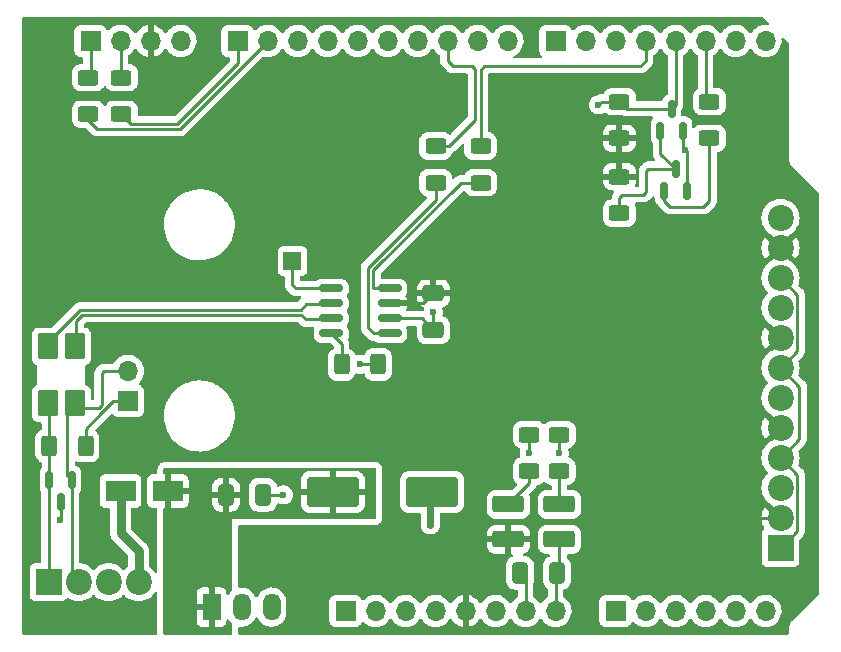
<source format=gtl>
G04 #@! TF.GenerationSoftware,KiCad,Pcbnew,6.0.11-2627ca5db0~126~ubuntu22.04.1*
G04 #@! TF.CreationDate,2024-01-25T08:43:18+01:00*
G04 #@! TF.ProjectId,lmwb_ds18b20,6c6d7762-5f64-4733-9138-6232302e6b69,rev?*
G04 #@! TF.SameCoordinates,Original*
G04 #@! TF.FileFunction,Copper,L1,Top*
G04 #@! TF.FilePolarity,Positive*
%FSLAX46Y46*%
G04 Gerber Fmt 4.6, Leading zero omitted, Abs format (unit mm)*
G04 Created by KiCad (PCBNEW 6.0.11-2627ca5db0~126~ubuntu22.04.1) date 2024-01-25 08:43:18*
%MOMM*%
%LPD*%
G01*
G04 APERTURE LIST*
G04 Aperture macros list*
%AMRoundRect*
0 Rectangle with rounded corners*
0 $1 Rounding radius*
0 $2 $3 $4 $5 $6 $7 $8 $9 X,Y pos of 4 corners*
0 Add a 4 corners polygon primitive as box body*
4,1,4,$2,$3,$4,$5,$6,$7,$8,$9,$2,$3,0*
0 Add four circle primitives for the rounded corners*
1,1,$1+$1,$2,$3*
1,1,$1+$1,$4,$5*
1,1,$1+$1,$6,$7*
1,1,$1+$1,$8,$9*
0 Add four rect primitives between the rounded corners*
20,1,$1+$1,$2,$3,$4,$5,0*
20,1,$1+$1,$4,$5,$6,$7,0*
20,1,$1+$1,$6,$7,$8,$9,0*
20,1,$1+$1,$8,$9,$2,$3,0*%
G04 Aperture macros list end*
G04 #@! TA.AperFunction,ComponentPad*
%ADD10R,1.700000X1.700000*%
G04 #@! TD*
G04 #@! TA.AperFunction,ComponentPad*
%ADD11O,1.700000X1.700000*%
G04 #@! TD*
G04 #@! TA.AperFunction,SMDPad,CuDef*
%ADD12RoundRect,0.250000X0.625000X-0.400000X0.625000X0.400000X-0.625000X0.400000X-0.625000X-0.400000X0*%
G04 #@! TD*
G04 #@! TA.AperFunction,SMDPad,CuDef*
%ADD13RoundRect,0.250001X-1.074999X0.462499X-1.074999X-0.462499X1.074999X-0.462499X1.074999X0.462499X0*%
G04 #@! TD*
G04 #@! TA.AperFunction,SMDPad,CuDef*
%ADD14RoundRect,0.250000X-0.625000X0.400000X-0.625000X-0.400000X0.625000X-0.400000X0.625000X0.400000X0*%
G04 #@! TD*
G04 #@! TA.AperFunction,ComponentPad*
%ADD15R,2.200000X2.200000*%
G04 #@! TD*
G04 #@! TA.AperFunction,ComponentPad*
%ADD16C,2.200000*%
G04 #@! TD*
G04 #@! TA.AperFunction,SMDPad,CuDef*
%ADD17RoundRect,0.150000X0.150000X-0.587500X0.150000X0.587500X-0.150000X0.587500X-0.150000X-0.587500X0*%
G04 #@! TD*
G04 #@! TA.AperFunction,SMDPad,CuDef*
%ADD18R,2.500000X1.800000*%
G04 #@! TD*
G04 #@! TA.AperFunction,SMDPad,CuDef*
%ADD19RoundRect,0.150000X0.825000X0.150000X-0.825000X0.150000X-0.825000X-0.150000X0.825000X-0.150000X0*%
G04 #@! TD*
G04 #@! TA.AperFunction,SMDPad,CuDef*
%ADD20RoundRect,0.250000X-0.400000X-0.625000X0.400000X-0.625000X0.400000X0.625000X-0.400000X0.625000X0*%
G04 #@! TD*
G04 #@! TA.AperFunction,SMDPad,CuDef*
%ADD21RoundRect,0.250000X0.650000X-0.412500X0.650000X0.412500X-0.650000X0.412500X-0.650000X-0.412500X0*%
G04 #@! TD*
G04 #@! TA.AperFunction,SMDPad,CuDef*
%ADD22RoundRect,0.150000X-0.150000X0.587500X-0.150000X-0.587500X0.150000X-0.587500X0.150000X0.587500X0*%
G04 #@! TD*
G04 #@! TA.AperFunction,SMDPad,CuDef*
%ADD23RoundRect,0.250000X0.412500X0.650000X-0.412500X0.650000X-0.412500X-0.650000X0.412500X-0.650000X0*%
G04 #@! TD*
G04 #@! TA.AperFunction,SMDPad,CuDef*
%ADD24RoundRect,0.250000X-0.412500X-0.650000X0.412500X-0.650000X0.412500X0.650000X-0.412500X0.650000X0*%
G04 #@! TD*
G04 #@! TA.AperFunction,SMDPad,CuDef*
%ADD25RoundRect,0.085500X0.769500X0.994500X-0.769500X0.994500X-0.769500X-0.994500X0.769500X-0.994500X0*%
G04 #@! TD*
G04 #@! TA.AperFunction,ComponentPad*
%ADD26R,1.500000X2.300000*%
G04 #@! TD*
G04 #@! TA.AperFunction,ComponentPad*
%ADD27O,1.500000X2.300000*%
G04 #@! TD*
G04 #@! TA.AperFunction,SMDPad,CuDef*
%ADD28RoundRect,0.250000X0.400000X0.625000X-0.400000X0.625000X-0.400000X-0.625000X0.400000X-0.625000X0*%
G04 #@! TD*
G04 #@! TA.AperFunction,SMDPad,CuDef*
%ADD29R,1.500000X1.500000*%
G04 #@! TD*
G04 #@! TA.AperFunction,SMDPad,CuDef*
%ADD30RoundRect,0.250000X-1.950000X-1.000000X1.950000X-1.000000X1.950000X1.000000X-1.950000X1.000000X0*%
G04 #@! TD*
G04 #@! TA.AperFunction,ViaPad*
%ADD31C,0.600000*%
G04 #@! TD*
G04 #@! TA.AperFunction,Conductor*
%ADD32C,0.600000*%
G04 #@! TD*
G04 #@! TA.AperFunction,Conductor*
%ADD33C,0.250000*%
G04 #@! TD*
G04 #@! TA.AperFunction,Conductor*
%ADD34C,0.750000*%
G04 #@! TD*
G04 APERTURE END LIST*
D10*
X127940000Y-97460000D03*
D11*
X130480000Y-97460000D03*
X133020000Y-97460000D03*
X135560000Y-97460000D03*
X138100000Y-97460000D03*
X140640000Y-97460000D03*
X143180000Y-97460000D03*
X145720000Y-97460000D03*
D10*
X150800000Y-97460000D03*
D11*
X153340000Y-97460000D03*
X155880000Y-97460000D03*
X158420000Y-97460000D03*
X160960000Y-97460000D03*
X163500000Y-97460000D03*
D10*
X118796000Y-49200000D03*
D11*
X121336000Y-49200000D03*
X123876000Y-49200000D03*
X126416000Y-49200000D03*
X128956000Y-49200000D03*
X131496000Y-49200000D03*
X134036000Y-49200000D03*
X136576000Y-49200000D03*
X139116000Y-49200000D03*
X141656000Y-49200000D03*
D10*
X145720000Y-49200000D03*
D11*
X148260000Y-49200000D03*
X150800000Y-49200000D03*
X153340000Y-49200000D03*
X155880000Y-49200000D03*
X158420000Y-49200000D03*
X160960000Y-49200000D03*
X163500000Y-49200000D03*
D10*
X106350000Y-49200000D03*
D11*
X108890000Y-49200000D03*
X111430000Y-49200000D03*
X113970000Y-49200000D03*
D12*
X146050000Y-85624000D03*
X146050000Y-82524000D03*
D13*
X146050000Y-88428500D03*
X146050000Y-91403500D03*
D14*
X135560000Y-58090001D03*
X135560000Y-61190001D03*
D12*
X143510000Y-85624000D03*
X143510000Y-82524000D03*
X106172000Y-55398000D03*
X106172000Y-52298000D03*
D15*
X102800000Y-95020000D03*
D16*
X105340000Y-95020000D03*
X107880000Y-95020000D03*
X110420000Y-95020000D03*
D17*
X154605000Y-56817500D03*
X156505000Y-56817500D03*
X155555000Y-54942500D03*
D10*
X109525000Y-79680000D03*
D11*
X109525000Y-77140000D03*
D18*
X112890000Y-87300000D03*
X108890000Y-87300000D03*
D19*
X131685000Y-73965000D03*
X131685000Y-72695000D03*
X131685000Y-71425000D03*
X131685000Y-70155000D03*
X126735000Y-70155000D03*
X126735000Y-71425000D03*
X126735000Y-72695000D03*
X126735000Y-73965000D03*
D12*
X151130000Y-57430000D03*
X151130000Y-54330000D03*
D17*
X154930000Y-61897500D03*
X156830000Y-61897500D03*
X155880000Y-60022500D03*
D14*
X139370000Y-58090001D03*
X139370000Y-61190001D03*
D20*
X127609000Y-76581000D03*
X130709000Y-76581000D03*
D21*
X135382000Y-73698500D03*
X135382000Y-70573500D03*
D15*
X164770000Y-92106000D03*
D16*
X164770000Y-89566000D03*
X164770000Y-87026000D03*
X164770000Y-84486000D03*
X164770000Y-81946000D03*
X164770000Y-79406000D03*
X164770000Y-76866000D03*
X164770000Y-74326000D03*
X164770000Y-71786000D03*
X164770000Y-69246000D03*
X164770000Y-66706000D03*
X164770000Y-64166000D03*
D13*
X141732000Y-88428500D03*
X141732000Y-91403500D03*
D22*
X104760000Y-86362500D03*
X102860000Y-86362500D03*
X103810000Y-88237500D03*
D14*
X158750000Y-54330000D03*
X158750000Y-57430000D03*
D23*
X145834500Y-94234000D03*
X142709500Y-94234000D03*
D24*
X117817500Y-87630000D03*
X120942500Y-87630000D03*
D25*
X105031000Y-79890000D03*
X105031000Y-75050000D03*
X102741000Y-75050000D03*
X102741000Y-79890000D03*
D26*
X116603000Y-97127500D03*
D27*
X119143000Y-97127500D03*
X121683000Y-97127500D03*
D12*
X108966000Y-55398000D03*
X108966000Y-52298000D03*
D28*
X105940001Y-83490000D03*
X102840001Y-83490000D03*
D29*
X123444000Y-67818000D03*
D14*
X151130000Y-60680000D03*
X151130000Y-63780000D03*
D30*
X126864000Y-87376000D03*
X135264000Y-87376000D03*
D31*
X135128000Y-90170000D03*
X146050000Y-84074000D03*
X135382000Y-72136000D03*
X156718000Y-58420000D03*
X122682000Y-87630000D03*
X129159000Y-76581000D03*
X143510000Y-84074000D03*
X103759000Y-89789000D03*
X135128000Y-89408000D03*
X162814000Y-89662000D03*
X149352000Y-54610000D03*
D32*
X135128000Y-90170000D02*
X135128000Y-89408000D01*
D33*
X156505000Y-56817500D02*
X156505000Y-58207000D01*
D32*
X135128000Y-87512000D02*
X135264000Y-87376000D01*
D33*
X130709000Y-76581000D02*
X129159000Y-76581000D01*
X146050000Y-82524000D02*
X146050000Y-84074000D01*
X156830000Y-58532000D02*
X156718000Y-58420000D01*
X143510000Y-82524000D02*
X143510000Y-84074000D01*
X103810000Y-88237500D02*
X103810000Y-89738000D01*
D32*
X135128000Y-90170000D02*
X135128000Y-87512000D01*
D33*
X131685000Y-72695000D02*
X134378500Y-72695000D01*
X103810000Y-89738000D02*
X103759000Y-89789000D01*
X143180000Y-94704500D02*
X143180000Y-97460000D01*
X156830000Y-61897500D02*
X156830000Y-58532000D01*
X134378500Y-72695000D02*
X135382000Y-73698500D01*
X142709500Y-94234000D02*
X143180000Y-94704500D01*
X135382000Y-72136000D02*
X135382000Y-73698500D01*
X120942500Y-87630000D02*
X122682000Y-87630000D01*
X156505000Y-58207000D02*
X156718000Y-58420000D01*
X162910000Y-89566000D02*
X162814000Y-89662000D01*
X164770000Y-89566000D02*
X162910000Y-89566000D01*
X134530500Y-71425000D02*
X135382000Y-70573500D01*
X131685000Y-71425000D02*
X134530500Y-71425000D01*
X113894000Y-56642000D02*
X121336000Y-49200000D01*
X106934000Y-56642000D02*
X113894000Y-56642000D01*
X106172000Y-55880000D02*
X106934000Y-56642000D01*
X106172000Y-55398000D02*
X106172000Y-55880000D01*
X109760000Y-56192000D02*
X113707604Y-56192000D01*
X113707604Y-56192000D02*
X118796000Y-51103604D01*
X118796000Y-51103604D02*
X118796000Y-49200000D01*
X108966000Y-55398000D02*
X109760000Y-56192000D01*
X135560000Y-58090001D02*
X136727999Y-58090001D01*
X138684000Y-51308000D02*
X137008000Y-51308000D01*
X136576000Y-50876000D02*
X136576000Y-49200000D01*
X138920000Y-51544000D02*
X138684000Y-51308000D01*
X136727999Y-58090001D02*
X138920000Y-55898000D01*
X137008000Y-51308000D02*
X136576000Y-50876000D01*
X138920000Y-55898000D02*
X138920000Y-51544000D01*
X139370000Y-51638000D02*
X139700000Y-51308000D01*
X153340000Y-50876000D02*
X153340000Y-49200000D01*
X152908000Y-51308000D02*
X153340000Y-50876000D01*
X139700000Y-51308000D02*
X152908000Y-51308000D01*
X139370000Y-58090001D02*
X139370000Y-51638000D01*
X166370000Y-82886000D02*
X164770000Y-84486000D01*
X149352000Y-54610000D02*
X149632000Y-54330000D01*
X166370000Y-78466000D02*
X166370000Y-82886000D01*
X166195000Y-85911000D02*
X166195000Y-90681000D01*
X164770000Y-76866000D02*
X166370000Y-78466000D01*
X149632000Y-54330000D02*
X151130000Y-54330000D01*
X166195000Y-75441000D02*
X164770000Y-76866000D01*
X164770000Y-84486000D02*
X166195000Y-85911000D01*
X164770000Y-69246000D02*
X166195000Y-70671000D01*
X155880000Y-54617500D02*
X155880000Y-49200000D01*
X166195000Y-70671000D02*
X166195000Y-75441000D01*
X155555000Y-54942500D02*
X155880000Y-54617500D01*
X155555000Y-54942500D02*
X151742500Y-54942500D01*
X166195000Y-90681000D02*
X164770000Y-92106000D01*
X151742500Y-54942500D02*
X151130000Y-54330000D01*
X145720000Y-94348500D02*
X145720000Y-97460000D01*
X146050000Y-94018500D02*
X145834500Y-94234000D01*
X146050000Y-91403500D02*
X146050000Y-94018500D01*
X145834500Y-94234000D02*
X145720000Y-94348500D01*
X158750000Y-54330000D02*
X158420000Y-54000000D01*
X158420000Y-54000000D02*
X158420000Y-49200000D01*
D34*
X108890000Y-90856000D02*
X108890000Y-87300000D01*
X110420000Y-92386000D02*
X108890000Y-90856000D01*
X110420000Y-95020000D02*
X110420000Y-92386000D01*
D33*
X143510000Y-85624000D02*
X143510000Y-86650500D01*
X143510000Y-86650500D02*
X141732000Y-88428500D01*
X146050000Y-85624000D02*
X146050000Y-88428500D01*
X104775000Y-86377500D02*
X104775000Y-94455000D01*
X107315000Y-77343000D02*
X107518000Y-77140000D01*
X104775000Y-94455000D02*
X105340000Y-95020000D01*
X104675000Y-80250000D02*
X107075000Y-80250000D01*
X107315000Y-80010000D02*
X107315000Y-77343000D01*
X107075000Y-80250000D02*
X107315000Y-80010000D01*
X104394000Y-80531000D02*
X104675000Y-80250000D01*
X104760000Y-86362500D02*
X104775000Y-86377500D01*
X104394000Y-85996500D02*
X104394000Y-80531000D01*
X107518000Y-77140000D02*
X109525000Y-77140000D01*
X104760000Y-86362500D02*
X104394000Y-85996500D01*
X102800000Y-86422500D02*
X102860000Y-86362500D01*
X102840001Y-83490000D02*
X102840001Y-80354999D01*
X102840001Y-80354999D02*
X102945000Y-80250000D01*
X102860000Y-83509999D02*
X102840001Y-83490000D01*
X102800000Y-95020000D02*
X102800000Y-86422500D01*
X102860000Y-86362500D02*
X102860000Y-83509999D01*
X105156000Y-74925000D02*
X105031000Y-75050000D01*
X105664000Y-72390000D02*
X105156000Y-72898000D01*
X124206000Y-72390000D02*
X105664000Y-72390000D01*
X105156000Y-72898000D02*
X105156000Y-74925000D01*
X126735000Y-72695000D02*
X126659000Y-72771000D01*
X124587000Y-72771000D02*
X124206000Y-72390000D01*
X126659000Y-72771000D02*
X124587000Y-72771000D01*
X126659000Y-71501000D02*
X124587000Y-71501000D01*
X124148000Y-71940000D02*
X105477604Y-71940000D01*
X124587000Y-71501000D02*
X124148000Y-71940000D01*
X102741000Y-74676604D02*
X102741000Y-75050000D01*
X126735000Y-71425000D02*
X126659000Y-71501000D01*
X105477604Y-71940000D02*
X102741000Y-74676604D01*
X106350000Y-52120000D02*
X106350000Y-49200000D01*
X106172000Y-52298000D02*
X106350000Y-52120000D01*
X108966000Y-52298000D02*
X108890000Y-52222000D01*
X108890000Y-52222000D02*
X108890000Y-49200000D01*
X105940001Y-83490000D02*
X105940001Y-82019999D01*
X105940001Y-82019999D02*
X107260000Y-80700000D01*
X108280000Y-79680000D02*
X109525000Y-79680000D01*
X107765000Y-80195000D02*
X108280000Y-79680000D01*
X107261396Y-80700000D02*
X107765000Y-80196396D01*
X107260000Y-80700000D02*
X107261396Y-80700000D01*
X107765000Y-80196396D02*
X107765000Y-80195000D01*
X153416000Y-60198000D02*
X153591500Y-60022500D01*
X153416000Y-61976000D02*
X153416000Y-60198000D01*
X151130000Y-63780000D02*
X151130000Y-62484000D01*
X153591500Y-60022500D02*
X155880000Y-60022500D01*
X154605000Y-56817500D02*
X154605000Y-58747500D01*
X151130000Y-62484000D02*
X151384000Y-62230000D01*
X154605000Y-58747500D02*
X155880000Y-60022500D01*
X151384000Y-62230000D02*
X153162000Y-62230000D01*
X153162000Y-62230000D02*
X153416000Y-61976000D01*
X154930000Y-62728000D02*
X154930000Y-61897500D01*
X155448000Y-63246000D02*
X154930000Y-62728000D01*
X158242000Y-63246000D02*
X155448000Y-63246000D01*
X158750000Y-57430000D02*
X158750000Y-62738000D01*
X158750000Y-62738000D02*
X158242000Y-63246000D01*
X129852000Y-73464000D02*
X130353000Y-73965000D01*
X130353000Y-73965000D02*
X131685000Y-73965000D01*
X135560000Y-61190001D02*
X135560000Y-62685604D01*
X135560000Y-62685604D02*
X129852000Y-68393604D01*
X129852000Y-68393604D02*
X129852000Y-73464000D01*
X130302000Y-68580000D02*
X137691999Y-61190001D01*
X130353000Y-70155000D02*
X130302000Y-70104000D01*
X137691999Y-61190001D02*
X139370000Y-61190001D01*
X131685000Y-70155000D02*
X130353000Y-70155000D01*
X130302000Y-70104000D02*
X130302000Y-68580000D01*
X127609000Y-74839000D02*
X126735000Y-73965000D01*
X127609000Y-76581000D02*
X127609000Y-74839000D01*
X123444000Y-69850000D02*
X123444000Y-67818000D01*
X126735000Y-70155000D02*
X123749000Y-70155000D01*
X123749000Y-70155000D02*
X123444000Y-69850000D01*
G04 #@! TA.AperFunction,Conductor*
G36*
X163305304Y-47188502D02*
G01*
X163326278Y-47205405D01*
X163753042Y-47632169D01*
X163787068Y-47694481D01*
X163782003Y-47765296D01*
X163739456Y-47822132D01*
X163672936Y-47846943D01*
X163641855Y-47845311D01*
X163628284Y-47842894D01*
X163554452Y-47841992D01*
X163410081Y-47840228D01*
X163410079Y-47840228D01*
X163404911Y-47840165D01*
X163184091Y-47873955D01*
X162971756Y-47943357D01*
X162773607Y-48046507D01*
X162769474Y-48049610D01*
X162769471Y-48049612D01*
X162599100Y-48177530D01*
X162594965Y-48180635D01*
X162591393Y-48184373D01*
X162483729Y-48297037D01*
X162440629Y-48342138D01*
X162333201Y-48499621D01*
X162278293Y-48544621D01*
X162207768Y-48552792D01*
X162144021Y-48521538D01*
X162123324Y-48497054D01*
X162042822Y-48372617D01*
X162042820Y-48372614D01*
X162040014Y-48368277D01*
X161889670Y-48203051D01*
X161885619Y-48199852D01*
X161885615Y-48199848D01*
X161718414Y-48067800D01*
X161718410Y-48067798D01*
X161714359Y-48064598D01*
X161678028Y-48044542D01*
X161662136Y-48035769D01*
X161518789Y-47956638D01*
X161513920Y-47954914D01*
X161513916Y-47954912D01*
X161313087Y-47883795D01*
X161313083Y-47883794D01*
X161308212Y-47882069D01*
X161303119Y-47881162D01*
X161303116Y-47881161D01*
X161093373Y-47843800D01*
X161093367Y-47843799D01*
X161088284Y-47842894D01*
X161014452Y-47841992D01*
X160870081Y-47840228D01*
X160870079Y-47840228D01*
X160864911Y-47840165D01*
X160644091Y-47873955D01*
X160431756Y-47943357D01*
X160233607Y-48046507D01*
X160229474Y-48049610D01*
X160229471Y-48049612D01*
X160059100Y-48177530D01*
X160054965Y-48180635D01*
X160051393Y-48184373D01*
X159943729Y-48297037D01*
X159900629Y-48342138D01*
X159793201Y-48499621D01*
X159738293Y-48544621D01*
X159667768Y-48552792D01*
X159604021Y-48521538D01*
X159583324Y-48497054D01*
X159502822Y-48372617D01*
X159502820Y-48372614D01*
X159500014Y-48368277D01*
X159349670Y-48203051D01*
X159345619Y-48199852D01*
X159345615Y-48199848D01*
X159178414Y-48067800D01*
X159178410Y-48067798D01*
X159174359Y-48064598D01*
X159138028Y-48044542D01*
X159122136Y-48035769D01*
X158978789Y-47956638D01*
X158973920Y-47954914D01*
X158973916Y-47954912D01*
X158773087Y-47883795D01*
X158773083Y-47883794D01*
X158768212Y-47882069D01*
X158763119Y-47881162D01*
X158763116Y-47881161D01*
X158553373Y-47843800D01*
X158553367Y-47843799D01*
X158548284Y-47842894D01*
X158474452Y-47841992D01*
X158330081Y-47840228D01*
X158330079Y-47840228D01*
X158324911Y-47840165D01*
X158104091Y-47873955D01*
X157891756Y-47943357D01*
X157693607Y-48046507D01*
X157689474Y-48049610D01*
X157689471Y-48049612D01*
X157519100Y-48177530D01*
X157514965Y-48180635D01*
X157511393Y-48184373D01*
X157403729Y-48297037D01*
X157360629Y-48342138D01*
X157253201Y-48499621D01*
X157198293Y-48544621D01*
X157127768Y-48552792D01*
X157064021Y-48521538D01*
X157043324Y-48497054D01*
X156962822Y-48372617D01*
X156962820Y-48372614D01*
X156960014Y-48368277D01*
X156809670Y-48203051D01*
X156805619Y-48199852D01*
X156805615Y-48199848D01*
X156638414Y-48067800D01*
X156638410Y-48067798D01*
X156634359Y-48064598D01*
X156598028Y-48044542D01*
X156582136Y-48035769D01*
X156438789Y-47956638D01*
X156433920Y-47954914D01*
X156433916Y-47954912D01*
X156233087Y-47883795D01*
X156233083Y-47883794D01*
X156228212Y-47882069D01*
X156223119Y-47881162D01*
X156223116Y-47881161D01*
X156013373Y-47843800D01*
X156013367Y-47843799D01*
X156008284Y-47842894D01*
X155934452Y-47841992D01*
X155790081Y-47840228D01*
X155790079Y-47840228D01*
X155784911Y-47840165D01*
X155564091Y-47873955D01*
X155351756Y-47943357D01*
X155153607Y-48046507D01*
X155149474Y-48049610D01*
X155149471Y-48049612D01*
X154979100Y-48177530D01*
X154974965Y-48180635D01*
X154971393Y-48184373D01*
X154863729Y-48297037D01*
X154820629Y-48342138D01*
X154713201Y-48499621D01*
X154658293Y-48544621D01*
X154587768Y-48552792D01*
X154524021Y-48521538D01*
X154503324Y-48497054D01*
X154422822Y-48372617D01*
X154422820Y-48372614D01*
X154420014Y-48368277D01*
X154269670Y-48203051D01*
X154265619Y-48199852D01*
X154265615Y-48199848D01*
X154098414Y-48067800D01*
X154098410Y-48067798D01*
X154094359Y-48064598D01*
X154058028Y-48044542D01*
X154042136Y-48035769D01*
X153898789Y-47956638D01*
X153893920Y-47954914D01*
X153893916Y-47954912D01*
X153693087Y-47883795D01*
X153693083Y-47883794D01*
X153688212Y-47882069D01*
X153683119Y-47881162D01*
X153683116Y-47881161D01*
X153473373Y-47843800D01*
X153473367Y-47843799D01*
X153468284Y-47842894D01*
X153394452Y-47841992D01*
X153250081Y-47840228D01*
X153250079Y-47840228D01*
X153244911Y-47840165D01*
X153024091Y-47873955D01*
X152811756Y-47943357D01*
X152613607Y-48046507D01*
X152609474Y-48049610D01*
X152609471Y-48049612D01*
X152439100Y-48177530D01*
X152434965Y-48180635D01*
X152431393Y-48184373D01*
X152323729Y-48297037D01*
X152280629Y-48342138D01*
X152173201Y-48499621D01*
X152118293Y-48544621D01*
X152047768Y-48552792D01*
X151984021Y-48521538D01*
X151963324Y-48497054D01*
X151882822Y-48372617D01*
X151882820Y-48372614D01*
X151880014Y-48368277D01*
X151729670Y-48203051D01*
X151725619Y-48199852D01*
X151725615Y-48199848D01*
X151558414Y-48067800D01*
X151558410Y-48067798D01*
X151554359Y-48064598D01*
X151518028Y-48044542D01*
X151502136Y-48035769D01*
X151358789Y-47956638D01*
X151353920Y-47954914D01*
X151353916Y-47954912D01*
X151153087Y-47883795D01*
X151153083Y-47883794D01*
X151148212Y-47882069D01*
X151143119Y-47881162D01*
X151143116Y-47881161D01*
X150933373Y-47843800D01*
X150933367Y-47843799D01*
X150928284Y-47842894D01*
X150854452Y-47841992D01*
X150710081Y-47840228D01*
X150710079Y-47840228D01*
X150704911Y-47840165D01*
X150484091Y-47873955D01*
X150271756Y-47943357D01*
X150073607Y-48046507D01*
X150069474Y-48049610D01*
X150069471Y-48049612D01*
X149899100Y-48177530D01*
X149894965Y-48180635D01*
X149891393Y-48184373D01*
X149783729Y-48297037D01*
X149740629Y-48342138D01*
X149633201Y-48499621D01*
X149578293Y-48544621D01*
X149507768Y-48552792D01*
X149444021Y-48521538D01*
X149423324Y-48497054D01*
X149342822Y-48372617D01*
X149342820Y-48372614D01*
X149340014Y-48368277D01*
X149189670Y-48203051D01*
X149185619Y-48199852D01*
X149185615Y-48199848D01*
X149018414Y-48067800D01*
X149018410Y-48067798D01*
X149014359Y-48064598D01*
X148978028Y-48044542D01*
X148962136Y-48035769D01*
X148818789Y-47956638D01*
X148813920Y-47954914D01*
X148813916Y-47954912D01*
X148613087Y-47883795D01*
X148613083Y-47883794D01*
X148608212Y-47882069D01*
X148603119Y-47881162D01*
X148603116Y-47881161D01*
X148393373Y-47843800D01*
X148393367Y-47843799D01*
X148388284Y-47842894D01*
X148314452Y-47841992D01*
X148170081Y-47840228D01*
X148170079Y-47840228D01*
X148164911Y-47840165D01*
X147944091Y-47873955D01*
X147731756Y-47943357D01*
X147533607Y-48046507D01*
X147529474Y-48049610D01*
X147529471Y-48049612D01*
X147359100Y-48177530D01*
X147354965Y-48180635D01*
X147298537Y-48239684D01*
X147274283Y-48265064D01*
X147212759Y-48300494D01*
X147141846Y-48297037D01*
X147084060Y-48255791D01*
X147065207Y-48222243D01*
X147023767Y-48111703D01*
X147020615Y-48103295D01*
X146933261Y-47986739D01*
X146816705Y-47899385D01*
X146680316Y-47848255D01*
X146618134Y-47841500D01*
X144821866Y-47841500D01*
X144759684Y-47848255D01*
X144623295Y-47899385D01*
X144506739Y-47986739D01*
X144419385Y-48103295D01*
X144368255Y-48239684D01*
X144361500Y-48301866D01*
X144361500Y-50098134D01*
X144368255Y-50160316D01*
X144419385Y-50296705D01*
X144506739Y-50413261D01*
X144513919Y-50418642D01*
X144513920Y-50418643D01*
X144552656Y-50447674D01*
X144595171Y-50504533D01*
X144600197Y-50575352D01*
X144566137Y-50637645D01*
X144503806Y-50671635D01*
X144477091Y-50674500D01*
X142277861Y-50674500D01*
X142209740Y-50654498D01*
X142163247Y-50600842D01*
X142153143Y-50530568D01*
X142182637Y-50465988D01*
X142222429Y-50435349D01*
X142256841Y-50418491D01*
X142353994Y-50370896D01*
X142535860Y-50241173D01*
X142694096Y-50083489D01*
X142824453Y-49902077D01*
X142837995Y-49874678D01*
X142921136Y-49706453D01*
X142921137Y-49706451D01*
X142923430Y-49701811D01*
X142988370Y-49488069D01*
X143017529Y-49266590D01*
X143017611Y-49263240D01*
X143019074Y-49203365D01*
X143019074Y-49203361D01*
X143019156Y-49200000D01*
X143000852Y-48977361D01*
X142946431Y-48760702D01*
X142857354Y-48555840D01*
X142736014Y-48368277D01*
X142585670Y-48203051D01*
X142581619Y-48199852D01*
X142581615Y-48199848D01*
X142414414Y-48067800D01*
X142414410Y-48067798D01*
X142410359Y-48064598D01*
X142374028Y-48044542D01*
X142358136Y-48035769D01*
X142214789Y-47956638D01*
X142209920Y-47954914D01*
X142209916Y-47954912D01*
X142009087Y-47883795D01*
X142009083Y-47883794D01*
X142004212Y-47882069D01*
X141999119Y-47881162D01*
X141999116Y-47881161D01*
X141789373Y-47843800D01*
X141789367Y-47843799D01*
X141784284Y-47842894D01*
X141710452Y-47841992D01*
X141566081Y-47840228D01*
X141566079Y-47840228D01*
X141560911Y-47840165D01*
X141340091Y-47873955D01*
X141127756Y-47943357D01*
X140929607Y-48046507D01*
X140925474Y-48049610D01*
X140925471Y-48049612D01*
X140755100Y-48177530D01*
X140750965Y-48180635D01*
X140747393Y-48184373D01*
X140639729Y-48297037D01*
X140596629Y-48342138D01*
X140489201Y-48499621D01*
X140434293Y-48544621D01*
X140363768Y-48552792D01*
X140300021Y-48521538D01*
X140279324Y-48497054D01*
X140198822Y-48372617D01*
X140198820Y-48372614D01*
X140196014Y-48368277D01*
X140045670Y-48203051D01*
X140041619Y-48199852D01*
X140041615Y-48199848D01*
X139874414Y-48067800D01*
X139874410Y-48067798D01*
X139870359Y-48064598D01*
X139834028Y-48044542D01*
X139818136Y-48035769D01*
X139674789Y-47956638D01*
X139669920Y-47954914D01*
X139669916Y-47954912D01*
X139469087Y-47883795D01*
X139469083Y-47883794D01*
X139464212Y-47882069D01*
X139459119Y-47881162D01*
X139459116Y-47881161D01*
X139249373Y-47843800D01*
X139249367Y-47843799D01*
X139244284Y-47842894D01*
X139170452Y-47841992D01*
X139026081Y-47840228D01*
X139026079Y-47840228D01*
X139020911Y-47840165D01*
X138800091Y-47873955D01*
X138587756Y-47943357D01*
X138389607Y-48046507D01*
X138385474Y-48049610D01*
X138385471Y-48049612D01*
X138215100Y-48177530D01*
X138210965Y-48180635D01*
X138207393Y-48184373D01*
X138099729Y-48297037D01*
X138056629Y-48342138D01*
X137949201Y-48499621D01*
X137894293Y-48544621D01*
X137823768Y-48552792D01*
X137760021Y-48521538D01*
X137739324Y-48497054D01*
X137658822Y-48372617D01*
X137658820Y-48372614D01*
X137656014Y-48368277D01*
X137505670Y-48203051D01*
X137501619Y-48199852D01*
X137501615Y-48199848D01*
X137334414Y-48067800D01*
X137334410Y-48067798D01*
X137330359Y-48064598D01*
X137294028Y-48044542D01*
X137278136Y-48035769D01*
X137134789Y-47956638D01*
X137129920Y-47954914D01*
X137129916Y-47954912D01*
X136929087Y-47883795D01*
X136929083Y-47883794D01*
X136924212Y-47882069D01*
X136919119Y-47881162D01*
X136919116Y-47881161D01*
X136709373Y-47843800D01*
X136709367Y-47843799D01*
X136704284Y-47842894D01*
X136630452Y-47841992D01*
X136486081Y-47840228D01*
X136486079Y-47840228D01*
X136480911Y-47840165D01*
X136260091Y-47873955D01*
X136047756Y-47943357D01*
X135849607Y-48046507D01*
X135845474Y-48049610D01*
X135845471Y-48049612D01*
X135675100Y-48177530D01*
X135670965Y-48180635D01*
X135667393Y-48184373D01*
X135559729Y-48297037D01*
X135516629Y-48342138D01*
X135409201Y-48499621D01*
X135354293Y-48544621D01*
X135283768Y-48552792D01*
X135220021Y-48521538D01*
X135199324Y-48497054D01*
X135118822Y-48372617D01*
X135118820Y-48372614D01*
X135116014Y-48368277D01*
X134965670Y-48203051D01*
X134961619Y-48199852D01*
X134961615Y-48199848D01*
X134794414Y-48067800D01*
X134794410Y-48067798D01*
X134790359Y-48064598D01*
X134754028Y-48044542D01*
X134738136Y-48035769D01*
X134594789Y-47956638D01*
X134589920Y-47954914D01*
X134589916Y-47954912D01*
X134389087Y-47883795D01*
X134389083Y-47883794D01*
X134384212Y-47882069D01*
X134379119Y-47881162D01*
X134379116Y-47881161D01*
X134169373Y-47843800D01*
X134169367Y-47843799D01*
X134164284Y-47842894D01*
X134090452Y-47841992D01*
X133946081Y-47840228D01*
X133946079Y-47840228D01*
X133940911Y-47840165D01*
X133720091Y-47873955D01*
X133507756Y-47943357D01*
X133309607Y-48046507D01*
X133305474Y-48049610D01*
X133305471Y-48049612D01*
X133135100Y-48177530D01*
X133130965Y-48180635D01*
X133127393Y-48184373D01*
X133019729Y-48297037D01*
X132976629Y-48342138D01*
X132869201Y-48499621D01*
X132814293Y-48544621D01*
X132743768Y-48552792D01*
X132680021Y-48521538D01*
X132659324Y-48497054D01*
X132578822Y-48372617D01*
X132578820Y-48372614D01*
X132576014Y-48368277D01*
X132425670Y-48203051D01*
X132421619Y-48199852D01*
X132421615Y-48199848D01*
X132254414Y-48067800D01*
X132254410Y-48067798D01*
X132250359Y-48064598D01*
X132214028Y-48044542D01*
X132198136Y-48035769D01*
X132054789Y-47956638D01*
X132049920Y-47954914D01*
X132049916Y-47954912D01*
X131849087Y-47883795D01*
X131849083Y-47883794D01*
X131844212Y-47882069D01*
X131839119Y-47881162D01*
X131839116Y-47881161D01*
X131629373Y-47843800D01*
X131629367Y-47843799D01*
X131624284Y-47842894D01*
X131550452Y-47841992D01*
X131406081Y-47840228D01*
X131406079Y-47840228D01*
X131400911Y-47840165D01*
X131180091Y-47873955D01*
X130967756Y-47943357D01*
X130769607Y-48046507D01*
X130765474Y-48049610D01*
X130765471Y-48049612D01*
X130595100Y-48177530D01*
X130590965Y-48180635D01*
X130587393Y-48184373D01*
X130479729Y-48297037D01*
X130436629Y-48342138D01*
X130329201Y-48499621D01*
X130274293Y-48544621D01*
X130203768Y-48552792D01*
X130140021Y-48521538D01*
X130119324Y-48497054D01*
X130038822Y-48372617D01*
X130038820Y-48372614D01*
X130036014Y-48368277D01*
X129885670Y-48203051D01*
X129881619Y-48199852D01*
X129881615Y-48199848D01*
X129714414Y-48067800D01*
X129714410Y-48067798D01*
X129710359Y-48064598D01*
X129674028Y-48044542D01*
X129658136Y-48035769D01*
X129514789Y-47956638D01*
X129509920Y-47954914D01*
X129509916Y-47954912D01*
X129309087Y-47883795D01*
X129309083Y-47883794D01*
X129304212Y-47882069D01*
X129299119Y-47881162D01*
X129299116Y-47881161D01*
X129089373Y-47843800D01*
X129089367Y-47843799D01*
X129084284Y-47842894D01*
X129010452Y-47841992D01*
X128866081Y-47840228D01*
X128866079Y-47840228D01*
X128860911Y-47840165D01*
X128640091Y-47873955D01*
X128427756Y-47943357D01*
X128229607Y-48046507D01*
X128225474Y-48049610D01*
X128225471Y-48049612D01*
X128055100Y-48177530D01*
X128050965Y-48180635D01*
X128047393Y-48184373D01*
X127939729Y-48297037D01*
X127896629Y-48342138D01*
X127789201Y-48499621D01*
X127734293Y-48544621D01*
X127663768Y-48552792D01*
X127600021Y-48521538D01*
X127579324Y-48497054D01*
X127498822Y-48372617D01*
X127498820Y-48372614D01*
X127496014Y-48368277D01*
X127345670Y-48203051D01*
X127341619Y-48199852D01*
X127341615Y-48199848D01*
X127174414Y-48067800D01*
X127174410Y-48067798D01*
X127170359Y-48064598D01*
X127134028Y-48044542D01*
X127118136Y-48035769D01*
X126974789Y-47956638D01*
X126969920Y-47954914D01*
X126969916Y-47954912D01*
X126769087Y-47883795D01*
X126769083Y-47883794D01*
X126764212Y-47882069D01*
X126759119Y-47881162D01*
X126759116Y-47881161D01*
X126549373Y-47843800D01*
X126549367Y-47843799D01*
X126544284Y-47842894D01*
X126470452Y-47841992D01*
X126326081Y-47840228D01*
X126326079Y-47840228D01*
X126320911Y-47840165D01*
X126100091Y-47873955D01*
X125887756Y-47943357D01*
X125689607Y-48046507D01*
X125685474Y-48049610D01*
X125685471Y-48049612D01*
X125515100Y-48177530D01*
X125510965Y-48180635D01*
X125507393Y-48184373D01*
X125399729Y-48297037D01*
X125356629Y-48342138D01*
X125249201Y-48499621D01*
X125194293Y-48544621D01*
X125123768Y-48552792D01*
X125060021Y-48521538D01*
X125039324Y-48497054D01*
X124958822Y-48372617D01*
X124958820Y-48372614D01*
X124956014Y-48368277D01*
X124805670Y-48203051D01*
X124801619Y-48199852D01*
X124801615Y-48199848D01*
X124634414Y-48067800D01*
X124634410Y-48067798D01*
X124630359Y-48064598D01*
X124594028Y-48044542D01*
X124578136Y-48035769D01*
X124434789Y-47956638D01*
X124429920Y-47954914D01*
X124429916Y-47954912D01*
X124229087Y-47883795D01*
X124229083Y-47883794D01*
X124224212Y-47882069D01*
X124219119Y-47881162D01*
X124219116Y-47881161D01*
X124009373Y-47843800D01*
X124009367Y-47843799D01*
X124004284Y-47842894D01*
X123930452Y-47841992D01*
X123786081Y-47840228D01*
X123786079Y-47840228D01*
X123780911Y-47840165D01*
X123560091Y-47873955D01*
X123347756Y-47943357D01*
X123149607Y-48046507D01*
X123145474Y-48049610D01*
X123145471Y-48049612D01*
X122975100Y-48177530D01*
X122970965Y-48180635D01*
X122967393Y-48184373D01*
X122859729Y-48297037D01*
X122816629Y-48342138D01*
X122709201Y-48499621D01*
X122654293Y-48544621D01*
X122583768Y-48552792D01*
X122520021Y-48521538D01*
X122499324Y-48497054D01*
X122418822Y-48372617D01*
X122418820Y-48372614D01*
X122416014Y-48368277D01*
X122265670Y-48203051D01*
X122261619Y-48199852D01*
X122261615Y-48199848D01*
X122094414Y-48067800D01*
X122094410Y-48067798D01*
X122090359Y-48064598D01*
X122054028Y-48044542D01*
X122038136Y-48035769D01*
X121894789Y-47956638D01*
X121889920Y-47954914D01*
X121889916Y-47954912D01*
X121689087Y-47883795D01*
X121689083Y-47883794D01*
X121684212Y-47882069D01*
X121679119Y-47881162D01*
X121679116Y-47881161D01*
X121469373Y-47843800D01*
X121469367Y-47843799D01*
X121464284Y-47842894D01*
X121390452Y-47841992D01*
X121246081Y-47840228D01*
X121246079Y-47840228D01*
X121240911Y-47840165D01*
X121020091Y-47873955D01*
X120807756Y-47943357D01*
X120609607Y-48046507D01*
X120605474Y-48049610D01*
X120605471Y-48049612D01*
X120435100Y-48177530D01*
X120430965Y-48180635D01*
X120374537Y-48239684D01*
X120350283Y-48265064D01*
X120288759Y-48300494D01*
X120217846Y-48297037D01*
X120160060Y-48255791D01*
X120141207Y-48222243D01*
X120099767Y-48111703D01*
X120096615Y-48103295D01*
X120009261Y-47986739D01*
X119892705Y-47899385D01*
X119756316Y-47848255D01*
X119694134Y-47841500D01*
X117897866Y-47841500D01*
X117835684Y-47848255D01*
X117699295Y-47899385D01*
X117582739Y-47986739D01*
X117495385Y-48103295D01*
X117444255Y-48239684D01*
X117437500Y-48301866D01*
X117437500Y-50098134D01*
X117444255Y-50160316D01*
X117495385Y-50296705D01*
X117582739Y-50413261D01*
X117699295Y-50500615D01*
X117835684Y-50551745D01*
X117897866Y-50558500D01*
X118036500Y-50558500D01*
X118104621Y-50578502D01*
X118151114Y-50632158D01*
X118162500Y-50684500D01*
X118162500Y-50789010D01*
X118142498Y-50857131D01*
X118125595Y-50878105D01*
X113482104Y-55521595D01*
X113419792Y-55555621D01*
X113393009Y-55558500D01*
X110475500Y-55558500D01*
X110407379Y-55538498D01*
X110360886Y-55484842D01*
X110349500Y-55432500D01*
X110349500Y-54947600D01*
X110343126Y-54886166D01*
X110339238Y-54848692D01*
X110339237Y-54848688D01*
X110338526Y-54841834D01*
X110335560Y-54832942D01*
X110284868Y-54681002D01*
X110282550Y-54674054D01*
X110189478Y-54523652D01*
X110064303Y-54398695D01*
X110058072Y-54394854D01*
X109919968Y-54309725D01*
X109919966Y-54309724D01*
X109913738Y-54305885D01*
X109753254Y-54252655D01*
X109752389Y-54252368D01*
X109752387Y-54252368D01*
X109745861Y-54250203D01*
X109739025Y-54249503D01*
X109739022Y-54249502D01*
X109695969Y-54245091D01*
X109641400Y-54239500D01*
X108290600Y-54239500D01*
X108287354Y-54239837D01*
X108287350Y-54239837D01*
X108191692Y-54249762D01*
X108191688Y-54249763D01*
X108184834Y-54250474D01*
X108178298Y-54252655D01*
X108178296Y-54252655D01*
X108069364Y-54288998D01*
X108017054Y-54306450D01*
X107866652Y-54399522D01*
X107741695Y-54524697D01*
X107676297Y-54630792D01*
X107623526Y-54678284D01*
X107553454Y-54689708D01*
X107488331Y-54661434D01*
X107461894Y-54630978D01*
X107399332Y-54529880D01*
X107395478Y-54523652D01*
X107270303Y-54398695D01*
X107264072Y-54394854D01*
X107125968Y-54309725D01*
X107125966Y-54309724D01*
X107119738Y-54305885D01*
X106959254Y-54252655D01*
X106958389Y-54252368D01*
X106958387Y-54252368D01*
X106951861Y-54250203D01*
X106945025Y-54249503D01*
X106945022Y-54249502D01*
X106901969Y-54245091D01*
X106847400Y-54239500D01*
X105496600Y-54239500D01*
X105493354Y-54239837D01*
X105493350Y-54239837D01*
X105397692Y-54249762D01*
X105397688Y-54249763D01*
X105390834Y-54250474D01*
X105384298Y-54252655D01*
X105384296Y-54252655D01*
X105275364Y-54288998D01*
X105223054Y-54306450D01*
X105072652Y-54399522D01*
X104947695Y-54524697D01*
X104943855Y-54530927D01*
X104943854Y-54530928D01*
X104873302Y-54645385D01*
X104854885Y-54675262D01*
X104833293Y-54740360D01*
X104808792Y-54814230D01*
X104799203Y-54843139D01*
X104798503Y-54849975D01*
X104798502Y-54849978D01*
X104797526Y-54859505D01*
X104788500Y-54947600D01*
X104788500Y-55848400D01*
X104799474Y-55954166D01*
X104855450Y-56121946D01*
X104948522Y-56272348D01*
X105073697Y-56397305D01*
X105079927Y-56401145D01*
X105079928Y-56401146D01*
X105197785Y-56473794D01*
X105224262Y-56490115D01*
X105304005Y-56516564D01*
X105385611Y-56543632D01*
X105385613Y-56543632D01*
X105392139Y-56545797D01*
X105398975Y-56546497D01*
X105398978Y-56546498D01*
X105437835Y-56550479D01*
X105496600Y-56556500D01*
X105900405Y-56556500D01*
X105968526Y-56576502D01*
X105989501Y-56593405D01*
X106249941Y-56853846D01*
X106430353Y-57034258D01*
X106437887Y-57042537D01*
X106442000Y-57049018D01*
X106486383Y-57090696D01*
X106491651Y-57095643D01*
X106494493Y-57098398D01*
X106514230Y-57118135D01*
X106517427Y-57120615D01*
X106526447Y-57128318D01*
X106558679Y-57158586D01*
X106565625Y-57162405D01*
X106565628Y-57162407D01*
X106576434Y-57168348D01*
X106592953Y-57179199D01*
X106608959Y-57191614D01*
X106616228Y-57194759D01*
X106616232Y-57194762D01*
X106649537Y-57209174D01*
X106660187Y-57214391D01*
X106698940Y-57235695D01*
X106706615Y-57237666D01*
X106706616Y-57237666D01*
X106718562Y-57240733D01*
X106737267Y-57247137D01*
X106755855Y-57255181D01*
X106763678Y-57256420D01*
X106763688Y-57256423D01*
X106799524Y-57262099D01*
X106811144Y-57264505D01*
X106842959Y-57272673D01*
X106853970Y-57275500D01*
X106874224Y-57275500D01*
X106893934Y-57277051D01*
X106913943Y-57280220D01*
X106921835Y-57279474D01*
X106940580Y-57277702D01*
X106957962Y-57276059D01*
X106969819Y-57275500D01*
X113815233Y-57275500D01*
X113826416Y-57276027D01*
X113833909Y-57277702D01*
X113841835Y-57277453D01*
X113841836Y-57277453D01*
X113901986Y-57275562D01*
X113905945Y-57275500D01*
X113933856Y-57275500D01*
X113937791Y-57275003D01*
X113937856Y-57274995D01*
X113949693Y-57274062D01*
X113981951Y-57273048D01*
X113985970Y-57272922D01*
X113993889Y-57272673D01*
X114013343Y-57267021D01*
X114032700Y-57263013D01*
X114044930Y-57261468D01*
X114044931Y-57261468D01*
X114052797Y-57260474D01*
X114060168Y-57257555D01*
X114060170Y-57257555D01*
X114093912Y-57244196D01*
X114105142Y-57240351D01*
X114139983Y-57230229D01*
X114139984Y-57230229D01*
X114147593Y-57228018D01*
X114154412Y-57223985D01*
X114154417Y-57223983D01*
X114165028Y-57217707D01*
X114182776Y-57209012D01*
X114201617Y-57201552D01*
X114237387Y-57175564D01*
X114247307Y-57169048D01*
X114278535Y-57150580D01*
X114278538Y-57150578D01*
X114285362Y-57146542D01*
X114299683Y-57132221D01*
X114314717Y-57119380D01*
X114324694Y-57112131D01*
X114331107Y-57107472D01*
X114359298Y-57073395D01*
X114367288Y-57064616D01*
X120880549Y-50551355D01*
X120942861Y-50517329D01*
X120994762Y-50516979D01*
X121174597Y-50553567D01*
X121179772Y-50553757D01*
X121179774Y-50553757D01*
X121392673Y-50561564D01*
X121392677Y-50561564D01*
X121397837Y-50561753D01*
X121402957Y-50561097D01*
X121402959Y-50561097D01*
X121614288Y-50534025D01*
X121614289Y-50534025D01*
X121619416Y-50533368D01*
X121624366Y-50531883D01*
X121828429Y-50470661D01*
X121828434Y-50470659D01*
X121833384Y-50469174D01*
X122033994Y-50370896D01*
X122215860Y-50241173D01*
X122374096Y-50083489D01*
X122504453Y-49902077D01*
X122505776Y-49903028D01*
X122552645Y-49859857D01*
X122622580Y-49847625D01*
X122688026Y-49875144D01*
X122715875Y-49906994D01*
X122775987Y-50005088D01*
X122922250Y-50173938D01*
X123094126Y-50316632D01*
X123287000Y-50429338D01*
X123291825Y-50431180D01*
X123291826Y-50431181D01*
X123302741Y-50435349D01*
X123495692Y-50509030D01*
X123500760Y-50510061D01*
X123500763Y-50510062D01*
X123595862Y-50529410D01*
X123714597Y-50553567D01*
X123719772Y-50553757D01*
X123719774Y-50553757D01*
X123932673Y-50561564D01*
X123932677Y-50561564D01*
X123937837Y-50561753D01*
X123942957Y-50561097D01*
X123942959Y-50561097D01*
X124154288Y-50534025D01*
X124154289Y-50534025D01*
X124159416Y-50533368D01*
X124164366Y-50531883D01*
X124368429Y-50470661D01*
X124368434Y-50470659D01*
X124373384Y-50469174D01*
X124573994Y-50370896D01*
X124755860Y-50241173D01*
X124914096Y-50083489D01*
X125044453Y-49902077D01*
X125045776Y-49903028D01*
X125092645Y-49859857D01*
X125162580Y-49847625D01*
X125228026Y-49875144D01*
X125255875Y-49906994D01*
X125315987Y-50005088D01*
X125462250Y-50173938D01*
X125634126Y-50316632D01*
X125827000Y-50429338D01*
X125831825Y-50431180D01*
X125831826Y-50431181D01*
X125842741Y-50435349D01*
X126035692Y-50509030D01*
X126040760Y-50510061D01*
X126040763Y-50510062D01*
X126135862Y-50529410D01*
X126254597Y-50553567D01*
X126259772Y-50553757D01*
X126259774Y-50553757D01*
X126472673Y-50561564D01*
X126472677Y-50561564D01*
X126477837Y-50561753D01*
X126482957Y-50561097D01*
X126482959Y-50561097D01*
X126694288Y-50534025D01*
X126694289Y-50534025D01*
X126699416Y-50533368D01*
X126704366Y-50531883D01*
X126908429Y-50470661D01*
X126908434Y-50470659D01*
X126913384Y-50469174D01*
X127113994Y-50370896D01*
X127295860Y-50241173D01*
X127454096Y-50083489D01*
X127584453Y-49902077D01*
X127585776Y-49903028D01*
X127632645Y-49859857D01*
X127702580Y-49847625D01*
X127768026Y-49875144D01*
X127795875Y-49906994D01*
X127855987Y-50005088D01*
X128002250Y-50173938D01*
X128174126Y-50316632D01*
X128367000Y-50429338D01*
X128371825Y-50431180D01*
X128371826Y-50431181D01*
X128382741Y-50435349D01*
X128575692Y-50509030D01*
X128580760Y-50510061D01*
X128580763Y-50510062D01*
X128675862Y-50529410D01*
X128794597Y-50553567D01*
X128799772Y-50553757D01*
X128799774Y-50553757D01*
X129012673Y-50561564D01*
X129012677Y-50561564D01*
X129017837Y-50561753D01*
X129022957Y-50561097D01*
X129022959Y-50561097D01*
X129234288Y-50534025D01*
X129234289Y-50534025D01*
X129239416Y-50533368D01*
X129244366Y-50531883D01*
X129448429Y-50470661D01*
X129448434Y-50470659D01*
X129453384Y-50469174D01*
X129653994Y-50370896D01*
X129835860Y-50241173D01*
X129994096Y-50083489D01*
X130124453Y-49902077D01*
X130125776Y-49903028D01*
X130172645Y-49859857D01*
X130242580Y-49847625D01*
X130308026Y-49875144D01*
X130335875Y-49906994D01*
X130395987Y-50005088D01*
X130542250Y-50173938D01*
X130714126Y-50316632D01*
X130907000Y-50429338D01*
X130911825Y-50431180D01*
X130911826Y-50431181D01*
X130922741Y-50435349D01*
X131115692Y-50509030D01*
X131120760Y-50510061D01*
X131120763Y-50510062D01*
X131215862Y-50529410D01*
X131334597Y-50553567D01*
X131339772Y-50553757D01*
X131339774Y-50553757D01*
X131552673Y-50561564D01*
X131552677Y-50561564D01*
X131557837Y-50561753D01*
X131562957Y-50561097D01*
X131562959Y-50561097D01*
X131774288Y-50534025D01*
X131774289Y-50534025D01*
X131779416Y-50533368D01*
X131784366Y-50531883D01*
X131988429Y-50470661D01*
X131988434Y-50470659D01*
X131993384Y-50469174D01*
X132193994Y-50370896D01*
X132375860Y-50241173D01*
X132534096Y-50083489D01*
X132664453Y-49902077D01*
X132665776Y-49903028D01*
X132712645Y-49859857D01*
X132782580Y-49847625D01*
X132848026Y-49875144D01*
X132875875Y-49906994D01*
X132935987Y-50005088D01*
X133082250Y-50173938D01*
X133254126Y-50316632D01*
X133447000Y-50429338D01*
X133451825Y-50431180D01*
X133451826Y-50431181D01*
X133462741Y-50435349D01*
X133655692Y-50509030D01*
X133660760Y-50510061D01*
X133660763Y-50510062D01*
X133755862Y-50529410D01*
X133874597Y-50553567D01*
X133879772Y-50553757D01*
X133879774Y-50553757D01*
X134092673Y-50561564D01*
X134092677Y-50561564D01*
X134097837Y-50561753D01*
X134102957Y-50561097D01*
X134102959Y-50561097D01*
X134314288Y-50534025D01*
X134314289Y-50534025D01*
X134319416Y-50533368D01*
X134324366Y-50531883D01*
X134528429Y-50470661D01*
X134528434Y-50470659D01*
X134533384Y-50469174D01*
X134733994Y-50370896D01*
X134915860Y-50241173D01*
X135074096Y-50083489D01*
X135204453Y-49902077D01*
X135205776Y-49903028D01*
X135252645Y-49859857D01*
X135322580Y-49847625D01*
X135388026Y-49875144D01*
X135415875Y-49906994D01*
X135475987Y-50005088D01*
X135622250Y-50173938D01*
X135794126Y-50316632D01*
X135798593Y-50319242D01*
X135880070Y-50366853D01*
X135928794Y-50418491D01*
X135942500Y-50475641D01*
X135942500Y-50797233D01*
X135941973Y-50808416D01*
X135940298Y-50815909D01*
X135940547Y-50823835D01*
X135940547Y-50823836D01*
X135942438Y-50883986D01*
X135942500Y-50887945D01*
X135942500Y-50915856D01*
X135942997Y-50919790D01*
X135942997Y-50919791D01*
X135943005Y-50919856D01*
X135943938Y-50931693D01*
X135945327Y-50975889D01*
X135950978Y-50995339D01*
X135954987Y-51014700D01*
X135957526Y-51034797D01*
X135960445Y-51042168D01*
X135960445Y-51042170D01*
X135973804Y-51075912D01*
X135977649Y-51087142D01*
X135989982Y-51129593D01*
X135994015Y-51136412D01*
X135994017Y-51136417D01*
X136000293Y-51147028D01*
X136008988Y-51164776D01*
X136016448Y-51183617D01*
X136021110Y-51190033D01*
X136021110Y-51190034D01*
X136042436Y-51219387D01*
X136048952Y-51229307D01*
X136065390Y-51257101D01*
X136071458Y-51267362D01*
X136085779Y-51281683D01*
X136098619Y-51296716D01*
X136110528Y-51313107D01*
X136144605Y-51341298D01*
X136153384Y-51349288D01*
X136504343Y-51700247D01*
X136511887Y-51708537D01*
X136516000Y-51715018D01*
X136521777Y-51720443D01*
X136565667Y-51761658D01*
X136568509Y-51764413D01*
X136588230Y-51784134D01*
X136591425Y-51786612D01*
X136600447Y-51794318D01*
X136632679Y-51824586D01*
X136639628Y-51828406D01*
X136650432Y-51834346D01*
X136666956Y-51845199D01*
X136682959Y-51857613D01*
X136723543Y-51875176D01*
X136734173Y-51880383D01*
X136772940Y-51901695D01*
X136780617Y-51903666D01*
X136780622Y-51903668D01*
X136792558Y-51906732D01*
X136811266Y-51913137D01*
X136829855Y-51921181D01*
X136837683Y-51922421D01*
X136837690Y-51922423D01*
X136873524Y-51928099D01*
X136885144Y-51930505D01*
X136916959Y-51938673D01*
X136927970Y-51941500D01*
X136948224Y-51941500D01*
X136967934Y-51943051D01*
X136987943Y-51946220D01*
X136995835Y-51945474D01*
X137014580Y-51943702D01*
X137031962Y-51942059D01*
X137043819Y-51941500D01*
X138160500Y-51941500D01*
X138228621Y-51961502D01*
X138275114Y-52015158D01*
X138286500Y-52067500D01*
X138286500Y-55583406D01*
X138266498Y-55651527D01*
X138249595Y-55672501D01*
X136833657Y-57088439D01*
X136771345Y-57122465D01*
X136700530Y-57117400D01*
X136666470Y-57098226D01*
X136663483Y-57095867D01*
X136658303Y-57090696D01*
X136566744Y-57034258D01*
X136513968Y-57001726D01*
X136513966Y-57001725D01*
X136507738Y-56997886D01*
X136347254Y-56944656D01*
X136346389Y-56944369D01*
X136346387Y-56944369D01*
X136339861Y-56942204D01*
X136333025Y-56941504D01*
X136333022Y-56941503D01*
X136289969Y-56937092D01*
X136235400Y-56931501D01*
X134884600Y-56931501D01*
X134881354Y-56931838D01*
X134881350Y-56931838D01*
X134785692Y-56941763D01*
X134785688Y-56941764D01*
X134778834Y-56942475D01*
X134772298Y-56944656D01*
X134772296Y-56944656D01*
X134677035Y-56976438D01*
X134611054Y-56998451D01*
X134460652Y-57091523D01*
X134455479Y-57096705D01*
X134431667Y-57120559D01*
X134335695Y-57216698D01*
X134331855Y-57222928D01*
X134331854Y-57222929D01*
X134297304Y-57278980D01*
X134242885Y-57367263D01*
X134187203Y-57535140D01*
X134176500Y-57639601D01*
X134176500Y-58540401D01*
X134176837Y-58543647D01*
X134176837Y-58543651D01*
X134186661Y-58638329D01*
X134187474Y-58646167D01*
X134189655Y-58652703D01*
X134189655Y-58652705D01*
X134230290Y-58774501D01*
X134243450Y-58813947D01*
X134336522Y-58964349D01*
X134461697Y-59089306D01*
X134467927Y-59093146D01*
X134467928Y-59093147D01*
X134605090Y-59177695D01*
X134612262Y-59182116D01*
X134692005Y-59208565D01*
X134773611Y-59235633D01*
X134773613Y-59235633D01*
X134780139Y-59237798D01*
X134786975Y-59238498D01*
X134786978Y-59238499D01*
X134830031Y-59242910D01*
X134884600Y-59248501D01*
X136235400Y-59248501D01*
X136238646Y-59248164D01*
X136238650Y-59248164D01*
X136334308Y-59238239D01*
X136334312Y-59238238D01*
X136341166Y-59237527D01*
X136347702Y-59235346D01*
X136347704Y-59235346D01*
X136499786Y-59184607D01*
X136508946Y-59181551D01*
X136659348Y-59088479D01*
X136784305Y-58963304D01*
X136851067Y-58854997D01*
X136873275Y-58818969D01*
X136873276Y-58818967D01*
X136877115Y-58812739D01*
X136895309Y-58757885D01*
X136935739Y-58699525D01*
X136967405Y-58682998D01*
X136966704Y-58681379D01*
X136973981Y-58678230D01*
X136981592Y-58676019D01*
X136988411Y-58671986D01*
X136988416Y-58671984D01*
X136999027Y-58665708D01*
X137016775Y-58657013D01*
X137035616Y-58649553D01*
X137071386Y-58623565D01*
X137081306Y-58617049D01*
X137112534Y-58598581D01*
X137112537Y-58598579D01*
X137119361Y-58594543D01*
X137133682Y-58580222D01*
X137148716Y-58567381D01*
X137158693Y-58560132D01*
X137165106Y-58555473D01*
X137193297Y-58521396D01*
X137201287Y-58512617D01*
X137771405Y-57942499D01*
X137833717Y-57908473D01*
X137904532Y-57913538D01*
X137961368Y-57956085D01*
X137986179Y-58022605D01*
X137986500Y-58031594D01*
X137986500Y-58540401D01*
X137986837Y-58543647D01*
X137986837Y-58543651D01*
X137996661Y-58638329D01*
X137997474Y-58646167D01*
X137999655Y-58652703D01*
X137999655Y-58652705D01*
X138040290Y-58774501D01*
X138053450Y-58813947D01*
X138146522Y-58964349D01*
X138271697Y-59089306D01*
X138277927Y-59093146D01*
X138277928Y-59093147D01*
X138415090Y-59177695D01*
X138422262Y-59182116D01*
X138502005Y-59208565D01*
X138583611Y-59235633D01*
X138583613Y-59235633D01*
X138590139Y-59237798D01*
X138596975Y-59238498D01*
X138596978Y-59238499D01*
X138640031Y-59242910D01*
X138694600Y-59248501D01*
X140045400Y-59248501D01*
X140048646Y-59248164D01*
X140048650Y-59248164D01*
X140144308Y-59238239D01*
X140144312Y-59238238D01*
X140151166Y-59237527D01*
X140157702Y-59235346D01*
X140157704Y-59235346D01*
X140309786Y-59184607D01*
X140318946Y-59181551D01*
X140469348Y-59088479D01*
X140594305Y-58963304D01*
X140661067Y-58854997D01*
X140683275Y-58818969D01*
X140683276Y-58818967D01*
X140687115Y-58812739D01*
X140720281Y-58712746D01*
X140740632Y-58651390D01*
X140740632Y-58651388D01*
X140742797Y-58644862D01*
X140746295Y-58610727D01*
X140748918Y-58585123D01*
X140753500Y-58540401D01*
X140753500Y-57877095D01*
X149747001Y-57877095D01*
X149747338Y-57883614D01*
X149757257Y-57979206D01*
X149760149Y-57992600D01*
X149811588Y-58146784D01*
X149817761Y-58159962D01*
X149903063Y-58297807D01*
X149912099Y-58309208D01*
X150026829Y-58423739D01*
X150038240Y-58432751D01*
X150176243Y-58517816D01*
X150189424Y-58523963D01*
X150343710Y-58575138D01*
X150357086Y-58578005D01*
X150451438Y-58587672D01*
X150457854Y-58588000D01*
X150857885Y-58588000D01*
X150873124Y-58583525D01*
X150874329Y-58582135D01*
X150876000Y-58574452D01*
X150876000Y-58569884D01*
X151384000Y-58569884D01*
X151388475Y-58585123D01*
X151389865Y-58586328D01*
X151397548Y-58587999D01*
X151802095Y-58587999D01*
X151808614Y-58587662D01*
X151904206Y-58577743D01*
X151917600Y-58574851D01*
X152071784Y-58523412D01*
X152084962Y-58517239D01*
X152222807Y-58431937D01*
X152234208Y-58422901D01*
X152348739Y-58308171D01*
X152357751Y-58296760D01*
X152442816Y-58158757D01*
X152448963Y-58145576D01*
X152500138Y-57991290D01*
X152503005Y-57977914D01*
X152512672Y-57883562D01*
X152513000Y-57877146D01*
X152513000Y-57702115D01*
X152508525Y-57686876D01*
X152507135Y-57685671D01*
X152499452Y-57684000D01*
X151402115Y-57684000D01*
X151386876Y-57688475D01*
X151385671Y-57689865D01*
X151384000Y-57697548D01*
X151384000Y-58569884D01*
X150876000Y-58569884D01*
X150876000Y-57702115D01*
X150871525Y-57686876D01*
X150870135Y-57685671D01*
X150862452Y-57684000D01*
X149765116Y-57684000D01*
X149749877Y-57688475D01*
X149748672Y-57689865D01*
X149747001Y-57697548D01*
X149747001Y-57877095D01*
X140753500Y-57877095D01*
X140753500Y-57639601D01*
X140742526Y-57533835D01*
X140732046Y-57502421D01*
X140688868Y-57373003D01*
X140686550Y-57366055D01*
X140593478Y-57215653D01*
X140582275Y-57204469D01*
X140535610Y-57157885D01*
X149747000Y-57157885D01*
X149751475Y-57173124D01*
X149752865Y-57174329D01*
X149760548Y-57176000D01*
X150857885Y-57176000D01*
X150873124Y-57171525D01*
X150874329Y-57170135D01*
X150876000Y-57162452D01*
X150876000Y-57157885D01*
X151384000Y-57157885D01*
X151388475Y-57173124D01*
X151389865Y-57174329D01*
X151397548Y-57176000D01*
X152494884Y-57176000D01*
X152510123Y-57171525D01*
X152511328Y-57170135D01*
X152512999Y-57162452D01*
X152512999Y-56982905D01*
X152512662Y-56976386D01*
X152502743Y-56880794D01*
X152499851Y-56867400D01*
X152448412Y-56713216D01*
X152442239Y-56700038D01*
X152356937Y-56562193D01*
X152347901Y-56550792D01*
X152233171Y-56436261D01*
X152221760Y-56427249D01*
X152083757Y-56342184D01*
X152070576Y-56336037D01*
X151916290Y-56284862D01*
X151902914Y-56281995D01*
X151808562Y-56272328D01*
X151802145Y-56272000D01*
X151402115Y-56272000D01*
X151386876Y-56276475D01*
X151385671Y-56277865D01*
X151384000Y-56285548D01*
X151384000Y-57157885D01*
X150876000Y-57157885D01*
X150876000Y-56290116D01*
X150871525Y-56274877D01*
X150870135Y-56273672D01*
X150862452Y-56272001D01*
X150457905Y-56272001D01*
X150451386Y-56272338D01*
X150355794Y-56282257D01*
X150342400Y-56285149D01*
X150188216Y-56336588D01*
X150175038Y-56342761D01*
X150037193Y-56428063D01*
X150025792Y-56437099D01*
X149911261Y-56551829D01*
X149902249Y-56563240D01*
X149817184Y-56701243D01*
X149811037Y-56714424D01*
X149759862Y-56868710D01*
X149756995Y-56882086D01*
X149747328Y-56976438D01*
X149747000Y-56982855D01*
X149747000Y-57157885D01*
X140535610Y-57157885D01*
X140473483Y-57095867D01*
X140468303Y-57090696D01*
X140376744Y-57034258D01*
X140323968Y-57001726D01*
X140323966Y-57001725D01*
X140317738Y-56997886D01*
X140157254Y-56944656D01*
X140156389Y-56944369D01*
X140156387Y-56944369D01*
X140149861Y-56942204D01*
X140143023Y-56941503D01*
X140143021Y-56941503D01*
X140116658Y-56938802D01*
X140050930Y-56911961D01*
X140010148Y-56853846D01*
X140003500Y-56813458D01*
X140003500Y-52067500D01*
X140023502Y-51999379D01*
X140077158Y-51952886D01*
X140129500Y-51941500D01*
X152829233Y-51941500D01*
X152840416Y-51942027D01*
X152847909Y-51943702D01*
X152855835Y-51943453D01*
X152855836Y-51943453D01*
X152915986Y-51941562D01*
X152919945Y-51941500D01*
X152947856Y-51941500D01*
X152951791Y-51941003D01*
X152951856Y-51940995D01*
X152963693Y-51940062D01*
X152995951Y-51939048D01*
X152999970Y-51938922D01*
X153007889Y-51938673D01*
X153027343Y-51933021D01*
X153046700Y-51929013D01*
X153058930Y-51927468D01*
X153058931Y-51927468D01*
X153066797Y-51926474D01*
X153074168Y-51923555D01*
X153074170Y-51923555D01*
X153107912Y-51910196D01*
X153119142Y-51906351D01*
X153153983Y-51896229D01*
X153153984Y-51896229D01*
X153161593Y-51894018D01*
X153168412Y-51889985D01*
X153168417Y-51889983D01*
X153179028Y-51883707D01*
X153196776Y-51875012D01*
X153215617Y-51867552D01*
X153235987Y-51852753D01*
X153251387Y-51841564D01*
X153261307Y-51835048D01*
X153292535Y-51816580D01*
X153292538Y-51816578D01*
X153299362Y-51812542D01*
X153313683Y-51798221D01*
X153328717Y-51785380D01*
X153330432Y-51784134D01*
X153345107Y-51773472D01*
X153373298Y-51739395D01*
X153381288Y-51730616D01*
X153732247Y-51379657D01*
X153740537Y-51372113D01*
X153747018Y-51368000D01*
X153793659Y-51318332D01*
X153796413Y-51315491D01*
X153816134Y-51295770D01*
X153818612Y-51292575D01*
X153826318Y-51283553D01*
X153851158Y-51257101D01*
X153856586Y-51251321D01*
X153866346Y-51233568D01*
X153877199Y-51217045D01*
X153884753Y-51207306D01*
X153889613Y-51201041D01*
X153907176Y-51160457D01*
X153912383Y-51149827D01*
X153933695Y-51111060D01*
X153935666Y-51103383D01*
X153935668Y-51103378D01*
X153938732Y-51091442D01*
X153945138Y-51072730D01*
X153946433Y-51069739D01*
X153953181Y-51054145D01*
X153954421Y-51046317D01*
X153954423Y-51046310D01*
X153960099Y-51010476D01*
X153962505Y-50998856D01*
X153971528Y-50963711D01*
X153971528Y-50963710D01*
X153973500Y-50956030D01*
X153973500Y-50935776D01*
X153975051Y-50916065D01*
X153976091Y-50909502D01*
X153978220Y-50896057D01*
X153974059Y-50852038D01*
X153973500Y-50840181D01*
X153973500Y-50480427D01*
X153993502Y-50412306D01*
X154034618Y-50372550D01*
X154037994Y-50370896D01*
X154219860Y-50241173D01*
X154378096Y-50083489D01*
X154508453Y-49902077D01*
X154509776Y-49903028D01*
X154556645Y-49859857D01*
X154626580Y-49847625D01*
X154692026Y-49875144D01*
X154719875Y-49906994D01*
X154779987Y-50005088D01*
X154926250Y-50173938D01*
X155098126Y-50316632D01*
X155102593Y-50319242D01*
X155184070Y-50366853D01*
X155232794Y-50418491D01*
X155246500Y-50475641D01*
X155246500Y-53620717D01*
X155226498Y-53688838D01*
X155172842Y-53735331D01*
X155155659Y-53741712D01*
X155141399Y-53745855D01*
X155075139Y-53785041D01*
X155005020Y-53826509D01*
X155005017Y-53826511D01*
X154998193Y-53830547D01*
X154880547Y-53948193D01*
X154876511Y-53955017D01*
X154876509Y-53955020D01*
X154870509Y-53965166D01*
X154795855Y-54091399D01*
X154793644Y-54099009D01*
X154793642Y-54099014D01*
X154759030Y-54218152D01*
X154720817Y-54277988D01*
X154656321Y-54307666D01*
X154638033Y-54309000D01*
X152639500Y-54309000D01*
X152571379Y-54288998D01*
X152524886Y-54235342D01*
X152513500Y-54183000D01*
X152513500Y-53879600D01*
X152512900Y-53873818D01*
X152503238Y-53780692D01*
X152503237Y-53780688D01*
X152502526Y-53773834D01*
X152498910Y-53762994D01*
X152448868Y-53613002D01*
X152446550Y-53606054D01*
X152353478Y-53455652D01*
X152228303Y-53330695D01*
X152180366Y-53301146D01*
X152083968Y-53241725D01*
X152083966Y-53241724D01*
X152077738Y-53237885D01*
X151917254Y-53184655D01*
X151916389Y-53184368D01*
X151916387Y-53184368D01*
X151909861Y-53182203D01*
X151903025Y-53181503D01*
X151903022Y-53181502D01*
X151854034Y-53176483D01*
X151805400Y-53171500D01*
X150454600Y-53171500D01*
X150451354Y-53171837D01*
X150451350Y-53171837D01*
X150355692Y-53181762D01*
X150355688Y-53181763D01*
X150348834Y-53182474D01*
X150342298Y-53184655D01*
X150342296Y-53184655D01*
X150210194Y-53228728D01*
X150181054Y-53238450D01*
X150030652Y-53331522D01*
X149905695Y-53456697D01*
X149812885Y-53607262D01*
X149810581Y-53614209D01*
X149807487Y-53620844D01*
X149804787Y-53619585D01*
X149772051Y-53666837D01*
X149706487Y-53694074D01*
X149692087Y-53694174D01*
X149692091Y-53694298D01*
X149624001Y-53696438D01*
X149620043Y-53696500D01*
X149592144Y-53696500D01*
X149588154Y-53697004D01*
X149576320Y-53697936D01*
X149532111Y-53699326D01*
X149524497Y-53701538D01*
X149524492Y-53701539D01*
X149512659Y-53704977D01*
X149493296Y-53708988D01*
X149473203Y-53711526D01*
X149465836Y-53714443D01*
X149465831Y-53714444D01*
X149432092Y-53727802D01*
X149420865Y-53731646D01*
X149378407Y-53743982D01*
X149371581Y-53748019D01*
X149360972Y-53754293D01*
X149343224Y-53762988D01*
X149324383Y-53770448D01*
X149317967Y-53775109D01*
X149317964Y-53775111D01*
X149304297Y-53785041D01*
X149243407Y-53808415D01*
X149223485Y-53810509D01*
X149184296Y-53814627D01*
X149184292Y-53814628D01*
X149177288Y-53815364D01*
X149005579Y-53873818D01*
X148990872Y-53882866D01*
X148857095Y-53965166D01*
X148857092Y-53965168D01*
X148851088Y-53968862D01*
X148846053Y-53973793D01*
X148846050Y-53973795D01*
X148732928Y-54084573D01*
X148721493Y-54095771D01*
X148623235Y-54248238D01*
X148620826Y-54254858D01*
X148620824Y-54254861D01*
X148568473Y-54398695D01*
X148561197Y-54418685D01*
X148538463Y-54598640D01*
X148556163Y-54779160D01*
X148613418Y-54951273D01*
X148617065Y-54957295D01*
X148617066Y-54957297D01*
X148689930Y-55077610D01*
X148707380Y-55106424D01*
X148833382Y-55236902D01*
X148839278Y-55240760D01*
X148974589Y-55329305D01*
X148985159Y-55336222D01*
X148991763Y-55338678D01*
X148991765Y-55338679D01*
X149148558Y-55396990D01*
X149148560Y-55396990D01*
X149155168Y-55399448D01*
X149238995Y-55410633D01*
X149327980Y-55422507D01*
X149327984Y-55422507D01*
X149334961Y-55423438D01*
X149341972Y-55422800D01*
X149341976Y-55422800D01*
X149484459Y-55409832D01*
X149515600Y-55406998D01*
X149522302Y-55404820D01*
X149522304Y-55404820D01*
X149681409Y-55353124D01*
X149681412Y-55353123D01*
X149688108Y-55350947D01*
X149832630Y-55264795D01*
X149901383Y-55247095D01*
X149968793Y-55269377D01*
X149986162Y-55283849D01*
X150031697Y-55329305D01*
X150037927Y-55333145D01*
X150037928Y-55333146D01*
X150175090Y-55417694D01*
X150182262Y-55422115D01*
X150213572Y-55432500D01*
X150343611Y-55475632D01*
X150343613Y-55475632D01*
X150350139Y-55477797D01*
X150356975Y-55478497D01*
X150356978Y-55478498D01*
X150400031Y-55482909D01*
X150454600Y-55488500D01*
X151383014Y-55488500D01*
X151433054Y-55498863D01*
X151458037Y-55509674D01*
X151468687Y-55514891D01*
X151507440Y-55536195D01*
X151515115Y-55538166D01*
X151515116Y-55538166D01*
X151527062Y-55541233D01*
X151545766Y-55547637D01*
X151554689Y-55551498D01*
X151564355Y-55555681D01*
X151572178Y-55556920D01*
X151572188Y-55556923D01*
X151608024Y-55562599D01*
X151619644Y-55565005D01*
X151654419Y-55573933D01*
X151662470Y-55576000D01*
X151682724Y-55576000D01*
X151702434Y-55577551D01*
X151722443Y-55580720D01*
X151730335Y-55579974D01*
X151766461Y-55576559D01*
X151778319Y-55576000D01*
X153873550Y-55576000D01*
X153941671Y-55596002D01*
X153988164Y-55649658D01*
X153998268Y-55719932D01*
X153968774Y-55784512D01*
X153962645Y-55791095D01*
X153930547Y-55823193D01*
X153926511Y-55830017D01*
X153926509Y-55830020D01*
X153862893Y-55937589D01*
X153845855Y-55966399D01*
X153799438Y-56126169D01*
X153796500Y-56163498D01*
X153796500Y-57471502D01*
X153799438Y-57508831D01*
X153828472Y-57608769D01*
X153836486Y-57636351D01*
X153845855Y-57668601D01*
X153858431Y-57689865D01*
X153926509Y-57804980D01*
X153926511Y-57804983D01*
X153930547Y-57811807D01*
X153936155Y-57817415D01*
X153941011Y-57823675D01*
X153939504Y-57824844D01*
X153968621Y-57878167D01*
X153971500Y-57904950D01*
X153971500Y-58668733D01*
X153970973Y-58679916D01*
X153969298Y-58687409D01*
X153969547Y-58695335D01*
X153969547Y-58695336D01*
X153971438Y-58755486D01*
X153971500Y-58759445D01*
X153971500Y-58787356D01*
X153971997Y-58791290D01*
X153971997Y-58791291D01*
X153972005Y-58791356D01*
X153972938Y-58803193D01*
X153974327Y-58847389D01*
X153979978Y-58866839D01*
X153983987Y-58886200D01*
X153986526Y-58906297D01*
X153989445Y-58913668D01*
X153989445Y-58913670D01*
X154002804Y-58947412D01*
X154006649Y-58958642D01*
X154008307Y-58964349D01*
X154018982Y-59001093D01*
X154023015Y-59007912D01*
X154023017Y-59007917D01*
X154029293Y-59018528D01*
X154037988Y-59036276D01*
X154045448Y-59055117D01*
X154050110Y-59061533D01*
X154050110Y-59061534D01*
X154071436Y-59090887D01*
X154077952Y-59100807D01*
X154100458Y-59138862D01*
X154114779Y-59153183D01*
X154127620Y-59168217D01*
X154139528Y-59184607D01*
X154138035Y-59185692D01*
X154165561Y-59240098D01*
X154158274Y-59310719D01*
X154113963Y-59366190D01*
X154041660Y-59389000D01*
X153670263Y-59389000D01*
X153659079Y-59388473D01*
X153651591Y-59386799D01*
X153643668Y-59387048D01*
X153583533Y-59388938D01*
X153579575Y-59389000D01*
X153551644Y-59389000D01*
X153547729Y-59389495D01*
X153547725Y-59389495D01*
X153547667Y-59389503D01*
X153547638Y-59389506D01*
X153535796Y-59390439D01*
X153491610Y-59391827D01*
X153475480Y-59396513D01*
X153472158Y-59397478D01*
X153452806Y-59401486D01*
X153440568Y-59403032D01*
X153440566Y-59403033D01*
X153432703Y-59404026D01*
X153391586Y-59420306D01*
X153380385Y-59424141D01*
X153337906Y-59436482D01*
X153331087Y-59440515D01*
X153331082Y-59440517D01*
X153320471Y-59446793D01*
X153302721Y-59455490D01*
X153283883Y-59462948D01*
X153277467Y-59467609D01*
X153277466Y-59467610D01*
X153248125Y-59488928D01*
X153238201Y-59495447D01*
X153206960Y-59513922D01*
X153206955Y-59513926D01*
X153200137Y-59517958D01*
X153185813Y-59532282D01*
X153170781Y-59545121D01*
X153154393Y-59557028D01*
X153130395Y-59586037D01*
X153126212Y-59591093D01*
X153118222Y-59599873D01*
X153023747Y-59694348D01*
X153015461Y-59701888D01*
X153008982Y-59706000D01*
X153003557Y-59711777D01*
X152962357Y-59755651D01*
X152959602Y-59758493D01*
X152939865Y-59778230D01*
X152937385Y-59781427D01*
X152929682Y-59790447D01*
X152899414Y-59822679D01*
X152895595Y-59829625D01*
X152895593Y-59829628D01*
X152889652Y-59840434D01*
X152878801Y-59856953D01*
X152866386Y-59872959D01*
X152863241Y-59880228D01*
X152863238Y-59880232D01*
X152848826Y-59913537D01*
X152843609Y-59924187D01*
X152822305Y-59962940D01*
X152820334Y-59970615D01*
X152820334Y-59970616D01*
X152817267Y-59982562D01*
X152810863Y-60001266D01*
X152802819Y-60019855D01*
X152801580Y-60027678D01*
X152801577Y-60027688D01*
X152795901Y-60063524D01*
X152793495Y-60075144D01*
X152786521Y-60102307D01*
X152782500Y-60117970D01*
X152782500Y-60138224D01*
X152780949Y-60157934D01*
X152777780Y-60177943D01*
X152778526Y-60185835D01*
X152781941Y-60221961D01*
X152782500Y-60233819D01*
X152782500Y-61470500D01*
X152762498Y-61538621D01*
X152708842Y-61585114D01*
X152656500Y-61596500D01*
X152552772Y-61596500D01*
X152484651Y-61576498D01*
X152438158Y-61522842D01*
X152428054Y-61452568D01*
X152441265Y-61416110D01*
X152439723Y-61415391D01*
X152448963Y-61395576D01*
X152500138Y-61241290D01*
X152503005Y-61227914D01*
X152512672Y-61133562D01*
X152513000Y-61127146D01*
X152513000Y-60952115D01*
X152508525Y-60936876D01*
X152507135Y-60935671D01*
X152499452Y-60934000D01*
X149765116Y-60934000D01*
X149749877Y-60938475D01*
X149748672Y-60939865D01*
X149747001Y-60947548D01*
X149747001Y-61127095D01*
X149747338Y-61133614D01*
X149757257Y-61229206D01*
X149760149Y-61242600D01*
X149811588Y-61396784D01*
X149817761Y-61409962D01*
X149903063Y-61547807D01*
X149912099Y-61559208D01*
X150026829Y-61673739D01*
X150038240Y-61682751D01*
X150176243Y-61767816D01*
X150189424Y-61773963D01*
X150343710Y-61825138D01*
X150357086Y-61828005D01*
X150451438Y-61837672D01*
X150457854Y-61838000D01*
X150575905Y-61838000D01*
X150644026Y-61858002D01*
X150690519Y-61911658D01*
X150700623Y-61981932D01*
X150671129Y-62046512D01*
X150665000Y-62053095D01*
X150653865Y-62064230D01*
X150651385Y-62067427D01*
X150643682Y-62076447D01*
X150613414Y-62108679D01*
X150609595Y-62115625D01*
X150609593Y-62115628D01*
X150603652Y-62126434D01*
X150592801Y-62142953D01*
X150580386Y-62158959D01*
X150577241Y-62166228D01*
X150577238Y-62166232D01*
X150562826Y-62199537D01*
X150557609Y-62210187D01*
X150536305Y-62248940D01*
X150534334Y-62256615D01*
X150534334Y-62256616D01*
X150531267Y-62268562D01*
X150524863Y-62287266D01*
X150516819Y-62305855D01*
X150515580Y-62313678D01*
X150515577Y-62313688D01*
X150509901Y-62349524D01*
X150507495Y-62361144D01*
X150499424Y-62392581D01*
X150496500Y-62403970D01*
X150496500Y-62424224D01*
X150494949Y-62443934D01*
X150491780Y-62463943D01*
X150492526Y-62471835D01*
X150494418Y-62491850D01*
X150480915Y-62561551D01*
X150431873Y-62612887D01*
X150381981Y-62629035D01*
X150375507Y-62629707D01*
X150355692Y-62631762D01*
X150355688Y-62631763D01*
X150348834Y-62632474D01*
X150342298Y-62634655D01*
X150342296Y-62634655D01*
X150288461Y-62652616D01*
X150181054Y-62688450D01*
X150030652Y-62781522D01*
X149905695Y-62906697D01*
X149901855Y-62912927D01*
X149901854Y-62912928D01*
X149822272Y-63042034D01*
X149812885Y-63057262D01*
X149790426Y-63124973D01*
X149759696Y-63217624D01*
X149757203Y-63225139D01*
X149756503Y-63231975D01*
X149756502Y-63231978D01*
X149752091Y-63275031D01*
X149746500Y-63329600D01*
X149746500Y-64230400D01*
X149757474Y-64336166D01*
X149759655Y-64342702D01*
X149759655Y-64342704D01*
X149785462Y-64420057D01*
X149813450Y-64503946D01*
X149906522Y-64654348D01*
X150031697Y-64779305D01*
X150037927Y-64783145D01*
X150037928Y-64783146D01*
X150175090Y-64867694D01*
X150182262Y-64872115D01*
X150248027Y-64893928D01*
X150343611Y-64925632D01*
X150343613Y-64925632D01*
X150350139Y-64927797D01*
X150356975Y-64928497D01*
X150356978Y-64928498D01*
X150400031Y-64932909D01*
X150454600Y-64938500D01*
X151805400Y-64938500D01*
X151808646Y-64938163D01*
X151808650Y-64938163D01*
X151904308Y-64928238D01*
X151904312Y-64928237D01*
X151911166Y-64927526D01*
X151917702Y-64925345D01*
X151917704Y-64925345D01*
X152049806Y-64881272D01*
X152078946Y-64871550D01*
X152229348Y-64778478D01*
X152354305Y-64653303D01*
X152447115Y-64502738D01*
X152502797Y-64334861D01*
X152513500Y-64230400D01*
X152513500Y-64166000D01*
X163156526Y-64166000D01*
X163176391Y-64418403D01*
X163177545Y-64423210D01*
X163177546Y-64423216D01*
X163215179Y-64579968D01*
X163235495Y-64664591D01*
X163237388Y-64669162D01*
X163237389Y-64669164D01*
X163322409Y-64874419D01*
X163332384Y-64898502D01*
X163464672Y-65114376D01*
X163629102Y-65306898D01*
X163821624Y-65471328D01*
X163920818Y-65532114D01*
X163997224Y-65578936D01*
X164020484Y-65597274D01*
X164757188Y-66333978D01*
X164771132Y-66341592D01*
X164772965Y-66341461D01*
X164779580Y-66337210D01*
X165519516Y-65597274D01*
X165542776Y-65578936D01*
X165619182Y-65532114D01*
X165718376Y-65471328D01*
X165910898Y-65306898D01*
X166075328Y-65114376D01*
X166207616Y-64898502D01*
X166217592Y-64874419D01*
X166302611Y-64669164D01*
X166302612Y-64669162D01*
X166304505Y-64664591D01*
X166324821Y-64579968D01*
X166362454Y-64423216D01*
X166362455Y-64423210D01*
X166363609Y-64418403D01*
X166383474Y-64166000D01*
X166363609Y-63913597D01*
X166356557Y-63884220D01*
X166317643Y-63722135D01*
X166304505Y-63667409D01*
X166292426Y-63638247D01*
X166209511Y-63438072D01*
X166209509Y-63438068D01*
X166207616Y-63433498D01*
X166075328Y-63217624D01*
X165910898Y-63025102D01*
X165718376Y-62860672D01*
X165502502Y-62728384D01*
X165497932Y-62726491D01*
X165497928Y-62726489D01*
X165273164Y-62633389D01*
X165273162Y-62633388D01*
X165268591Y-62631495D01*
X165183968Y-62611179D01*
X165027216Y-62573546D01*
X165027210Y-62573545D01*
X165022403Y-62572391D01*
X164770000Y-62552526D01*
X164517597Y-62572391D01*
X164512790Y-62573545D01*
X164512784Y-62573546D01*
X164356032Y-62611179D01*
X164271409Y-62631495D01*
X164266838Y-62633388D01*
X164266836Y-62633389D01*
X164042072Y-62726489D01*
X164042068Y-62726491D01*
X164037498Y-62728384D01*
X163821624Y-62860672D01*
X163629102Y-63025102D01*
X163464672Y-63217624D01*
X163332384Y-63433498D01*
X163330491Y-63438068D01*
X163330489Y-63438072D01*
X163247574Y-63638247D01*
X163235495Y-63667409D01*
X163222357Y-63722135D01*
X163183444Y-63884220D01*
X163176391Y-63913597D01*
X163156526Y-64166000D01*
X152513500Y-64166000D01*
X152513500Y-63329600D01*
X152507955Y-63276154D01*
X152503238Y-63230692D01*
X152503237Y-63230688D01*
X152502526Y-63223834D01*
X152492339Y-63193298D01*
X152451859Y-63071967D01*
X152446550Y-63056054D01*
X152442694Y-63049823D01*
X152439593Y-63043203D01*
X152442529Y-63041828D01*
X152427559Y-62987233D01*
X152448784Y-62919484D01*
X152503267Y-62873963D01*
X152553539Y-62863500D01*
X153083233Y-62863500D01*
X153094416Y-62864027D01*
X153101909Y-62865702D01*
X153109835Y-62865453D01*
X153109836Y-62865453D01*
X153169986Y-62863562D01*
X153173945Y-62863500D01*
X153201856Y-62863500D01*
X153205791Y-62863003D01*
X153205856Y-62862995D01*
X153217693Y-62862062D01*
X153249951Y-62861048D01*
X153253970Y-62860922D01*
X153261889Y-62860673D01*
X153281343Y-62855021D01*
X153300700Y-62851013D01*
X153312930Y-62849468D01*
X153312931Y-62849468D01*
X153320797Y-62848474D01*
X153328168Y-62845555D01*
X153328170Y-62845555D01*
X153361912Y-62832196D01*
X153373142Y-62828351D01*
X153407983Y-62818229D01*
X153407984Y-62818229D01*
X153415593Y-62816018D01*
X153422412Y-62811985D01*
X153422417Y-62811983D01*
X153433028Y-62805707D01*
X153450776Y-62797012D01*
X153469617Y-62789552D01*
X153484491Y-62778746D01*
X153505387Y-62763564D01*
X153515307Y-62757048D01*
X153546535Y-62738580D01*
X153546538Y-62738578D01*
X153553362Y-62734542D01*
X153567683Y-62720221D01*
X153582717Y-62707380D01*
X153592694Y-62700131D01*
X153599107Y-62695472D01*
X153627298Y-62661395D01*
X153635288Y-62652616D01*
X153808247Y-62479657D01*
X153816537Y-62472113D01*
X153823018Y-62468000D01*
X153869659Y-62418332D01*
X153872413Y-62415491D01*
X153892134Y-62395770D01*
X153894612Y-62392575D01*
X153902331Y-62383539D01*
X153903663Y-62382121D01*
X153964881Y-62346165D01*
X154035821Y-62349014D01*
X154093959Y-62389763D01*
X154120837Y-62455475D01*
X154121500Y-62468388D01*
X154121500Y-62551502D01*
X154121693Y-62553950D01*
X154121693Y-62553958D01*
X154123114Y-62572003D01*
X154124438Y-62588831D01*
X154145520Y-62661395D01*
X154167944Y-62738580D01*
X154170855Y-62748601D01*
X154174892Y-62755427D01*
X154251509Y-62884980D01*
X154251511Y-62884983D01*
X154255547Y-62891807D01*
X154330770Y-62967030D01*
X154350127Y-62991984D01*
X154354293Y-62999028D01*
X154362988Y-63016776D01*
X154370448Y-63035617D01*
X154375110Y-63042033D01*
X154375110Y-63042034D01*
X154396436Y-63071387D01*
X154402952Y-63081307D01*
X154417776Y-63106372D01*
X154425458Y-63119362D01*
X154439779Y-63133683D01*
X154452619Y-63148716D01*
X154464528Y-63165107D01*
X154470634Y-63170158D01*
X154498605Y-63193298D01*
X154507384Y-63201288D01*
X154944343Y-63638247D01*
X154951887Y-63646537D01*
X154956000Y-63653018D01*
X154961777Y-63658443D01*
X155005667Y-63699658D01*
X155008509Y-63702413D01*
X155028231Y-63722135D01*
X155031355Y-63724558D01*
X155031359Y-63724562D01*
X155031424Y-63724612D01*
X155040445Y-63732317D01*
X155072679Y-63762586D01*
X155079627Y-63766405D01*
X155079629Y-63766407D01*
X155090432Y-63772346D01*
X155106959Y-63783202D01*
X155116698Y-63790757D01*
X155116700Y-63790758D01*
X155122960Y-63795614D01*
X155163540Y-63813174D01*
X155174188Y-63818391D01*
X155198976Y-63832018D01*
X155212940Y-63839695D01*
X155220616Y-63841666D01*
X155220619Y-63841667D01*
X155232562Y-63844733D01*
X155251267Y-63851137D01*
X155269855Y-63859181D01*
X155277678Y-63860420D01*
X155277688Y-63860423D01*
X155313524Y-63866099D01*
X155325144Y-63868505D01*
X155356959Y-63876673D01*
X155367970Y-63879500D01*
X155388224Y-63879500D01*
X155407934Y-63881051D01*
X155427943Y-63884220D01*
X155435835Y-63883474D01*
X155454580Y-63881702D01*
X155471962Y-63880059D01*
X155483819Y-63879500D01*
X158163233Y-63879500D01*
X158174416Y-63880027D01*
X158181909Y-63881702D01*
X158189835Y-63881453D01*
X158189836Y-63881453D01*
X158249986Y-63879562D01*
X158253945Y-63879500D01*
X158281856Y-63879500D01*
X158285791Y-63879003D01*
X158285856Y-63878995D01*
X158297693Y-63878062D01*
X158329951Y-63877048D01*
X158333970Y-63876922D01*
X158341889Y-63876673D01*
X158361343Y-63871021D01*
X158380700Y-63867013D01*
X158392930Y-63865468D01*
X158392931Y-63865468D01*
X158400797Y-63864474D01*
X158408168Y-63861555D01*
X158408170Y-63861555D01*
X158441912Y-63848196D01*
X158453142Y-63844351D01*
X158487983Y-63834229D01*
X158487984Y-63834229D01*
X158495593Y-63832018D01*
X158502412Y-63827985D01*
X158502417Y-63827983D01*
X158513028Y-63821707D01*
X158530776Y-63813012D01*
X158549617Y-63805552D01*
X158585387Y-63779564D01*
X158595307Y-63773048D01*
X158626535Y-63754580D01*
X158626538Y-63754578D01*
X158633362Y-63750542D01*
X158647683Y-63736221D01*
X158662717Y-63723380D01*
X158664431Y-63722135D01*
X158679107Y-63711472D01*
X158707298Y-63677395D01*
X158715288Y-63668616D01*
X159142247Y-63241657D01*
X159150537Y-63234113D01*
X159157018Y-63230000D01*
X159187935Y-63197077D01*
X159203658Y-63180333D01*
X159206413Y-63177491D01*
X159226134Y-63157770D01*
X159228612Y-63154575D01*
X159236318Y-63145553D01*
X159261158Y-63119101D01*
X159266586Y-63113321D01*
X159276346Y-63095568D01*
X159287199Y-63079045D01*
X159294753Y-63069306D01*
X159299613Y-63063041D01*
X159317176Y-63022457D01*
X159322383Y-63011827D01*
X159343695Y-62973060D01*
X159345666Y-62965383D01*
X159345668Y-62965378D01*
X159348732Y-62953442D01*
X159355138Y-62934730D01*
X159360034Y-62923417D01*
X159363181Y-62916145D01*
X159364678Y-62906697D01*
X159370097Y-62872481D01*
X159372504Y-62860860D01*
X159381528Y-62825711D01*
X159381528Y-62825710D01*
X159383500Y-62818030D01*
X159383500Y-62797769D01*
X159385051Y-62778058D01*
X159385208Y-62777071D01*
X159388219Y-62758057D01*
X159384059Y-62714046D01*
X159383500Y-62702189D01*
X159383500Y-58706450D01*
X159403502Y-58638329D01*
X159457158Y-58591836D01*
X159496496Y-58581123D01*
X159504135Y-58580331D01*
X159524308Y-58578238D01*
X159524312Y-58578237D01*
X159531166Y-58577526D01*
X159537702Y-58575345D01*
X159537704Y-58575345D01*
X159669806Y-58531272D01*
X159698946Y-58521550D01*
X159849348Y-58428478D01*
X159974305Y-58303303D01*
X160067115Y-58152738D01*
X160093564Y-58072995D01*
X160120632Y-57991389D01*
X160120632Y-57991387D01*
X160122797Y-57984861D01*
X160125746Y-57956085D01*
X160130105Y-57913538D01*
X160133500Y-57880400D01*
X160133500Y-56979600D01*
X160133163Y-56976350D01*
X160123238Y-56880692D01*
X160123237Y-56880688D01*
X160122526Y-56873834D01*
X160115858Y-56853846D01*
X160068868Y-56713002D01*
X160066550Y-56706054D01*
X159973478Y-56555652D01*
X159848303Y-56430695D01*
X159785746Y-56392134D01*
X159703968Y-56341725D01*
X159703966Y-56341724D01*
X159697738Y-56337885D01*
X159617995Y-56311436D01*
X159536389Y-56284368D01*
X159536387Y-56284368D01*
X159529861Y-56282203D01*
X159523025Y-56281503D01*
X159523022Y-56281502D01*
X159479969Y-56277091D01*
X159425400Y-56271500D01*
X158074600Y-56271500D01*
X158071354Y-56271837D01*
X158071350Y-56271837D01*
X157975692Y-56281762D01*
X157975688Y-56281763D01*
X157968834Y-56282474D01*
X157962298Y-56284655D01*
X157962296Y-56284655D01*
X157830194Y-56328728D01*
X157801054Y-56338450D01*
X157650652Y-56431522D01*
X157542071Y-56540293D01*
X157528673Y-56553714D01*
X157466391Y-56587793D01*
X157395571Y-56582790D01*
X157338698Y-56540293D01*
X157313829Y-56473794D01*
X157313500Y-56464696D01*
X157313500Y-56163498D01*
X157310562Y-56126169D01*
X157264145Y-55966399D01*
X157247107Y-55937589D01*
X157183491Y-55830020D01*
X157183489Y-55830017D01*
X157179453Y-55823193D01*
X157061807Y-55705547D01*
X157054983Y-55701511D01*
X157054980Y-55701509D01*
X156925427Y-55624892D01*
X156925428Y-55624892D01*
X156918601Y-55620855D01*
X156910990Y-55618644D01*
X156910988Y-55618643D01*
X156858769Y-55603472D01*
X156758831Y-55574438D01*
X156752426Y-55573934D01*
X156752421Y-55573933D01*
X156723958Y-55571693D01*
X156723950Y-55571693D01*
X156721502Y-55571500D01*
X156489500Y-55571500D01*
X156421379Y-55551498D01*
X156374886Y-55497842D01*
X156363500Y-55445500D01*
X156363500Y-55077610D01*
X156387562Y-55003551D01*
X156391159Y-54998601D01*
X156396586Y-54992821D01*
X156406346Y-54975068D01*
X156417199Y-54958545D01*
X156418356Y-54957053D01*
X156429613Y-54942541D01*
X156447176Y-54901957D01*
X156452383Y-54891327D01*
X156473695Y-54852560D01*
X156475666Y-54844883D01*
X156475668Y-54844878D01*
X156478732Y-54832942D01*
X156485138Y-54814230D01*
X156490034Y-54802917D01*
X156493181Y-54795645D01*
X156494734Y-54785844D01*
X156500097Y-54751981D01*
X156502504Y-54740360D01*
X156511528Y-54705211D01*
X156511528Y-54705210D01*
X156513500Y-54697530D01*
X156513500Y-54677269D01*
X156515051Y-54657558D01*
X156516979Y-54645385D01*
X156518219Y-54637557D01*
X156514059Y-54593546D01*
X156513500Y-54581689D01*
X156513500Y-50480427D01*
X156533502Y-50412306D01*
X156574618Y-50372550D01*
X156577994Y-50370896D01*
X156759860Y-50241173D01*
X156918096Y-50083489D01*
X157048453Y-49902077D01*
X157049776Y-49903028D01*
X157096645Y-49859857D01*
X157166580Y-49847625D01*
X157232026Y-49875144D01*
X157259875Y-49906994D01*
X157319987Y-50005088D01*
X157466250Y-50173938D01*
X157638126Y-50316632D01*
X157642593Y-50319242D01*
X157724070Y-50366853D01*
X157772794Y-50418491D01*
X157786500Y-50475641D01*
X157786500Y-53177254D01*
X157766498Y-53245375D01*
X157726803Y-53284398D01*
X157650652Y-53331522D01*
X157525695Y-53456697D01*
X157432885Y-53607262D01*
X157430581Y-53614209D01*
X157388290Y-53741714D01*
X157377203Y-53775139D01*
X157376503Y-53781975D01*
X157376502Y-53781978D01*
X157373157Y-53814627D01*
X157366500Y-53879600D01*
X157366500Y-54780400D01*
X157366837Y-54783646D01*
X157366837Y-54783650D01*
X157374708Y-54859505D01*
X157377474Y-54886166D01*
X157379655Y-54892702D01*
X157379655Y-54892704D01*
X157404235Y-54966378D01*
X157433450Y-55053946D01*
X157526522Y-55204348D01*
X157651697Y-55329305D01*
X157657927Y-55333145D01*
X157657928Y-55333146D01*
X157795090Y-55417694D01*
X157802262Y-55422115D01*
X157833572Y-55432500D01*
X157963611Y-55475632D01*
X157963613Y-55475632D01*
X157970139Y-55477797D01*
X157976975Y-55478497D01*
X157976978Y-55478498D01*
X158020031Y-55482909D01*
X158074600Y-55488500D01*
X159425400Y-55488500D01*
X159428646Y-55488163D01*
X159428650Y-55488163D01*
X159524308Y-55478238D01*
X159524312Y-55478237D01*
X159531166Y-55477526D01*
X159537702Y-55475345D01*
X159537704Y-55475345D01*
X159669806Y-55431272D01*
X159698946Y-55421550D01*
X159849348Y-55328478D01*
X159974305Y-55203303D01*
X160030901Y-55111488D01*
X160063275Y-55058968D01*
X160063276Y-55058966D01*
X160067115Y-55052738D01*
X160100904Y-54950866D01*
X160120632Y-54891389D01*
X160120632Y-54891387D01*
X160122797Y-54884861D01*
X160133500Y-54780400D01*
X160133500Y-53879600D01*
X160132900Y-53873818D01*
X160123238Y-53780692D01*
X160123237Y-53780688D01*
X160122526Y-53773834D01*
X160118910Y-53762994D01*
X160068868Y-53613002D01*
X160066550Y-53606054D01*
X159973478Y-53455652D01*
X159848303Y-53330695D01*
X159800366Y-53301146D01*
X159703968Y-53241725D01*
X159703966Y-53241724D01*
X159697738Y-53237885D01*
X159537254Y-53184655D01*
X159536389Y-53184368D01*
X159536387Y-53184368D01*
X159529861Y-53182203D01*
X159523025Y-53181503D01*
X159523022Y-53181502D01*
X159474034Y-53176483D01*
X159425400Y-53171500D01*
X159179500Y-53171500D01*
X159111379Y-53151498D01*
X159064886Y-53097842D01*
X159053500Y-53045500D01*
X159053500Y-50480427D01*
X159073502Y-50412306D01*
X159114618Y-50372550D01*
X159117994Y-50370896D01*
X159299860Y-50241173D01*
X159458096Y-50083489D01*
X159588453Y-49902077D01*
X159589776Y-49903028D01*
X159636645Y-49859857D01*
X159706580Y-49847625D01*
X159772026Y-49875144D01*
X159799875Y-49906994D01*
X159859987Y-50005088D01*
X160006250Y-50173938D01*
X160178126Y-50316632D01*
X160371000Y-50429338D01*
X160375825Y-50431180D01*
X160375826Y-50431181D01*
X160386741Y-50435349D01*
X160579692Y-50509030D01*
X160584760Y-50510061D01*
X160584763Y-50510062D01*
X160679862Y-50529410D01*
X160798597Y-50553567D01*
X160803772Y-50553757D01*
X160803774Y-50553757D01*
X161016673Y-50561564D01*
X161016677Y-50561564D01*
X161021837Y-50561753D01*
X161026957Y-50561097D01*
X161026959Y-50561097D01*
X161238288Y-50534025D01*
X161238289Y-50534025D01*
X161243416Y-50533368D01*
X161248366Y-50531883D01*
X161452429Y-50470661D01*
X161452434Y-50470659D01*
X161457384Y-50469174D01*
X161657994Y-50370896D01*
X161839860Y-50241173D01*
X161998096Y-50083489D01*
X162128453Y-49902077D01*
X162129776Y-49903028D01*
X162176645Y-49859857D01*
X162246580Y-49847625D01*
X162312026Y-49875144D01*
X162339875Y-49906994D01*
X162399987Y-50005088D01*
X162546250Y-50173938D01*
X162718126Y-50316632D01*
X162911000Y-50429338D01*
X162915825Y-50431180D01*
X162915826Y-50431181D01*
X162926741Y-50435349D01*
X163119692Y-50509030D01*
X163124760Y-50510061D01*
X163124763Y-50510062D01*
X163219862Y-50529410D01*
X163338597Y-50553567D01*
X163343772Y-50553757D01*
X163343774Y-50553757D01*
X163556673Y-50561564D01*
X163556677Y-50561564D01*
X163561837Y-50561753D01*
X163566957Y-50561097D01*
X163566959Y-50561097D01*
X163778288Y-50534025D01*
X163778289Y-50534025D01*
X163783416Y-50533368D01*
X163788366Y-50531883D01*
X163992429Y-50470661D01*
X163992434Y-50470659D01*
X163997384Y-50469174D01*
X164197994Y-50370896D01*
X164379860Y-50241173D01*
X164538096Y-50083489D01*
X164668453Y-49902077D01*
X164681995Y-49874678D01*
X164765136Y-49706453D01*
X164765137Y-49706451D01*
X164767430Y-49701811D01*
X164832370Y-49488069D01*
X164861529Y-49266590D01*
X164861611Y-49263240D01*
X164863074Y-49203365D01*
X164863074Y-49203361D01*
X164863156Y-49200000D01*
X164850290Y-49043508D01*
X164864643Y-48973979D01*
X164914308Y-48923246D01*
X164983518Y-48907418D01*
X165050298Y-48931520D01*
X165064961Y-48944090D01*
X165494595Y-49373724D01*
X165528621Y-49436036D01*
X165531500Y-49462819D01*
X165531500Y-59288928D01*
X165530145Y-59301058D01*
X165530627Y-59301097D01*
X165529907Y-59310044D01*
X165527926Y-59318800D01*
X165528482Y-59327760D01*
X165531258Y-59372508D01*
X165531500Y-59380310D01*
X165531500Y-59396513D01*
X165532576Y-59404026D01*
X165532984Y-59406878D01*
X165534013Y-59416928D01*
X165535477Y-59440517D01*
X165536945Y-59464177D01*
X165539994Y-59472623D01*
X165540593Y-59475514D01*
X165544822Y-59492480D01*
X165545648Y-59495305D01*
X165546920Y-59504187D01*
X165566522Y-59547298D01*
X165570327Y-59556647D01*
X165586404Y-59601181D01*
X165591699Y-59608429D01*
X165593080Y-59611027D01*
X165601915Y-59626145D01*
X165603494Y-59628614D01*
X165607208Y-59636782D01*
X165613064Y-59643578D01*
X165638115Y-59672652D01*
X165644401Y-59680569D01*
X165649548Y-59687615D01*
X165649553Y-59687620D01*
X165652425Y-59691552D01*
X165663400Y-59702527D01*
X165669758Y-59709374D01*
X165702287Y-59747127D01*
X165709822Y-59752011D01*
X165716066Y-59757458D01*
X165727931Y-59767058D01*
X168034595Y-62073723D01*
X168068621Y-62136035D01*
X168071500Y-62162818D01*
X168071500Y-95927182D01*
X168051498Y-95995303D01*
X168034595Y-96016277D01*
X165730696Y-98320177D01*
X165721156Y-98327800D01*
X165721470Y-98328168D01*
X165714634Y-98333986D01*
X165707042Y-98338776D01*
X165701100Y-98345504D01*
X165671407Y-98379125D01*
X165666061Y-98384812D01*
X165654618Y-98396255D01*
X165650976Y-98401115D01*
X165648341Y-98404630D01*
X165641967Y-98412459D01*
X165610622Y-98447951D01*
X165606808Y-98456074D01*
X165605174Y-98458562D01*
X165596186Y-98473523D01*
X165594771Y-98476108D01*
X165589384Y-98483295D01*
X165586233Y-98491701D01*
X165572759Y-98527642D01*
X165568833Y-98536958D01*
X165548719Y-98579800D01*
X165547338Y-98588669D01*
X165546472Y-98591502D01*
X165542042Y-98608389D01*
X165541408Y-98611274D01*
X165538255Y-98619684D01*
X165537590Y-98628639D01*
X165534746Y-98666906D01*
X165533592Y-98676952D01*
X165531500Y-98690386D01*
X165531500Y-98705906D01*
X165531154Y-98715243D01*
X165527461Y-98764941D01*
X165529335Y-98773720D01*
X165529898Y-98781978D01*
X165531500Y-98797161D01*
X165531500Y-99188633D01*
X165530000Y-99208018D01*
X165527690Y-99222851D01*
X165527690Y-99222855D01*
X165526309Y-99231724D01*
X165527473Y-99240629D01*
X165527364Y-99249598D01*
X165526550Y-99249588D01*
X165526257Y-99271098D01*
X165522215Y-99296622D01*
X165510033Y-99334116D01*
X165492145Y-99369224D01*
X165468973Y-99401117D01*
X165441117Y-99428973D01*
X165409226Y-99452144D01*
X165374116Y-99470034D01*
X165336627Y-99482214D01*
X165311974Y-99486119D01*
X165292250Y-99487551D01*
X165284276Y-99486309D01*
X165252714Y-99490436D01*
X165236379Y-99491500D01*
X119003500Y-99491500D01*
X118935379Y-99471498D01*
X118888886Y-99417842D01*
X118877500Y-99365500D01*
X118877500Y-98906341D01*
X118897502Y-98838220D01*
X118951158Y-98791727D01*
X119010752Y-98780550D01*
X119177082Y-98790140D01*
X119177086Y-98790140D01*
X119182690Y-98790463D01*
X119405715Y-98763475D01*
X119620435Y-98697418D01*
X119625415Y-98694848D01*
X119625419Y-98694846D01*
X119815081Y-98596954D01*
X119815082Y-98596954D01*
X119820064Y-98594382D01*
X119998292Y-98457623D01*
X120149485Y-98291464D01*
X120163766Y-98268699D01*
X120265885Y-98105905D01*
X120268864Y-98101156D01*
X120295961Y-98033750D01*
X120339925Y-97978010D01*
X120407050Y-97954884D01*
X120476021Y-97971721D01*
X120526592Y-98026505D01*
X120595378Y-98170718D01*
X120726471Y-98353154D01*
X120775963Y-98401115D01*
X120875052Y-98497139D01*
X120887799Y-98509492D01*
X121074262Y-98634790D01*
X121279967Y-98725088D01*
X121285418Y-98726397D01*
X121285422Y-98726398D01*
X121467296Y-98770062D01*
X121498411Y-98777532D01*
X121575524Y-98781978D01*
X121717083Y-98790140D01*
X121717086Y-98790140D01*
X121722690Y-98790463D01*
X121945715Y-98763475D01*
X122160435Y-98697418D01*
X122165415Y-98694848D01*
X122165419Y-98694846D01*
X122355081Y-98596954D01*
X122355082Y-98596954D01*
X122360064Y-98594382D01*
X122538292Y-98457623D01*
X122628820Y-98358134D01*
X126581500Y-98358134D01*
X126588255Y-98420316D01*
X126639385Y-98556705D01*
X126726739Y-98673261D01*
X126843295Y-98760615D01*
X126979684Y-98811745D01*
X127041866Y-98818500D01*
X128838134Y-98818500D01*
X128900316Y-98811745D01*
X129036705Y-98760615D01*
X129153261Y-98673261D01*
X129240615Y-98556705D01*
X129257142Y-98512619D01*
X129284598Y-98439382D01*
X129327240Y-98382618D01*
X129393802Y-98357918D01*
X129463150Y-98373126D01*
X129497817Y-98401114D01*
X129526250Y-98433938D01*
X129698126Y-98576632D01*
X129891000Y-98689338D01*
X129895825Y-98691180D01*
X129895826Y-98691181D01*
X129934387Y-98705906D01*
X130099692Y-98769030D01*
X130104760Y-98770061D01*
X130104763Y-98770062D01*
X130172598Y-98783863D01*
X130318597Y-98813567D01*
X130323772Y-98813757D01*
X130323774Y-98813757D01*
X130536673Y-98821564D01*
X130536677Y-98821564D01*
X130541837Y-98821753D01*
X130546957Y-98821097D01*
X130546959Y-98821097D01*
X130758288Y-98794025D01*
X130758289Y-98794025D01*
X130763416Y-98793368D01*
X130768886Y-98791727D01*
X130972429Y-98730661D01*
X130972434Y-98730659D01*
X130977384Y-98729174D01*
X131177994Y-98630896D01*
X131359860Y-98501173D01*
X131403563Y-98457623D01*
X131504476Y-98357061D01*
X131518096Y-98343489D01*
X131527693Y-98330134D01*
X131648453Y-98162077D01*
X131649776Y-98163028D01*
X131696645Y-98119857D01*
X131766580Y-98107625D01*
X131832026Y-98135144D01*
X131859875Y-98166994D01*
X131919987Y-98265088D01*
X132066250Y-98433938D01*
X132238126Y-98576632D01*
X132431000Y-98689338D01*
X132435825Y-98691180D01*
X132435826Y-98691181D01*
X132474387Y-98705906D01*
X132639692Y-98769030D01*
X132644760Y-98770061D01*
X132644763Y-98770062D01*
X132712598Y-98783863D01*
X132858597Y-98813567D01*
X132863772Y-98813757D01*
X132863774Y-98813757D01*
X133076673Y-98821564D01*
X133076677Y-98821564D01*
X133081837Y-98821753D01*
X133086957Y-98821097D01*
X133086959Y-98821097D01*
X133298288Y-98794025D01*
X133298289Y-98794025D01*
X133303416Y-98793368D01*
X133308886Y-98791727D01*
X133512429Y-98730661D01*
X133512434Y-98730659D01*
X133517384Y-98729174D01*
X133717994Y-98630896D01*
X133899860Y-98501173D01*
X133943563Y-98457623D01*
X134044476Y-98357061D01*
X134058096Y-98343489D01*
X134067693Y-98330134D01*
X134188453Y-98162077D01*
X134189776Y-98163028D01*
X134236645Y-98119857D01*
X134306580Y-98107625D01*
X134372026Y-98135144D01*
X134399875Y-98166994D01*
X134459987Y-98265088D01*
X134606250Y-98433938D01*
X134778126Y-98576632D01*
X134971000Y-98689338D01*
X134975825Y-98691180D01*
X134975826Y-98691181D01*
X135014387Y-98705906D01*
X135179692Y-98769030D01*
X135184760Y-98770061D01*
X135184763Y-98770062D01*
X135252598Y-98783863D01*
X135398597Y-98813567D01*
X135403772Y-98813757D01*
X135403774Y-98813757D01*
X135616673Y-98821564D01*
X135616677Y-98821564D01*
X135621837Y-98821753D01*
X135626957Y-98821097D01*
X135626959Y-98821097D01*
X135838288Y-98794025D01*
X135838289Y-98794025D01*
X135843416Y-98793368D01*
X135848886Y-98791727D01*
X136052429Y-98730661D01*
X136052434Y-98730659D01*
X136057384Y-98729174D01*
X136257994Y-98630896D01*
X136439860Y-98501173D01*
X136483563Y-98457623D01*
X136584476Y-98357061D01*
X136598096Y-98343489D01*
X136607693Y-98330134D01*
X136728453Y-98162077D01*
X136729640Y-98162930D01*
X136776960Y-98119362D01*
X136846897Y-98107145D01*
X136912338Y-98134678D01*
X136940166Y-98166511D01*
X136997694Y-98260388D01*
X137003777Y-98268699D01*
X137143213Y-98429667D01*
X137150580Y-98436883D01*
X137314434Y-98572916D01*
X137322881Y-98578831D01*
X137506756Y-98686279D01*
X137516042Y-98690729D01*
X137715001Y-98766703D01*
X137724899Y-98769579D01*
X137828250Y-98790606D01*
X137842299Y-98789410D01*
X137846000Y-98779065D01*
X137846000Y-98778517D01*
X138354000Y-98778517D01*
X138358064Y-98792359D01*
X138371478Y-98794393D01*
X138378184Y-98793534D01*
X138388262Y-98791392D01*
X138592255Y-98730191D01*
X138601842Y-98726433D01*
X138793095Y-98632739D01*
X138801945Y-98627464D01*
X138975328Y-98503792D01*
X138983200Y-98497139D01*
X139134052Y-98346812D01*
X139140730Y-98338965D01*
X139268022Y-98161819D01*
X139269279Y-98162722D01*
X139316373Y-98119362D01*
X139386311Y-98107145D01*
X139451751Y-98134678D01*
X139479579Y-98166511D01*
X139539987Y-98265088D01*
X139686250Y-98433938D01*
X139858126Y-98576632D01*
X140051000Y-98689338D01*
X140055825Y-98691180D01*
X140055826Y-98691181D01*
X140094387Y-98705906D01*
X140259692Y-98769030D01*
X140264760Y-98770061D01*
X140264763Y-98770062D01*
X140332598Y-98783863D01*
X140478597Y-98813567D01*
X140483772Y-98813757D01*
X140483774Y-98813757D01*
X140696673Y-98821564D01*
X140696677Y-98821564D01*
X140701837Y-98821753D01*
X140706957Y-98821097D01*
X140706959Y-98821097D01*
X140918288Y-98794025D01*
X140918289Y-98794025D01*
X140923416Y-98793368D01*
X140928886Y-98791727D01*
X141132429Y-98730661D01*
X141132434Y-98730659D01*
X141137384Y-98729174D01*
X141337994Y-98630896D01*
X141519860Y-98501173D01*
X141563563Y-98457623D01*
X141664476Y-98357061D01*
X141678096Y-98343489D01*
X141687693Y-98330134D01*
X141808453Y-98162077D01*
X141809776Y-98163028D01*
X141856645Y-98119857D01*
X141926580Y-98107625D01*
X141992026Y-98135144D01*
X142019875Y-98166994D01*
X142079987Y-98265088D01*
X142226250Y-98433938D01*
X142398126Y-98576632D01*
X142591000Y-98689338D01*
X142595825Y-98691180D01*
X142595826Y-98691181D01*
X142634387Y-98705906D01*
X142799692Y-98769030D01*
X142804760Y-98770061D01*
X142804763Y-98770062D01*
X142872598Y-98783863D01*
X143018597Y-98813567D01*
X143023772Y-98813757D01*
X143023774Y-98813757D01*
X143236673Y-98821564D01*
X143236677Y-98821564D01*
X143241837Y-98821753D01*
X143246957Y-98821097D01*
X143246959Y-98821097D01*
X143458288Y-98794025D01*
X143458289Y-98794025D01*
X143463416Y-98793368D01*
X143468886Y-98791727D01*
X143672429Y-98730661D01*
X143672434Y-98730659D01*
X143677384Y-98729174D01*
X143877994Y-98630896D01*
X144059860Y-98501173D01*
X144103563Y-98457623D01*
X144204476Y-98357061D01*
X144218096Y-98343489D01*
X144227693Y-98330134D01*
X144348453Y-98162077D01*
X144349776Y-98163028D01*
X144396645Y-98119857D01*
X144466580Y-98107625D01*
X144532026Y-98135144D01*
X144559875Y-98166994D01*
X144619987Y-98265088D01*
X144766250Y-98433938D01*
X144938126Y-98576632D01*
X145131000Y-98689338D01*
X145135825Y-98691180D01*
X145135826Y-98691181D01*
X145174387Y-98705906D01*
X145339692Y-98769030D01*
X145344760Y-98770061D01*
X145344763Y-98770062D01*
X145412598Y-98783863D01*
X145558597Y-98813567D01*
X145563772Y-98813757D01*
X145563774Y-98813757D01*
X145776673Y-98821564D01*
X145776677Y-98821564D01*
X145781837Y-98821753D01*
X145786957Y-98821097D01*
X145786959Y-98821097D01*
X145998288Y-98794025D01*
X145998289Y-98794025D01*
X146003416Y-98793368D01*
X146008886Y-98791727D01*
X146212429Y-98730661D01*
X146212434Y-98730659D01*
X146217384Y-98729174D01*
X146417994Y-98630896D01*
X146599860Y-98501173D01*
X146643563Y-98457623D01*
X146743399Y-98358134D01*
X149441500Y-98358134D01*
X149448255Y-98420316D01*
X149499385Y-98556705D01*
X149586739Y-98673261D01*
X149703295Y-98760615D01*
X149839684Y-98811745D01*
X149901866Y-98818500D01*
X151698134Y-98818500D01*
X151760316Y-98811745D01*
X151896705Y-98760615D01*
X152013261Y-98673261D01*
X152100615Y-98556705D01*
X152117142Y-98512619D01*
X152144598Y-98439382D01*
X152187240Y-98382618D01*
X152253802Y-98357918D01*
X152323150Y-98373126D01*
X152357817Y-98401114D01*
X152386250Y-98433938D01*
X152558126Y-98576632D01*
X152751000Y-98689338D01*
X152755825Y-98691180D01*
X152755826Y-98691181D01*
X152794387Y-98705906D01*
X152959692Y-98769030D01*
X152964760Y-98770061D01*
X152964763Y-98770062D01*
X153032598Y-98783863D01*
X153178597Y-98813567D01*
X153183772Y-98813757D01*
X153183774Y-98813757D01*
X153396673Y-98821564D01*
X153396677Y-98821564D01*
X153401837Y-98821753D01*
X153406957Y-98821097D01*
X153406959Y-98821097D01*
X153618288Y-98794025D01*
X153618289Y-98794025D01*
X153623416Y-98793368D01*
X153628886Y-98791727D01*
X153832429Y-98730661D01*
X153832434Y-98730659D01*
X153837384Y-98729174D01*
X154037994Y-98630896D01*
X154219860Y-98501173D01*
X154263563Y-98457623D01*
X154364476Y-98357061D01*
X154378096Y-98343489D01*
X154387693Y-98330134D01*
X154508453Y-98162077D01*
X154509776Y-98163028D01*
X154556645Y-98119857D01*
X154626580Y-98107625D01*
X154692026Y-98135144D01*
X154719875Y-98166994D01*
X154779987Y-98265088D01*
X154926250Y-98433938D01*
X155098126Y-98576632D01*
X155291000Y-98689338D01*
X155295825Y-98691180D01*
X155295826Y-98691181D01*
X155334387Y-98705906D01*
X155499692Y-98769030D01*
X155504760Y-98770061D01*
X155504763Y-98770062D01*
X155572598Y-98783863D01*
X155718597Y-98813567D01*
X155723772Y-98813757D01*
X155723774Y-98813757D01*
X155936673Y-98821564D01*
X155936677Y-98821564D01*
X155941837Y-98821753D01*
X155946957Y-98821097D01*
X155946959Y-98821097D01*
X156158288Y-98794025D01*
X156158289Y-98794025D01*
X156163416Y-98793368D01*
X156168886Y-98791727D01*
X156372429Y-98730661D01*
X156372434Y-98730659D01*
X156377384Y-98729174D01*
X156577994Y-98630896D01*
X156759860Y-98501173D01*
X156803563Y-98457623D01*
X156904476Y-98357061D01*
X156918096Y-98343489D01*
X156927693Y-98330134D01*
X157048453Y-98162077D01*
X157049776Y-98163028D01*
X157096645Y-98119857D01*
X157166580Y-98107625D01*
X157232026Y-98135144D01*
X157259875Y-98166994D01*
X157319987Y-98265088D01*
X157466250Y-98433938D01*
X157638126Y-98576632D01*
X157831000Y-98689338D01*
X157835825Y-98691180D01*
X157835826Y-98691181D01*
X157874387Y-98705906D01*
X158039692Y-98769030D01*
X158044760Y-98770061D01*
X158044763Y-98770062D01*
X158112598Y-98783863D01*
X158258597Y-98813567D01*
X158263772Y-98813757D01*
X158263774Y-98813757D01*
X158476673Y-98821564D01*
X158476677Y-98821564D01*
X158481837Y-98821753D01*
X158486957Y-98821097D01*
X158486959Y-98821097D01*
X158698288Y-98794025D01*
X158698289Y-98794025D01*
X158703416Y-98793368D01*
X158708886Y-98791727D01*
X158912429Y-98730661D01*
X158912434Y-98730659D01*
X158917384Y-98729174D01*
X159117994Y-98630896D01*
X159299860Y-98501173D01*
X159343563Y-98457623D01*
X159444476Y-98357061D01*
X159458096Y-98343489D01*
X159467693Y-98330134D01*
X159588453Y-98162077D01*
X159589776Y-98163028D01*
X159636645Y-98119857D01*
X159706580Y-98107625D01*
X159772026Y-98135144D01*
X159799875Y-98166994D01*
X159859987Y-98265088D01*
X160006250Y-98433938D01*
X160178126Y-98576632D01*
X160371000Y-98689338D01*
X160375825Y-98691180D01*
X160375826Y-98691181D01*
X160414387Y-98705906D01*
X160579692Y-98769030D01*
X160584760Y-98770061D01*
X160584763Y-98770062D01*
X160652598Y-98783863D01*
X160798597Y-98813567D01*
X160803772Y-98813757D01*
X160803774Y-98813757D01*
X161016673Y-98821564D01*
X161016677Y-98821564D01*
X161021837Y-98821753D01*
X161026957Y-98821097D01*
X161026959Y-98821097D01*
X161238288Y-98794025D01*
X161238289Y-98794025D01*
X161243416Y-98793368D01*
X161248886Y-98791727D01*
X161452429Y-98730661D01*
X161452434Y-98730659D01*
X161457384Y-98729174D01*
X161657994Y-98630896D01*
X161839860Y-98501173D01*
X161883563Y-98457623D01*
X161984476Y-98357061D01*
X161998096Y-98343489D01*
X162007693Y-98330134D01*
X162128453Y-98162077D01*
X162129776Y-98163028D01*
X162176645Y-98119857D01*
X162246580Y-98107625D01*
X162312026Y-98135144D01*
X162339875Y-98166994D01*
X162399987Y-98265088D01*
X162546250Y-98433938D01*
X162718126Y-98576632D01*
X162911000Y-98689338D01*
X162915825Y-98691180D01*
X162915826Y-98691181D01*
X162954387Y-98705906D01*
X163119692Y-98769030D01*
X163124760Y-98770061D01*
X163124763Y-98770062D01*
X163192598Y-98783863D01*
X163338597Y-98813567D01*
X163343772Y-98813757D01*
X163343774Y-98813757D01*
X163556673Y-98821564D01*
X163556677Y-98821564D01*
X163561837Y-98821753D01*
X163566957Y-98821097D01*
X163566959Y-98821097D01*
X163778288Y-98794025D01*
X163778289Y-98794025D01*
X163783416Y-98793368D01*
X163788886Y-98791727D01*
X163992429Y-98730661D01*
X163992434Y-98730659D01*
X163997384Y-98729174D01*
X164197994Y-98630896D01*
X164379860Y-98501173D01*
X164423563Y-98457623D01*
X164524476Y-98357061D01*
X164538096Y-98343489D01*
X164547693Y-98330134D01*
X164665435Y-98166277D01*
X164668453Y-98162077D01*
X164681995Y-98134678D01*
X164765136Y-97966453D01*
X164765137Y-97966451D01*
X164767430Y-97961811D01*
X164832370Y-97748069D01*
X164861529Y-97526590D01*
X164863156Y-97460000D01*
X164844852Y-97237361D01*
X164790431Y-97020702D01*
X164701354Y-96815840D01*
X164580014Y-96628277D01*
X164429670Y-96463051D01*
X164425619Y-96459852D01*
X164425615Y-96459848D01*
X164258414Y-96327800D01*
X164258410Y-96327798D01*
X164254359Y-96324598D01*
X164249831Y-96322098D01*
X164133988Y-96258150D01*
X164058789Y-96216638D01*
X164053920Y-96214914D01*
X164053916Y-96214912D01*
X163853087Y-96143795D01*
X163853083Y-96143794D01*
X163848212Y-96142069D01*
X163843119Y-96141162D01*
X163843116Y-96141161D01*
X163633373Y-96103800D01*
X163633367Y-96103799D01*
X163628284Y-96102894D01*
X163554452Y-96101992D01*
X163410081Y-96100228D01*
X163410079Y-96100228D01*
X163404911Y-96100165D01*
X163184091Y-96133955D01*
X162971756Y-96203357D01*
X162937392Y-96221246D01*
X162797975Y-96293822D01*
X162773607Y-96306507D01*
X162769474Y-96309610D01*
X162769471Y-96309612D01*
X162600199Y-96436705D01*
X162594965Y-96440635D01*
X162591393Y-96444373D01*
X162448155Y-96594263D01*
X162440629Y-96602138D01*
X162333201Y-96759621D01*
X162278293Y-96804621D01*
X162207768Y-96812792D01*
X162144021Y-96781538D01*
X162123324Y-96757054D01*
X162042822Y-96632617D01*
X162042820Y-96632614D01*
X162040014Y-96628277D01*
X161889670Y-96463051D01*
X161885619Y-96459852D01*
X161885615Y-96459848D01*
X161718414Y-96327800D01*
X161718410Y-96327798D01*
X161714359Y-96324598D01*
X161709831Y-96322098D01*
X161593988Y-96258150D01*
X161518789Y-96216638D01*
X161513920Y-96214914D01*
X161513916Y-96214912D01*
X161313087Y-96143795D01*
X161313083Y-96143794D01*
X161308212Y-96142069D01*
X161303119Y-96141162D01*
X161303116Y-96141161D01*
X161093373Y-96103800D01*
X161093367Y-96103799D01*
X161088284Y-96102894D01*
X161014452Y-96101992D01*
X160870081Y-96100228D01*
X160870079Y-96100228D01*
X160864911Y-96100165D01*
X160644091Y-96133955D01*
X160431756Y-96203357D01*
X160397392Y-96221246D01*
X160257975Y-96293822D01*
X160233607Y-96306507D01*
X160229474Y-96309610D01*
X160229471Y-96309612D01*
X160060199Y-96436705D01*
X160054965Y-96440635D01*
X160051393Y-96444373D01*
X159908155Y-96594263D01*
X159900629Y-96602138D01*
X159793201Y-96759621D01*
X159738293Y-96804621D01*
X159667768Y-96812792D01*
X159604021Y-96781538D01*
X159583324Y-96757054D01*
X159502822Y-96632617D01*
X159502820Y-96632614D01*
X159500014Y-96628277D01*
X159349670Y-96463051D01*
X159345619Y-96459852D01*
X159345615Y-96459848D01*
X159178414Y-96327800D01*
X159178410Y-96327798D01*
X159174359Y-96324598D01*
X159169831Y-96322098D01*
X159053988Y-96258150D01*
X158978789Y-96216638D01*
X158973920Y-96214914D01*
X158973916Y-96214912D01*
X158773087Y-96143795D01*
X158773083Y-96143794D01*
X158768212Y-96142069D01*
X158763119Y-96141162D01*
X158763116Y-96141161D01*
X158553373Y-96103800D01*
X158553367Y-96103799D01*
X158548284Y-96102894D01*
X158474452Y-96101992D01*
X158330081Y-96100228D01*
X158330079Y-96100228D01*
X158324911Y-96100165D01*
X158104091Y-96133955D01*
X157891756Y-96203357D01*
X157857392Y-96221246D01*
X157717975Y-96293822D01*
X157693607Y-96306507D01*
X157689474Y-96309610D01*
X157689471Y-96309612D01*
X157520199Y-96436705D01*
X157514965Y-96440635D01*
X157511393Y-96444373D01*
X157368155Y-96594263D01*
X157360629Y-96602138D01*
X157253201Y-96759621D01*
X157198293Y-96804621D01*
X157127768Y-96812792D01*
X157064021Y-96781538D01*
X157043324Y-96757054D01*
X156962822Y-96632617D01*
X156962820Y-96632614D01*
X156960014Y-96628277D01*
X156809670Y-96463051D01*
X156805619Y-96459852D01*
X156805615Y-96459848D01*
X156638414Y-96327800D01*
X156638410Y-96327798D01*
X156634359Y-96324598D01*
X156629831Y-96322098D01*
X156513988Y-96258150D01*
X156438789Y-96216638D01*
X156433920Y-96214914D01*
X156433916Y-96214912D01*
X156233087Y-96143795D01*
X156233083Y-96143794D01*
X156228212Y-96142069D01*
X156223119Y-96141162D01*
X156223116Y-96141161D01*
X156013373Y-96103800D01*
X156013367Y-96103799D01*
X156008284Y-96102894D01*
X155934452Y-96101992D01*
X155790081Y-96100228D01*
X155790079Y-96100228D01*
X155784911Y-96100165D01*
X155564091Y-96133955D01*
X155351756Y-96203357D01*
X155317392Y-96221246D01*
X155177975Y-96293822D01*
X155153607Y-96306507D01*
X155149474Y-96309610D01*
X155149471Y-96309612D01*
X154980199Y-96436705D01*
X154974965Y-96440635D01*
X154971393Y-96444373D01*
X154828155Y-96594263D01*
X154820629Y-96602138D01*
X154713201Y-96759621D01*
X154658293Y-96804621D01*
X154587768Y-96812792D01*
X154524021Y-96781538D01*
X154503324Y-96757054D01*
X154422822Y-96632617D01*
X154422820Y-96632614D01*
X154420014Y-96628277D01*
X154269670Y-96463051D01*
X154265619Y-96459852D01*
X154265615Y-96459848D01*
X154098414Y-96327800D01*
X154098410Y-96327798D01*
X154094359Y-96324598D01*
X154089831Y-96322098D01*
X153973988Y-96258150D01*
X153898789Y-96216638D01*
X153893920Y-96214914D01*
X153893916Y-96214912D01*
X153693087Y-96143795D01*
X153693083Y-96143794D01*
X153688212Y-96142069D01*
X153683119Y-96141162D01*
X153683116Y-96141161D01*
X153473373Y-96103800D01*
X153473367Y-96103799D01*
X153468284Y-96102894D01*
X153394452Y-96101992D01*
X153250081Y-96100228D01*
X153250079Y-96100228D01*
X153244911Y-96100165D01*
X153024091Y-96133955D01*
X152811756Y-96203357D01*
X152777392Y-96221246D01*
X152637975Y-96293822D01*
X152613607Y-96306507D01*
X152609474Y-96309610D01*
X152609471Y-96309612D01*
X152440199Y-96436705D01*
X152434965Y-96440635D01*
X152355543Y-96523746D01*
X152354283Y-96525064D01*
X152292759Y-96560494D01*
X152221846Y-96557037D01*
X152164060Y-96515791D01*
X152145207Y-96482243D01*
X152103767Y-96371703D01*
X152100615Y-96363295D01*
X152013261Y-96246739D01*
X151896705Y-96159385D01*
X151760316Y-96108255D01*
X151698134Y-96101500D01*
X149901866Y-96101500D01*
X149839684Y-96108255D01*
X149703295Y-96159385D01*
X149586739Y-96246739D01*
X149499385Y-96363295D01*
X149448255Y-96499684D01*
X149441500Y-96561866D01*
X149441500Y-98358134D01*
X146743399Y-98358134D01*
X146744476Y-98357061D01*
X146758096Y-98343489D01*
X146767693Y-98330134D01*
X146885435Y-98166277D01*
X146888453Y-98162077D01*
X146901995Y-98134678D01*
X146985136Y-97966453D01*
X146985137Y-97966451D01*
X146987430Y-97961811D01*
X147052370Y-97748069D01*
X147081529Y-97526590D01*
X147083156Y-97460000D01*
X147064852Y-97237361D01*
X147010431Y-97020702D01*
X146921354Y-96815840D01*
X146800014Y-96628277D01*
X146649670Y-96463051D01*
X146645619Y-96459852D01*
X146645615Y-96459848D01*
X146478414Y-96327800D01*
X146478410Y-96327798D01*
X146474359Y-96324598D01*
X146469835Y-96322101D01*
X146469831Y-96322098D01*
X146418608Y-96293822D01*
X146368636Y-96243390D01*
X146353500Y-96183513D01*
X146353500Y-95738887D01*
X146373502Y-95670766D01*
X146427158Y-95624273D01*
X146439623Y-95619364D01*
X146563993Y-95577870D01*
X146563995Y-95577869D01*
X146570946Y-95575550D01*
X146721348Y-95482478D01*
X146846305Y-95357303D01*
X146850994Y-95349696D01*
X146935275Y-95212968D01*
X146935276Y-95212966D01*
X146939115Y-95206738D01*
X146994797Y-95038861D01*
X147005500Y-94934400D01*
X147005500Y-93533600D01*
X147005163Y-93530350D01*
X146995238Y-93434692D01*
X146995237Y-93434688D01*
X146994526Y-93427834D01*
X146982404Y-93391498D01*
X146940868Y-93267002D01*
X146938550Y-93260054D01*
X146845478Y-93109652D01*
X146720482Y-92984873D01*
X146686403Y-92922592D01*
X146683500Y-92895701D01*
X146683500Y-92750500D01*
X146703502Y-92682379D01*
X146757158Y-92635886D01*
X146809500Y-92624500D01*
X147175400Y-92624500D01*
X147178646Y-92624163D01*
X147178650Y-92624163D01*
X147274307Y-92614238D01*
X147274311Y-92614237D01*
X147281165Y-92613526D01*
X147287701Y-92611345D01*
X147287703Y-92611345D01*
X147419805Y-92567272D01*
X147448945Y-92557550D01*
X147599348Y-92464478D01*
X147724305Y-92339303D01*
X147801156Y-92214628D01*
X147813275Y-92194968D01*
X147813276Y-92194966D01*
X147817115Y-92188738D01*
X147864176Y-92046853D01*
X147870632Y-92027389D01*
X147870632Y-92027387D01*
X147872797Y-92020861D01*
X147873509Y-92013919D01*
X147883172Y-91919598D01*
X147883500Y-91916400D01*
X147883500Y-90890600D01*
X147880445Y-90861158D01*
X147873238Y-90791693D01*
X147873237Y-90791689D01*
X147872526Y-90784835D01*
X147866811Y-90767703D01*
X147818868Y-90624003D01*
X147816550Y-90617055D01*
X147723478Y-90466652D01*
X147598303Y-90341695D01*
X147592072Y-90337854D01*
X147453968Y-90252725D01*
X147453966Y-90252724D01*
X147447738Y-90248885D01*
X147357972Y-90219111D01*
X147286389Y-90195368D01*
X147286387Y-90195368D01*
X147279861Y-90193203D01*
X147273025Y-90192503D01*
X147273022Y-90192502D01*
X147229969Y-90188091D01*
X147175400Y-90182500D01*
X144924600Y-90182500D01*
X144921354Y-90182837D01*
X144921350Y-90182837D01*
X144825693Y-90192762D01*
X144825689Y-90192763D01*
X144818835Y-90193474D01*
X144812299Y-90195655D01*
X144812297Y-90195655D01*
X144680195Y-90239728D01*
X144651055Y-90249450D01*
X144500652Y-90342522D01*
X144375695Y-90467697D01*
X144371855Y-90473927D01*
X144371854Y-90473928D01*
X144292232Y-90603099D01*
X144282885Y-90618262D01*
X144261226Y-90683563D01*
X144229771Y-90778398D01*
X144227203Y-90786139D01*
X144226503Y-90792975D01*
X144226502Y-90792978D01*
X144224401Y-90813487D01*
X144216500Y-90890600D01*
X144216500Y-91916400D01*
X144216837Y-91919646D01*
X144216837Y-91919650D01*
X144226752Y-92015203D01*
X144227474Y-92022165D01*
X144229655Y-92028701D01*
X144229655Y-92028703D01*
X144264053Y-92131804D01*
X144283450Y-92189945D01*
X144376522Y-92340348D01*
X144381704Y-92345521D01*
X144399062Y-92362849D01*
X144501697Y-92465305D01*
X144507927Y-92469145D01*
X144507928Y-92469146D01*
X144645090Y-92553694D01*
X144652262Y-92558115D01*
X144718171Y-92579976D01*
X144813611Y-92611632D01*
X144813613Y-92611632D01*
X144820139Y-92613797D01*
X144826975Y-92614497D01*
X144826978Y-92614498D01*
X144870031Y-92618909D01*
X144924600Y-92624500D01*
X145125397Y-92624500D01*
X145193518Y-92644502D01*
X145240011Y-92698158D01*
X145250115Y-92768432D01*
X145220621Y-92833012D01*
X145165273Y-92870024D01*
X145098054Y-92892450D01*
X144947652Y-92985522D01*
X144822695Y-93110697D01*
X144729885Y-93261262D01*
X144714230Y-93308460D01*
X144678117Y-93417340D01*
X144674203Y-93429139D01*
X144663500Y-93533600D01*
X144663500Y-94934400D01*
X144674474Y-95040166D01*
X144730450Y-95207946D01*
X144823522Y-95358348D01*
X144948697Y-95483305D01*
X144954927Y-95487145D01*
X144954928Y-95487146D01*
X145026616Y-95531335D01*
X145074109Y-95584107D01*
X145086500Y-95638595D01*
X145086500Y-96181692D01*
X145066498Y-96249813D01*
X145018683Y-96293453D01*
X144993607Y-96306507D01*
X144989474Y-96309610D01*
X144989471Y-96309612D01*
X144820199Y-96436705D01*
X144814965Y-96440635D01*
X144811393Y-96444373D01*
X144668155Y-96594263D01*
X144660629Y-96602138D01*
X144553201Y-96759621D01*
X144498293Y-96804621D01*
X144427768Y-96812792D01*
X144364021Y-96781538D01*
X144343324Y-96757054D01*
X144262822Y-96632617D01*
X144262820Y-96632614D01*
X144260014Y-96628277D01*
X144109670Y-96463051D01*
X144105619Y-96459852D01*
X144105615Y-96459848D01*
X143938414Y-96327800D01*
X143938410Y-96327798D01*
X143934359Y-96324598D01*
X143929835Y-96322101D01*
X143929831Y-96322098D01*
X143878608Y-96293822D01*
X143828636Y-96243390D01*
X143813500Y-96183513D01*
X143813500Y-95228943D01*
X143819907Y-95189276D01*
X143867632Y-95045389D01*
X143867632Y-95045387D01*
X143869797Y-95038861D01*
X143880500Y-94934400D01*
X143880500Y-93533600D01*
X143880163Y-93530350D01*
X143870238Y-93434692D01*
X143870237Y-93434688D01*
X143869526Y-93427834D01*
X143857404Y-93391498D01*
X143815868Y-93267002D01*
X143813550Y-93260054D01*
X143720478Y-93109652D01*
X143595303Y-92984695D01*
X143494554Y-92922592D01*
X143450968Y-92895725D01*
X143450966Y-92895724D01*
X143444738Y-92891885D01*
X143364995Y-92865436D01*
X143283389Y-92838368D01*
X143283387Y-92838368D01*
X143276861Y-92836203D01*
X143270025Y-92835503D01*
X143270022Y-92835502D01*
X143226969Y-92831091D01*
X143172400Y-92825500D01*
X143102020Y-92825500D01*
X143033899Y-92805498D01*
X142987406Y-92751842D01*
X142977302Y-92681568D01*
X143006796Y-92616988D01*
X143062144Y-92579976D01*
X143123783Y-92559412D01*
X143136962Y-92553238D01*
X143274807Y-92467937D01*
X143286208Y-92458901D01*
X143400739Y-92344170D01*
X143409751Y-92332759D01*
X143494818Y-92194755D01*
X143500962Y-92181577D01*
X143552139Y-92027284D01*
X143555005Y-92013919D01*
X143564672Y-91919561D01*
X143565000Y-91913145D01*
X143565000Y-91675615D01*
X143560525Y-91660376D01*
X143559135Y-91659171D01*
X143551452Y-91657500D01*
X142004115Y-91657500D01*
X141988876Y-91661975D01*
X141987671Y-91663365D01*
X141986000Y-91671048D01*
X141986000Y-92605885D01*
X141990475Y-92621124D01*
X141991865Y-92622329D01*
X141999548Y-92624000D01*
X142001895Y-92624000D01*
X142008604Y-92625970D01*
X142012783Y-92626879D01*
X142012718Y-92627178D01*
X142070016Y-92644002D01*
X142116509Y-92697658D01*
X142126613Y-92767932D01*
X142097119Y-92832512D01*
X142041772Y-92869523D01*
X141980007Y-92890130D01*
X141980005Y-92890131D01*
X141973054Y-92892450D01*
X141822652Y-92985522D01*
X141697695Y-93110697D01*
X141604885Y-93261262D01*
X141589230Y-93308460D01*
X141553117Y-93417340D01*
X141549203Y-93429139D01*
X141538500Y-93533600D01*
X141538500Y-94934400D01*
X141549474Y-95040166D01*
X141605450Y-95207946D01*
X141698522Y-95358348D01*
X141823697Y-95483305D01*
X141829927Y-95487145D01*
X141829928Y-95487146D01*
X141967090Y-95571694D01*
X141974262Y-95576115D01*
X142054005Y-95602564D01*
X142135611Y-95629632D01*
X142135613Y-95629632D01*
X142142139Y-95631797D01*
X142148975Y-95632497D01*
X142148978Y-95632498D01*
X142189787Y-95636679D01*
X142246600Y-95642500D01*
X142420500Y-95642500D01*
X142488621Y-95662502D01*
X142535114Y-95716158D01*
X142546500Y-95768500D01*
X142546500Y-96181692D01*
X142526498Y-96249813D01*
X142478683Y-96293453D01*
X142453607Y-96306507D01*
X142449474Y-96309610D01*
X142449471Y-96309612D01*
X142280199Y-96436705D01*
X142274965Y-96440635D01*
X142271393Y-96444373D01*
X142128155Y-96594263D01*
X142120629Y-96602138D01*
X142013201Y-96759621D01*
X141958293Y-96804621D01*
X141887768Y-96812792D01*
X141824021Y-96781538D01*
X141803324Y-96757054D01*
X141722822Y-96632617D01*
X141722820Y-96632614D01*
X141720014Y-96628277D01*
X141569670Y-96463051D01*
X141565619Y-96459852D01*
X141565615Y-96459848D01*
X141398414Y-96327800D01*
X141398410Y-96327798D01*
X141394359Y-96324598D01*
X141389831Y-96322098D01*
X141273988Y-96258150D01*
X141198789Y-96216638D01*
X141193920Y-96214914D01*
X141193916Y-96214912D01*
X140993087Y-96143795D01*
X140993083Y-96143794D01*
X140988212Y-96142069D01*
X140983119Y-96141162D01*
X140983116Y-96141161D01*
X140773373Y-96103800D01*
X140773367Y-96103799D01*
X140768284Y-96102894D01*
X140694452Y-96101992D01*
X140550081Y-96100228D01*
X140550079Y-96100228D01*
X140544911Y-96100165D01*
X140324091Y-96133955D01*
X140111756Y-96203357D01*
X140077392Y-96221246D01*
X139937975Y-96293822D01*
X139913607Y-96306507D01*
X139909474Y-96309610D01*
X139909471Y-96309612D01*
X139740199Y-96436705D01*
X139734965Y-96440635D01*
X139731393Y-96444373D01*
X139588155Y-96594263D01*
X139580629Y-96602138D01*
X139473204Y-96759618D01*
X139472898Y-96760066D01*
X139417987Y-96805069D01*
X139347462Y-96813240D01*
X139283715Y-96781986D01*
X139263018Y-96757502D01*
X139182426Y-96632926D01*
X139176136Y-96624757D01*
X139032806Y-96467240D01*
X139025273Y-96460215D01*
X138858139Y-96328222D01*
X138849552Y-96322517D01*
X138663117Y-96219599D01*
X138653705Y-96215369D01*
X138452959Y-96144280D01*
X138442988Y-96141646D01*
X138371837Y-96128972D01*
X138358540Y-96130432D01*
X138354000Y-96144989D01*
X138354000Y-98778517D01*
X137846000Y-98778517D01*
X137846000Y-96143102D01*
X137842082Y-96129758D01*
X137827806Y-96127771D01*
X137789324Y-96133660D01*
X137779288Y-96136051D01*
X137576868Y-96202212D01*
X137567359Y-96206209D01*
X137378463Y-96304542D01*
X137369738Y-96310036D01*
X137199433Y-96437905D01*
X137191726Y-96444748D01*
X137044590Y-96598717D01*
X137038109Y-96606722D01*
X136933498Y-96760074D01*
X136878587Y-96805076D01*
X136808062Y-96813247D01*
X136744315Y-96781993D01*
X136723618Y-96757509D01*
X136642822Y-96632617D01*
X136642820Y-96632614D01*
X136640014Y-96628277D01*
X136489670Y-96463051D01*
X136485619Y-96459852D01*
X136485615Y-96459848D01*
X136318414Y-96327800D01*
X136318410Y-96327798D01*
X136314359Y-96324598D01*
X136309831Y-96322098D01*
X136193988Y-96258150D01*
X136118789Y-96216638D01*
X136113920Y-96214914D01*
X136113916Y-96214912D01*
X135913087Y-96143795D01*
X135913083Y-96143794D01*
X135908212Y-96142069D01*
X135903119Y-96141162D01*
X135903116Y-96141161D01*
X135693373Y-96103800D01*
X135693367Y-96103799D01*
X135688284Y-96102894D01*
X135614452Y-96101992D01*
X135470081Y-96100228D01*
X135470079Y-96100228D01*
X135464911Y-96100165D01*
X135244091Y-96133955D01*
X135031756Y-96203357D01*
X134997392Y-96221246D01*
X134857975Y-96293822D01*
X134833607Y-96306507D01*
X134829474Y-96309610D01*
X134829471Y-96309612D01*
X134660199Y-96436705D01*
X134654965Y-96440635D01*
X134651393Y-96444373D01*
X134508155Y-96594263D01*
X134500629Y-96602138D01*
X134393201Y-96759621D01*
X134338293Y-96804621D01*
X134267768Y-96812792D01*
X134204021Y-96781538D01*
X134183324Y-96757054D01*
X134102822Y-96632617D01*
X134102820Y-96632614D01*
X134100014Y-96628277D01*
X133949670Y-96463051D01*
X133945619Y-96459852D01*
X133945615Y-96459848D01*
X133778414Y-96327800D01*
X133778410Y-96327798D01*
X133774359Y-96324598D01*
X133769831Y-96322098D01*
X133653988Y-96258150D01*
X133578789Y-96216638D01*
X133573920Y-96214914D01*
X133573916Y-96214912D01*
X133373087Y-96143795D01*
X133373083Y-96143794D01*
X133368212Y-96142069D01*
X133363119Y-96141162D01*
X133363116Y-96141161D01*
X133153373Y-96103800D01*
X133153367Y-96103799D01*
X133148284Y-96102894D01*
X133074452Y-96101992D01*
X132930081Y-96100228D01*
X132930079Y-96100228D01*
X132924911Y-96100165D01*
X132704091Y-96133955D01*
X132491756Y-96203357D01*
X132457392Y-96221246D01*
X132317975Y-96293822D01*
X132293607Y-96306507D01*
X132289474Y-96309610D01*
X132289471Y-96309612D01*
X132120199Y-96436705D01*
X132114965Y-96440635D01*
X132111393Y-96444373D01*
X131968155Y-96594263D01*
X131960629Y-96602138D01*
X131853201Y-96759621D01*
X131798293Y-96804621D01*
X131727768Y-96812792D01*
X131664021Y-96781538D01*
X131643324Y-96757054D01*
X131562822Y-96632617D01*
X131562820Y-96632614D01*
X131560014Y-96628277D01*
X131409670Y-96463051D01*
X131405619Y-96459852D01*
X131405615Y-96459848D01*
X131238414Y-96327800D01*
X131238410Y-96327798D01*
X131234359Y-96324598D01*
X131229831Y-96322098D01*
X131113988Y-96258150D01*
X131038789Y-96216638D01*
X131033920Y-96214914D01*
X131033916Y-96214912D01*
X130833087Y-96143795D01*
X130833083Y-96143794D01*
X130828212Y-96142069D01*
X130823119Y-96141162D01*
X130823116Y-96141161D01*
X130613373Y-96103800D01*
X130613367Y-96103799D01*
X130608284Y-96102894D01*
X130534452Y-96101992D01*
X130390081Y-96100228D01*
X130390079Y-96100228D01*
X130384911Y-96100165D01*
X130164091Y-96133955D01*
X129951756Y-96203357D01*
X129917392Y-96221246D01*
X129777975Y-96293822D01*
X129753607Y-96306507D01*
X129749474Y-96309610D01*
X129749471Y-96309612D01*
X129580199Y-96436705D01*
X129574965Y-96440635D01*
X129495543Y-96523746D01*
X129494283Y-96525064D01*
X129432759Y-96560494D01*
X129361846Y-96557037D01*
X129304060Y-96515791D01*
X129285207Y-96482243D01*
X129243767Y-96371703D01*
X129240615Y-96363295D01*
X129153261Y-96246739D01*
X129036705Y-96159385D01*
X128900316Y-96108255D01*
X128838134Y-96101500D01*
X127041866Y-96101500D01*
X126979684Y-96108255D01*
X126843295Y-96159385D01*
X126726739Y-96246739D01*
X126639385Y-96363295D01*
X126588255Y-96499684D01*
X126581500Y-96561866D01*
X126581500Y-98358134D01*
X122628820Y-98358134D01*
X122689485Y-98291464D01*
X122703766Y-98268699D01*
X122805885Y-98105905D01*
X122808864Y-98101156D01*
X122892656Y-97892717D01*
X122938213Y-97672733D01*
X122941500Y-97615725D01*
X122941500Y-96670501D01*
X122938196Y-96633474D01*
X122934696Y-96594263D01*
X122926617Y-96503738D01*
X122922488Y-96488642D01*
X122886230Y-96356109D01*
X122867337Y-96287049D01*
X122862540Y-96276990D01*
X122809013Y-96164771D01*
X122770622Y-96084282D01*
X122639529Y-95901846D01*
X122501927Y-95768500D01*
X122482229Y-95749411D01*
X122482226Y-95749409D01*
X122478201Y-95745508D01*
X122291738Y-95620210D01*
X122086033Y-95529912D01*
X122080582Y-95528603D01*
X122080578Y-95528602D01*
X121873046Y-95478778D01*
X121873045Y-95478778D01*
X121867589Y-95477468D01*
X121783525Y-95472621D01*
X121648917Y-95464860D01*
X121648914Y-95464860D01*
X121643310Y-95464537D01*
X121420285Y-95491525D01*
X121205565Y-95557582D01*
X121200585Y-95560152D01*
X121200581Y-95560154D01*
X121041039Y-95642500D01*
X121005936Y-95660618D01*
X120827708Y-95797377D01*
X120676515Y-95963536D01*
X120673537Y-95968283D01*
X120673535Y-95968286D01*
X120577162Y-96121920D01*
X120557136Y-96153844D01*
X120530039Y-96221250D01*
X120486075Y-96276990D01*
X120418950Y-96300116D01*
X120349979Y-96283279D01*
X120299408Y-96228495D01*
X120230622Y-96084282D01*
X120099529Y-95901846D01*
X119961927Y-95768500D01*
X119942229Y-95749411D01*
X119942226Y-95749409D01*
X119938201Y-95745508D01*
X119751738Y-95620210D01*
X119546033Y-95529912D01*
X119540582Y-95528603D01*
X119540578Y-95528602D01*
X119333046Y-95478778D01*
X119333045Y-95478778D01*
X119327589Y-95477468D01*
X119243525Y-95472621D01*
X119108917Y-95464860D01*
X119108914Y-95464860D01*
X119103310Y-95464537D01*
X119018634Y-95474784D01*
X118948606Y-95463110D01*
X118896004Y-95415428D01*
X118877500Y-95349696D01*
X118877500Y-91913096D01*
X139899000Y-91913096D01*
X139899337Y-91919611D01*
X139909256Y-92015203D01*
X139912150Y-92028602D01*
X139963588Y-92182783D01*
X139969762Y-92195962D01*
X140055063Y-92333807D01*
X140064099Y-92345208D01*
X140178830Y-92459739D01*
X140190241Y-92468751D01*
X140328245Y-92553818D01*
X140341423Y-92559962D01*
X140495716Y-92611139D01*
X140509081Y-92614005D01*
X140603439Y-92623672D01*
X140609855Y-92624000D01*
X141459885Y-92624000D01*
X141475124Y-92619525D01*
X141476329Y-92618135D01*
X141478000Y-92610452D01*
X141478000Y-91675615D01*
X141473525Y-91660376D01*
X141472135Y-91659171D01*
X141464452Y-91657500D01*
X139917115Y-91657500D01*
X139901876Y-91661975D01*
X139900671Y-91663365D01*
X139899000Y-91671048D01*
X139899000Y-91913096D01*
X118877500Y-91913096D01*
X118877500Y-91131385D01*
X139899000Y-91131385D01*
X139903475Y-91146624D01*
X139904865Y-91147829D01*
X139912548Y-91149500D01*
X141459885Y-91149500D01*
X141475124Y-91145025D01*
X141476329Y-91143635D01*
X141478000Y-91135952D01*
X141478000Y-91131385D01*
X141986000Y-91131385D01*
X141990475Y-91146624D01*
X141991865Y-91147829D01*
X141999548Y-91149500D01*
X143546885Y-91149500D01*
X143562124Y-91145025D01*
X143563329Y-91143635D01*
X143565000Y-91135952D01*
X143565000Y-90893904D01*
X143564663Y-90887389D01*
X143554744Y-90791797D01*
X143551850Y-90778398D01*
X143500412Y-90624217D01*
X143494238Y-90611038D01*
X143408937Y-90473193D01*
X143399901Y-90461792D01*
X143285170Y-90347261D01*
X143273759Y-90338249D01*
X143135755Y-90253182D01*
X143122577Y-90247038D01*
X142968284Y-90195861D01*
X142954919Y-90192995D01*
X142860561Y-90183328D01*
X142854144Y-90183000D01*
X142004115Y-90183000D01*
X141988876Y-90187475D01*
X141987671Y-90188865D01*
X141986000Y-90196548D01*
X141986000Y-91131385D01*
X141478000Y-91131385D01*
X141478000Y-90201115D01*
X141473525Y-90185876D01*
X141472135Y-90184671D01*
X141464452Y-90183000D01*
X140609904Y-90183000D01*
X140603389Y-90183337D01*
X140507797Y-90193256D01*
X140494398Y-90196150D01*
X140340217Y-90247588D01*
X140327038Y-90253762D01*
X140189193Y-90339063D01*
X140177792Y-90348099D01*
X140063261Y-90462830D01*
X140054249Y-90474241D01*
X139969182Y-90612245D01*
X139963038Y-90625423D01*
X139911861Y-90779716D01*
X139908995Y-90793081D01*
X139899328Y-90887439D01*
X139899000Y-90893856D01*
X139899000Y-91131385D01*
X118877500Y-91131385D01*
X118877500Y-90301500D01*
X118897502Y-90233379D01*
X118951158Y-90186886D01*
X119003500Y-90175500D01*
X130430000Y-90175500D01*
X130433346Y-90175140D01*
X130433351Y-90175140D01*
X130535785Y-90164128D01*
X130535792Y-90164127D01*
X130539149Y-90163766D01*
X130542450Y-90163048D01*
X130588210Y-90153094D01*
X130588215Y-90153093D01*
X130591491Y-90152380D01*
X130695657Y-90117710D01*
X130818612Y-90038692D01*
X130872268Y-89992199D01*
X130880297Y-89982933D01*
X130962081Y-89888550D01*
X130962083Y-89888547D01*
X130967982Y-89881739D01*
X131028698Y-89748790D01*
X131048700Y-89680669D01*
X131053182Y-89649500D01*
X131068861Y-89540447D01*
X131068861Y-89540442D01*
X131069500Y-89536000D01*
X131069500Y-88426400D01*
X132555500Y-88426400D01*
X132555837Y-88429646D01*
X132555837Y-88429650D01*
X132556801Y-88438936D01*
X132566474Y-88532166D01*
X132568655Y-88538702D01*
X132568655Y-88538704D01*
X132576848Y-88563261D01*
X132622450Y-88699946D01*
X132715522Y-88850348D01*
X132840697Y-88975305D01*
X132846927Y-88979145D01*
X132846928Y-88979146D01*
X132984090Y-89063694D01*
X132991262Y-89068115D01*
X133004109Y-89072376D01*
X133152611Y-89121632D01*
X133152613Y-89121632D01*
X133159139Y-89123797D01*
X133165975Y-89124497D01*
X133165978Y-89124498D01*
X133209031Y-89128909D01*
X133263600Y-89134500D01*
X134193500Y-89134500D01*
X134261621Y-89154502D01*
X134308114Y-89208158D01*
X134319500Y-89260500D01*
X134319500Y-89348845D01*
X134318506Y-89364637D01*
X134314463Y-89396640D01*
X134317416Y-89426757D01*
X134318899Y-89441882D01*
X134319500Y-89454177D01*
X134319500Y-90110845D01*
X134318506Y-90126637D01*
X134314463Y-90158640D01*
X134318113Y-90195861D01*
X134318973Y-90204634D01*
X134319378Y-90209901D01*
X134319500Y-90212083D01*
X134319500Y-90215610D01*
X134319893Y-90219111D01*
X134323763Y-90253617D01*
X134323947Y-90255367D01*
X134332163Y-90339160D01*
X134333967Y-90344582D01*
X134334603Y-90350255D01*
X134336920Y-90356909D01*
X134336921Y-90356913D01*
X134362286Y-90429752D01*
X134362842Y-90431386D01*
X134368532Y-90448490D01*
X134387193Y-90504587D01*
X134387196Y-90504593D01*
X134389418Y-90511273D01*
X134392377Y-90516159D01*
X134394255Y-90521552D01*
X134397989Y-90527527D01*
X134397990Y-90527530D01*
X134438873Y-90592959D01*
X134439793Y-90594455D01*
X134477696Y-90657039D01*
X134483380Y-90666424D01*
X134487347Y-90670532D01*
X134490374Y-90675376D01*
X134495336Y-90680373D01*
X134495341Y-90680379D01*
X134549692Y-90735110D01*
X134550924Y-90736367D01*
X134604490Y-90791837D01*
X134604494Y-90791840D01*
X134609382Y-90796902D01*
X134614159Y-90800028D01*
X134618185Y-90804082D01*
X134624125Y-90807852D01*
X134624128Y-90807854D01*
X134689272Y-90849196D01*
X134690749Y-90850148D01*
X134715615Y-90866419D01*
X134761159Y-90896222D01*
X134766512Y-90898213D01*
X134771334Y-90901273D01*
X134850743Y-90929549D01*
X134852210Y-90930083D01*
X134931168Y-90959448D01*
X134936831Y-90960204D01*
X134942210Y-90962119D01*
X134949200Y-90962952D01*
X134949202Y-90962953D01*
X134988485Y-90967637D01*
X135025814Y-90972088D01*
X135027477Y-90972299D01*
X135110961Y-90983438D01*
X135116652Y-90982920D01*
X135122320Y-90983596D01*
X135129323Y-90982860D01*
X135129324Y-90982860D01*
X135158338Y-90979811D01*
X135206064Y-90974795D01*
X135207763Y-90974629D01*
X135239648Y-90971727D01*
X135284582Y-90967637D01*
X135284584Y-90967637D01*
X135291600Y-90966998D01*
X135297032Y-90965233D01*
X135302712Y-90964636D01*
X135382425Y-90937500D01*
X135384075Y-90936951D01*
X135457406Y-90913125D01*
X135457409Y-90913124D01*
X135464108Y-90910947D01*
X135469013Y-90908023D01*
X135474421Y-90906182D01*
X135546123Y-90862070D01*
X135547629Y-90861158D01*
X135613858Y-90821678D01*
X135613859Y-90821677D01*
X135619912Y-90818069D01*
X135624048Y-90814130D01*
X135628912Y-90811138D01*
X135667401Y-90773447D01*
X135689032Y-90752265D01*
X135690296Y-90751044D01*
X135746165Y-90697840D01*
X135746166Y-90697838D01*
X135751266Y-90692982D01*
X135754427Y-90688225D01*
X135758507Y-90684229D01*
X135762321Y-90678311D01*
X135762325Y-90678306D01*
X135804124Y-90613447D01*
X135805087Y-90611975D01*
X135847743Y-90547773D01*
X135847745Y-90547768D01*
X135851643Y-90541902D01*
X135853671Y-90536562D01*
X135856765Y-90531762D01*
X135885526Y-90452740D01*
X135886136Y-90451100D01*
X135913552Y-90378929D01*
X135913554Y-90378923D01*
X135916055Y-90372338D01*
X135916850Y-90366680D01*
X135918803Y-90361315D01*
X135929349Y-90277839D01*
X135929580Y-90276104D01*
X135933405Y-90248885D01*
X135941299Y-90192717D01*
X135941539Y-90175500D01*
X135941561Y-90173962D01*
X135941561Y-90173957D01*
X135941616Y-90170000D01*
X135937285Y-90131388D01*
X135936500Y-90117343D01*
X135936500Y-89473676D01*
X135937726Y-89456140D01*
X135940748Y-89434639D01*
X135940748Y-89434636D01*
X135941299Y-89430717D01*
X135941616Y-89408000D01*
X135937285Y-89369388D01*
X135936500Y-89355343D01*
X135936500Y-89260500D01*
X135956502Y-89192379D01*
X136010158Y-89145886D01*
X136062500Y-89134500D01*
X137264400Y-89134500D01*
X137267646Y-89134163D01*
X137267650Y-89134163D01*
X137363308Y-89124238D01*
X137363312Y-89124237D01*
X137370166Y-89123526D01*
X137376702Y-89121345D01*
X137376704Y-89121345D01*
X137523481Y-89072376D01*
X137537946Y-89067550D01*
X137688348Y-88974478D01*
X137721368Y-88941400D01*
X139898500Y-88941400D01*
X139909474Y-89047165D01*
X139911655Y-89053701D01*
X139911655Y-89053703D01*
X139935188Y-89124238D01*
X139965450Y-89214945D01*
X140058522Y-89365348D01*
X140183697Y-89490305D01*
X140189927Y-89494145D01*
X140189928Y-89494146D01*
X140327090Y-89578694D01*
X140334262Y-89583115D01*
X140414005Y-89609564D01*
X140495611Y-89636632D01*
X140495613Y-89636632D01*
X140502139Y-89638797D01*
X140508975Y-89639497D01*
X140508978Y-89639498D01*
X140552031Y-89643909D01*
X140606600Y-89649500D01*
X142857400Y-89649500D01*
X142860646Y-89649163D01*
X142860650Y-89649163D01*
X142956307Y-89639238D01*
X142956311Y-89639237D01*
X142963165Y-89638526D01*
X142969701Y-89636345D01*
X142969703Y-89636345D01*
X143101805Y-89592272D01*
X143130945Y-89582550D01*
X143281348Y-89489478D01*
X143297123Y-89473676D01*
X143401134Y-89369483D01*
X143406305Y-89364303D01*
X143411828Y-89355343D01*
X143495275Y-89219968D01*
X143495276Y-89219966D01*
X143499115Y-89213738D01*
X143529760Y-89121345D01*
X143552632Y-89052389D01*
X143552632Y-89052387D01*
X143554797Y-89045861D01*
X143565500Y-88941400D01*
X143565500Y-87915600D01*
X143554526Y-87809835D01*
X143535874Y-87753928D01*
X143502138Y-87652808D01*
X143499554Y-87581858D01*
X143532567Y-87523837D01*
X143902247Y-87154157D01*
X143910537Y-87146613D01*
X143917018Y-87142500D01*
X143963659Y-87092832D01*
X143966413Y-87089991D01*
X143986135Y-87070269D01*
X143988619Y-87067067D01*
X143996317Y-87058055D01*
X144021161Y-87031598D01*
X144026586Y-87025821D01*
X144036347Y-87008066D01*
X144047198Y-86991547D01*
X144059614Y-86975541D01*
X144077174Y-86934963D01*
X144082391Y-86924313D01*
X144103695Y-86885560D01*
X144106836Y-86873328D01*
X144143148Y-86812325D01*
X144206680Y-86780635D01*
X144215868Y-86779339D01*
X144241958Y-86776632D01*
X144284307Y-86772238D01*
X144284310Y-86772237D01*
X144291166Y-86771526D01*
X144297702Y-86769345D01*
X144297704Y-86769345D01*
X144429806Y-86725272D01*
X144458946Y-86715550D01*
X144609348Y-86622478D01*
X144690793Y-86540891D01*
X144753076Y-86506812D01*
X144823896Y-86511815D01*
X144868984Y-86540736D01*
X144951697Y-86623305D01*
X144957927Y-86627145D01*
X144957928Y-86627146D01*
X145095090Y-86711694D01*
X145102262Y-86716115D01*
X145182005Y-86742564D01*
X145263611Y-86769632D01*
X145263613Y-86769632D01*
X145270139Y-86771797D01*
X145276977Y-86772498D01*
X145276979Y-86772498D01*
X145303342Y-86775199D01*
X145369070Y-86802040D01*
X145409852Y-86860155D01*
X145416500Y-86900543D01*
X145416500Y-87081500D01*
X145396498Y-87149621D01*
X145342842Y-87196114D01*
X145290500Y-87207500D01*
X144924600Y-87207500D01*
X144921354Y-87207837D01*
X144921350Y-87207837D01*
X144825693Y-87217762D01*
X144825689Y-87217763D01*
X144818835Y-87218474D01*
X144812299Y-87220655D01*
X144812297Y-87220655D01*
X144680195Y-87264728D01*
X144651055Y-87274450D01*
X144500652Y-87367522D01*
X144375695Y-87492697D01*
X144282885Y-87643262D01*
X144227203Y-87811139D01*
X144216500Y-87915600D01*
X144216500Y-88941400D01*
X144227474Y-89047165D01*
X144229655Y-89053701D01*
X144229655Y-89053703D01*
X144253188Y-89124238D01*
X144283450Y-89214945D01*
X144376522Y-89365348D01*
X144501697Y-89490305D01*
X144507927Y-89494145D01*
X144507928Y-89494146D01*
X144645090Y-89578694D01*
X144652262Y-89583115D01*
X144732005Y-89609564D01*
X144813611Y-89636632D01*
X144813613Y-89636632D01*
X144820139Y-89638797D01*
X144826975Y-89639497D01*
X144826978Y-89639498D01*
X144870031Y-89643909D01*
X144924600Y-89649500D01*
X147175400Y-89649500D01*
X147178646Y-89649163D01*
X147178650Y-89649163D01*
X147274307Y-89639238D01*
X147274311Y-89639237D01*
X147281165Y-89638526D01*
X147287701Y-89636345D01*
X147287703Y-89636345D01*
X147419805Y-89592272D01*
X147448945Y-89582550D01*
X147599348Y-89489478D01*
X147615123Y-89473676D01*
X147719134Y-89369483D01*
X147724305Y-89364303D01*
X147729828Y-89355343D01*
X147813275Y-89219968D01*
X147813276Y-89219966D01*
X147817115Y-89213738D01*
X147847760Y-89121345D01*
X147870632Y-89052389D01*
X147870632Y-89052387D01*
X147872797Y-89045861D01*
X147883500Y-88941400D01*
X147883500Y-87915600D01*
X147872526Y-87809835D01*
X147816550Y-87642055D01*
X147723478Y-87491652D01*
X147598303Y-87366695D01*
X147592072Y-87362854D01*
X147453968Y-87277725D01*
X147453966Y-87277724D01*
X147447738Y-87273885D01*
X147287254Y-87220655D01*
X147286389Y-87220368D01*
X147286387Y-87220368D01*
X147279861Y-87218203D01*
X147273025Y-87217503D01*
X147273022Y-87217502D01*
X147229969Y-87213091D01*
X147175400Y-87207500D01*
X146809500Y-87207500D01*
X146741379Y-87187498D01*
X146694886Y-87133842D01*
X146683500Y-87081500D01*
X146683500Y-87026000D01*
X163156526Y-87026000D01*
X163176391Y-87278403D01*
X163177545Y-87283210D01*
X163177546Y-87283216D01*
X163196861Y-87363668D01*
X163235495Y-87524591D01*
X163237388Y-87529162D01*
X163237389Y-87529164D01*
X163287528Y-87650209D01*
X163332384Y-87758502D01*
X163464672Y-87974376D01*
X163629102Y-88166898D01*
X163821624Y-88331328D01*
X163976767Y-88426400D01*
X163997224Y-88438936D01*
X164020484Y-88457274D01*
X165040115Y-89476905D01*
X165074141Y-89539217D01*
X165069076Y-89610032D01*
X165040115Y-89655095D01*
X164859095Y-89836115D01*
X164796783Y-89870141D01*
X164725968Y-89865076D01*
X164680905Y-89836115D01*
X163476990Y-88632200D01*
X163464610Y-88625440D01*
X163456960Y-88631167D01*
X163335417Y-88829506D01*
X163330936Y-88838300D01*
X163237866Y-89062991D01*
X163234817Y-89072376D01*
X163178041Y-89308863D01*
X163176498Y-89318610D01*
X163157416Y-89561070D01*
X163157416Y-89570930D01*
X163176498Y-89813390D01*
X163178041Y-89823137D01*
X163234817Y-90059624D01*
X163237866Y-90069009D01*
X163330936Y-90293700D01*
X163335417Y-90302494D01*
X163409315Y-90423085D01*
X163427853Y-90491619D01*
X163406396Y-90559296D01*
X163377447Y-90589746D01*
X163314279Y-90637088D01*
X163306739Y-90642739D01*
X163219385Y-90759295D01*
X163168255Y-90895684D01*
X163161500Y-90957866D01*
X163161500Y-93254134D01*
X163168255Y-93316316D01*
X163219385Y-93452705D01*
X163306739Y-93569261D01*
X163423295Y-93656615D01*
X163559684Y-93707745D01*
X163621866Y-93714500D01*
X165918134Y-93714500D01*
X165980316Y-93707745D01*
X166116705Y-93656615D01*
X166233261Y-93569261D01*
X166320615Y-93452705D01*
X166371745Y-93316316D01*
X166378500Y-93254134D01*
X166378500Y-91445594D01*
X166398502Y-91377473D01*
X166415405Y-91356499D01*
X166587247Y-91184657D01*
X166595537Y-91177113D01*
X166602018Y-91173000D01*
X166648659Y-91123332D01*
X166651413Y-91120491D01*
X166671134Y-91100770D01*
X166673612Y-91097575D01*
X166681318Y-91088553D01*
X166706158Y-91062101D01*
X166711586Y-91056321D01*
X166721346Y-91038568D01*
X166732199Y-91022045D01*
X166733356Y-91020553D01*
X166744613Y-91006041D01*
X166762176Y-90965457D01*
X166767383Y-90954827D01*
X166788695Y-90916060D01*
X166790666Y-90908383D01*
X166790668Y-90908378D01*
X166793732Y-90896442D01*
X166800138Y-90877730D01*
X166805033Y-90866419D01*
X166808181Y-90859145D01*
X166809421Y-90851317D01*
X166809423Y-90851310D01*
X166815099Y-90815476D01*
X166817505Y-90803856D01*
X166826528Y-90768711D01*
X166826528Y-90768710D01*
X166828500Y-90761030D01*
X166828500Y-90740776D01*
X166830051Y-90721065D01*
X166831980Y-90708886D01*
X166833220Y-90701057D01*
X166829059Y-90657038D01*
X166828500Y-90645181D01*
X166828500Y-85989763D01*
X166829027Y-85978579D01*
X166830701Y-85971091D01*
X166828562Y-85903029D01*
X166828500Y-85899071D01*
X166828500Y-85871144D01*
X166827994Y-85867138D01*
X166827061Y-85855292D01*
X166826904Y-85850276D01*
X166825673Y-85811110D01*
X166820022Y-85791658D01*
X166816014Y-85772306D01*
X166814467Y-85760063D01*
X166813474Y-85752203D01*
X166810556Y-85744832D01*
X166797200Y-85711097D01*
X166793355Y-85699870D01*
X166788875Y-85684450D01*
X166781018Y-85657407D01*
X166776984Y-85650585D01*
X166776981Y-85650579D01*
X166770706Y-85639968D01*
X166762010Y-85622218D01*
X166757472Y-85610756D01*
X166757469Y-85610751D01*
X166754552Y-85603383D01*
X166728573Y-85567625D01*
X166722057Y-85557707D01*
X166703575Y-85526457D01*
X166699542Y-85519637D01*
X166685218Y-85505313D01*
X166672376Y-85490278D01*
X166660472Y-85473893D01*
X166626406Y-85445711D01*
X166617627Y-85437722D01*
X166323030Y-85143125D01*
X166289004Y-85080813D01*
X166295715Y-85005815D01*
X166302612Y-84989163D01*
X166302615Y-84989154D01*
X166304505Y-84984591D01*
X166315710Y-84937919D01*
X166362454Y-84743216D01*
X166362455Y-84743210D01*
X166363609Y-84738403D01*
X166383474Y-84486000D01*
X166363609Y-84233597D01*
X166348005Y-84168598D01*
X166305660Y-83992221D01*
X166304505Y-83987409D01*
X166295715Y-83966188D01*
X166288126Y-83895598D01*
X166323029Y-83828875D01*
X166762247Y-83389657D01*
X166770537Y-83382113D01*
X166777018Y-83378000D01*
X166823659Y-83328332D01*
X166826413Y-83325491D01*
X166846135Y-83305769D01*
X166848619Y-83302567D01*
X166856317Y-83293555D01*
X166881161Y-83267098D01*
X166886586Y-83261321D01*
X166896347Y-83243566D01*
X166907198Y-83227047D01*
X166919614Y-83211041D01*
X166922764Y-83203762D01*
X166937174Y-83170463D01*
X166942391Y-83159813D01*
X166963695Y-83121060D01*
X166968733Y-83101437D01*
X166975137Y-83082734D01*
X166980033Y-83071420D01*
X166980033Y-83071419D01*
X166983181Y-83064145D01*
X166984420Y-83056322D01*
X166984423Y-83056312D01*
X166990099Y-83020476D01*
X166992505Y-83008856D01*
X167001528Y-82973711D01*
X167001528Y-82973710D01*
X167003500Y-82966030D01*
X167003500Y-82945776D01*
X167005051Y-82926065D01*
X167006980Y-82913886D01*
X167008220Y-82906057D01*
X167004059Y-82862038D01*
X167003500Y-82850181D01*
X167003500Y-78544768D01*
X167004027Y-78533585D01*
X167005702Y-78526092D01*
X167003840Y-78466831D01*
X167003562Y-78458002D01*
X167003500Y-78454044D01*
X167003500Y-78426144D01*
X167002996Y-78422153D01*
X167002063Y-78410311D01*
X167001261Y-78384771D01*
X167000674Y-78366111D01*
X166998462Y-78358497D01*
X166998461Y-78358492D01*
X166995023Y-78346659D01*
X166991012Y-78327295D01*
X166989467Y-78315064D01*
X166988474Y-78307203D01*
X166985557Y-78299836D01*
X166985556Y-78299831D01*
X166972198Y-78266092D01*
X166968354Y-78254865D01*
X166958230Y-78220022D01*
X166956018Y-78212407D01*
X166945707Y-78194972D01*
X166937012Y-78177224D01*
X166929552Y-78158383D01*
X166907280Y-78127727D01*
X166903564Y-78122613D01*
X166897048Y-78112693D01*
X166878580Y-78081465D01*
X166878578Y-78081462D01*
X166874542Y-78074638D01*
X166860221Y-78060317D01*
X166847380Y-78045283D01*
X166840131Y-78035306D01*
X166835472Y-78028893D01*
X166801395Y-78000702D01*
X166792616Y-77992712D01*
X166323029Y-77523125D01*
X166289003Y-77460813D01*
X166295715Y-77385812D01*
X166302611Y-77369164D01*
X166302612Y-77369162D01*
X166304505Y-77364591D01*
X166330746Y-77255289D01*
X166362454Y-77123216D01*
X166362455Y-77123210D01*
X166363609Y-77118403D01*
X166383474Y-76866000D01*
X166363609Y-76613597D01*
X166353861Y-76572990D01*
X166305660Y-76372221D01*
X166304505Y-76367409D01*
X166295715Y-76346188D01*
X166288126Y-76275598D01*
X166323029Y-76208875D01*
X166587247Y-75944657D01*
X166595537Y-75937113D01*
X166602018Y-75933000D01*
X166648659Y-75883332D01*
X166651413Y-75880491D01*
X166671134Y-75860770D01*
X166673612Y-75857575D01*
X166681318Y-75848553D01*
X166706158Y-75822101D01*
X166711586Y-75816321D01*
X166721346Y-75798568D01*
X166732199Y-75782045D01*
X166739753Y-75772306D01*
X166744613Y-75766041D01*
X166762176Y-75725457D01*
X166767383Y-75714827D01*
X166788695Y-75676060D01*
X166790666Y-75668383D01*
X166790668Y-75668378D01*
X166793732Y-75656442D01*
X166800138Y-75637730D01*
X166802595Y-75632054D01*
X166808181Y-75619145D01*
X166809421Y-75611317D01*
X166809423Y-75611310D01*
X166815099Y-75575476D01*
X166817505Y-75563856D01*
X166826528Y-75528711D01*
X166826528Y-75528710D01*
X166828500Y-75521030D01*
X166828500Y-75500776D01*
X166830051Y-75481065D01*
X166831980Y-75468886D01*
X166833220Y-75461057D01*
X166829059Y-75417038D01*
X166828500Y-75405181D01*
X166828500Y-70749763D01*
X166829027Y-70738579D01*
X166830701Y-70731091D01*
X166828562Y-70663032D01*
X166828500Y-70659075D01*
X166828500Y-70631144D01*
X166827994Y-70627138D01*
X166827061Y-70615292D01*
X166825922Y-70579037D01*
X166825673Y-70571110D01*
X166820022Y-70551658D01*
X166816014Y-70532306D01*
X166814467Y-70520063D01*
X166813474Y-70512203D01*
X166810556Y-70504832D01*
X166797200Y-70471097D01*
X166793355Y-70459870D01*
X166792721Y-70457687D01*
X166781018Y-70417407D01*
X166776984Y-70410585D01*
X166776981Y-70410579D01*
X166770706Y-70399968D01*
X166762010Y-70382218D01*
X166757472Y-70370756D01*
X166757469Y-70370751D01*
X166754552Y-70363383D01*
X166728573Y-70327625D01*
X166722057Y-70317707D01*
X166706947Y-70292158D01*
X166699542Y-70279637D01*
X166685218Y-70265313D01*
X166672376Y-70250278D01*
X166669975Y-70246973D01*
X166660472Y-70233893D01*
X166626406Y-70205711D01*
X166617627Y-70197722D01*
X166323030Y-69903125D01*
X166289004Y-69840813D01*
X166295715Y-69765815D01*
X166302612Y-69749163D01*
X166302615Y-69749154D01*
X166304505Y-69744591D01*
X166339652Y-69598193D01*
X166362454Y-69503216D01*
X166362455Y-69503210D01*
X166363609Y-69498403D01*
X166383474Y-69246000D01*
X166363609Y-68993597D01*
X166349936Y-68936642D01*
X166305660Y-68752221D01*
X166304505Y-68747409D01*
X166272632Y-68670460D01*
X166209511Y-68518072D01*
X166209509Y-68518068D01*
X166207616Y-68513498D01*
X166075328Y-68297624D01*
X165910898Y-68105102D01*
X165718376Y-67940672D01*
X165542776Y-67833064D01*
X165519516Y-67814726D01*
X164782812Y-67078022D01*
X164768868Y-67070408D01*
X164767035Y-67070539D01*
X164760420Y-67074790D01*
X164020484Y-67814726D01*
X163997224Y-67833064D01*
X163821624Y-67940672D01*
X163629102Y-68105102D01*
X163464672Y-68297624D01*
X163332384Y-68513498D01*
X163330491Y-68518068D01*
X163330489Y-68518072D01*
X163267368Y-68670460D01*
X163235495Y-68747409D01*
X163234340Y-68752221D01*
X163190065Y-68936642D01*
X163176391Y-68993597D01*
X163156526Y-69246000D01*
X163176391Y-69498403D01*
X163177545Y-69503210D01*
X163177546Y-69503216D01*
X163200348Y-69598193D01*
X163235495Y-69744591D01*
X163237388Y-69749162D01*
X163237389Y-69749164D01*
X163328589Y-69969339D01*
X163332384Y-69978502D01*
X163464672Y-70194376D01*
X163574366Y-70322811D01*
X163615953Y-70371502D01*
X163629102Y-70386898D01*
X163632858Y-70390106D01*
X163632865Y-70390113D01*
X163668080Y-70420190D01*
X163706889Y-70479641D01*
X163707395Y-70550635D01*
X163668080Y-70611810D01*
X163632865Y-70641887D01*
X163632858Y-70641894D01*
X163629102Y-70645102D01*
X163464672Y-70837624D01*
X163332384Y-71053498D01*
X163330491Y-71058068D01*
X163330489Y-71058072D01*
X163285359Y-71167027D01*
X163235495Y-71287409D01*
X163221937Y-71343881D01*
X163181296Y-71513167D01*
X163176391Y-71533597D01*
X163156526Y-71786000D01*
X163176391Y-72038403D01*
X163177545Y-72043210D01*
X163177546Y-72043216D01*
X163206217Y-72162639D01*
X163235495Y-72284591D01*
X163237388Y-72289162D01*
X163237389Y-72289164D01*
X163315814Y-72478498D01*
X163332384Y-72518502D01*
X163464672Y-72734376D01*
X163608960Y-72903315D01*
X163615953Y-72911502D01*
X163629102Y-72926898D01*
X163821624Y-73091328D01*
X163908349Y-73144473D01*
X163997224Y-73198936D01*
X164020484Y-73217274D01*
X165040115Y-74236905D01*
X165074141Y-74299217D01*
X165069076Y-74370032D01*
X165040115Y-74415095D01*
X164020484Y-75434726D01*
X163997224Y-75453064D01*
X163821624Y-75560672D01*
X163629102Y-75725102D01*
X163464672Y-75917624D01*
X163332384Y-76133498D01*
X163330491Y-76138068D01*
X163330489Y-76138072D01*
X163245165Y-76344063D01*
X163235495Y-76367409D01*
X163234340Y-76372221D01*
X163186140Y-76572990D01*
X163176391Y-76613597D01*
X163156526Y-76866000D01*
X163176391Y-77118403D01*
X163177545Y-77123210D01*
X163177546Y-77123216D01*
X163209254Y-77255289D01*
X163235495Y-77364591D01*
X163237388Y-77369162D01*
X163237389Y-77369164D01*
X163306568Y-77536176D01*
X163332384Y-77598502D01*
X163464672Y-77814376D01*
X163538160Y-77900419D01*
X163620583Y-77996923D01*
X163629102Y-78006898D01*
X163632858Y-78010106D01*
X163632865Y-78010113D01*
X163668080Y-78040190D01*
X163706889Y-78099641D01*
X163707395Y-78170635D01*
X163668080Y-78231810D01*
X163632865Y-78261887D01*
X163632858Y-78261894D01*
X163629102Y-78265102D01*
X163464672Y-78457624D01*
X163406880Y-78551932D01*
X163335511Y-78668396D01*
X163332384Y-78673498D01*
X163330491Y-78678068D01*
X163330489Y-78678072D01*
X163256555Y-78856565D01*
X163235495Y-78907409D01*
X163234340Y-78912221D01*
X163177726Y-79148037D01*
X163176391Y-79153597D01*
X163156526Y-79406000D01*
X163176391Y-79658403D01*
X163235495Y-79904591D01*
X163237388Y-79909162D01*
X163237389Y-79909164D01*
X163329057Y-80130469D01*
X163332384Y-80138502D01*
X163464672Y-80354376D01*
X163629102Y-80546898D01*
X163821624Y-80711328D01*
X163983959Y-80810807D01*
X163997224Y-80818936D01*
X164020484Y-80837274D01*
X165040115Y-81856905D01*
X165074141Y-81919217D01*
X165069076Y-81990032D01*
X165040115Y-82035095D01*
X164020484Y-83054726D01*
X163997224Y-83073064D01*
X163821624Y-83180672D01*
X163629102Y-83345102D01*
X163464672Y-83537624D01*
X163332384Y-83753498D01*
X163330491Y-83758068D01*
X163330489Y-83758072D01*
X163245426Y-83963434D01*
X163235495Y-83987409D01*
X163234340Y-83992221D01*
X163191996Y-84168598D01*
X163176391Y-84233597D01*
X163156526Y-84486000D01*
X163176391Y-84738403D01*
X163177545Y-84743210D01*
X163177546Y-84743216D01*
X163208297Y-84871302D01*
X163235495Y-84984591D01*
X163237388Y-84989162D01*
X163237389Y-84989164D01*
X163315138Y-85176866D01*
X163332384Y-85218502D01*
X163464672Y-85434376D01*
X163629102Y-85626898D01*
X163632858Y-85630106D01*
X163632865Y-85630113D01*
X163668080Y-85660190D01*
X163706889Y-85719641D01*
X163707395Y-85790635D01*
X163668080Y-85851810D01*
X163632865Y-85881887D01*
X163632858Y-85881894D01*
X163629102Y-85885102D01*
X163464672Y-86077624D01*
X163332384Y-86293498D01*
X163330491Y-86298068D01*
X163330489Y-86298072D01*
X163241954Y-86511815D01*
X163235495Y-86527409D01*
X163215179Y-86612032D01*
X163182043Y-86750056D01*
X163176391Y-86773597D01*
X163156526Y-87026000D01*
X146683500Y-87026000D01*
X146683500Y-86900450D01*
X146703502Y-86832329D01*
X146757158Y-86785836D01*
X146796496Y-86775123D01*
X146804135Y-86774331D01*
X146824308Y-86772238D01*
X146824312Y-86772237D01*
X146831166Y-86771526D01*
X146837702Y-86769345D01*
X146837704Y-86769345D01*
X146969806Y-86725272D01*
X146998946Y-86715550D01*
X147149348Y-86622478D01*
X147274305Y-86497303D01*
X147278146Y-86491072D01*
X147363275Y-86352968D01*
X147363276Y-86352966D01*
X147367115Y-86346738D01*
X147410939Y-86214611D01*
X147420632Y-86185389D01*
X147420632Y-86185387D01*
X147422797Y-86178861D01*
X147425212Y-86155297D01*
X147433167Y-86077650D01*
X147433500Y-86074400D01*
X147433500Y-85173600D01*
X147433115Y-85169892D01*
X147423238Y-85074692D01*
X147423237Y-85074688D01*
X147422526Y-85067834D01*
X147393152Y-84979788D01*
X147368868Y-84907002D01*
X147366550Y-84900054D01*
X147273478Y-84749652D01*
X147148303Y-84624695D01*
X147079156Y-84582072D01*
X147003968Y-84535725D01*
X147003966Y-84535724D01*
X146997738Y-84531885D01*
X146928470Y-84508910D01*
X146894532Y-84497653D01*
X146836172Y-84457222D01*
X146808935Y-84391658D01*
X146816411Y-84333316D01*
X146835555Y-84282920D01*
X146835556Y-84282918D01*
X146838055Y-84276338D01*
X146839746Y-84264308D01*
X146862748Y-84100639D01*
X146862748Y-84100636D01*
X146863299Y-84096717D01*
X146863616Y-84074000D01*
X146843397Y-83893745D01*
X146839546Y-83882685D01*
X146814777Y-83811560D01*
X146811263Y-83740651D01*
X146846644Y-83679098D01*
X146893892Y-83650599D01*
X146964508Y-83627039D01*
X146998946Y-83615550D01*
X147149348Y-83522478D01*
X147274305Y-83397303D01*
X147279018Y-83389657D01*
X147363275Y-83252968D01*
X147363276Y-83252966D01*
X147367115Y-83246738D01*
X147422797Y-83078861D01*
X147423560Y-83071420D01*
X147433172Y-82977598D01*
X147433500Y-82974400D01*
X147433500Y-82073600D01*
X147431293Y-82052328D01*
X147423238Y-81974692D01*
X147423237Y-81974688D01*
X147422526Y-81967834D01*
X147416887Y-81950930D01*
X163157416Y-81950930D01*
X163176498Y-82193390D01*
X163178041Y-82203137D01*
X163234817Y-82439624D01*
X163237866Y-82449009D01*
X163330936Y-82673700D01*
X163335417Y-82682494D01*
X163454713Y-82877167D01*
X163465170Y-82886627D01*
X163473946Y-82882844D01*
X164397978Y-81958812D01*
X164405592Y-81944868D01*
X164405461Y-81943035D01*
X164401210Y-81936420D01*
X163476990Y-81012200D01*
X163464610Y-81005440D01*
X163456960Y-81011167D01*
X163335417Y-81209506D01*
X163330936Y-81218300D01*
X163237866Y-81442991D01*
X163234817Y-81452376D01*
X163178041Y-81688863D01*
X163176498Y-81698610D01*
X163157416Y-81941070D01*
X163157416Y-81950930D01*
X147416887Y-81950930D01*
X147368868Y-81807002D01*
X147366550Y-81800054D01*
X147273478Y-81649652D01*
X147148303Y-81524695D01*
X147142072Y-81520854D01*
X147003968Y-81435725D01*
X147003966Y-81435724D01*
X146997738Y-81431885D01*
X146837254Y-81378655D01*
X146836389Y-81378368D01*
X146836387Y-81378368D01*
X146829861Y-81376203D01*
X146823025Y-81375503D01*
X146823022Y-81375502D01*
X146779969Y-81371091D01*
X146725400Y-81365500D01*
X145374600Y-81365500D01*
X145371354Y-81365837D01*
X145371350Y-81365837D01*
X145275692Y-81375762D01*
X145275688Y-81375763D01*
X145268834Y-81376474D01*
X145262298Y-81378655D01*
X145262296Y-81378655D01*
X145188253Y-81403358D01*
X145101054Y-81432450D01*
X144950652Y-81525522D01*
X144945479Y-81530704D01*
X144869207Y-81607109D01*
X144806924Y-81641188D01*
X144736104Y-81636185D01*
X144691016Y-81607264D01*
X144613483Y-81529866D01*
X144608303Y-81524695D01*
X144602072Y-81520854D01*
X144463968Y-81435725D01*
X144463966Y-81435724D01*
X144457738Y-81431885D01*
X144297254Y-81378655D01*
X144296389Y-81378368D01*
X144296387Y-81378368D01*
X144289861Y-81376203D01*
X144283025Y-81375503D01*
X144283022Y-81375502D01*
X144239969Y-81371091D01*
X144185400Y-81365500D01*
X142834600Y-81365500D01*
X142831354Y-81365837D01*
X142831350Y-81365837D01*
X142735692Y-81375762D01*
X142735688Y-81375763D01*
X142728834Y-81376474D01*
X142722298Y-81378655D01*
X142722296Y-81378655D01*
X142648253Y-81403358D01*
X142561054Y-81432450D01*
X142410652Y-81525522D01*
X142285695Y-81650697D01*
X142281855Y-81656927D01*
X142281854Y-81656928D01*
X142202947Y-81784939D01*
X142192885Y-81801262D01*
X142186330Y-81821026D01*
X142143243Y-81950930D01*
X142137203Y-81969139D01*
X142126500Y-82073600D01*
X142126500Y-82974400D01*
X142126837Y-82977646D01*
X142126837Y-82977650D01*
X142136567Y-83071420D01*
X142137474Y-83080166D01*
X142139655Y-83086702D01*
X142139655Y-83086704D01*
X142172077Y-83183883D01*
X142193450Y-83247946D01*
X142286522Y-83398348D01*
X142411697Y-83523305D01*
X142417927Y-83527145D01*
X142417928Y-83527146D01*
X142555090Y-83611694D01*
X142562262Y-83616115D01*
X142665778Y-83650449D01*
X142724137Y-83690879D01*
X142751374Y-83756443D01*
X142744511Y-83813135D01*
X142719197Y-83882685D01*
X142696463Y-84062640D01*
X142714163Y-84243160D01*
X142745752Y-84338119D01*
X142748275Y-84409069D01*
X142712039Y-84470122D01*
X142666071Y-84497414D01*
X142561054Y-84532450D01*
X142410652Y-84625522D01*
X142285695Y-84750697D01*
X142281855Y-84756927D01*
X142281854Y-84756928D01*
X142202415Y-84885802D01*
X142192885Y-84901262D01*
X142171785Y-84964878D01*
X142144516Y-85047092D01*
X142137203Y-85069139D01*
X142126500Y-85173600D01*
X142126500Y-86074400D01*
X142126837Y-86077646D01*
X142126837Y-86077650D01*
X142134894Y-86155297D01*
X142137474Y-86180166D01*
X142139655Y-86186702D01*
X142139655Y-86186704D01*
X142169468Y-86276063D01*
X142193450Y-86347946D01*
X142286522Y-86498348D01*
X142411697Y-86623305D01*
X142418042Y-86627216D01*
X142418103Y-86627284D01*
X142423673Y-86631683D01*
X142422920Y-86632636D01*
X142465535Y-86679985D01*
X142476961Y-86750056D01*
X142448690Y-86815181D01*
X142441025Y-86823570D01*
X142093999Y-87170596D01*
X142031687Y-87204621D01*
X142004904Y-87207500D01*
X140606600Y-87207500D01*
X140603354Y-87207837D01*
X140603350Y-87207837D01*
X140507693Y-87217762D01*
X140507689Y-87217763D01*
X140500835Y-87218474D01*
X140494299Y-87220655D01*
X140494297Y-87220655D01*
X140362195Y-87264728D01*
X140333055Y-87274450D01*
X140182652Y-87367522D01*
X140057695Y-87492697D01*
X139964885Y-87643262D01*
X139909203Y-87811139D01*
X139898500Y-87915600D01*
X139898500Y-88941400D01*
X137721368Y-88941400D01*
X137813305Y-88849303D01*
X137817146Y-88843072D01*
X137902275Y-88704968D01*
X137902276Y-88704966D01*
X137906115Y-88698738D01*
X137949266Y-88568642D01*
X137959632Y-88537389D01*
X137959632Y-88537387D01*
X137961797Y-88530861D01*
X137972500Y-88426400D01*
X137972500Y-86325600D01*
X137969169Y-86293498D01*
X137962238Y-86226692D01*
X137962237Y-86226688D01*
X137961526Y-86219834D01*
X137905550Y-86052054D01*
X137812478Y-85901652D01*
X137771993Y-85861237D01*
X137692483Y-85781866D01*
X137687303Y-85776695D01*
X137680183Y-85772306D01*
X137542968Y-85687725D01*
X137542966Y-85687724D01*
X137536738Y-85683885D01*
X137404332Y-85639968D01*
X137375389Y-85630368D01*
X137375387Y-85630368D01*
X137368861Y-85628203D01*
X137362025Y-85627503D01*
X137362022Y-85627502D01*
X137318969Y-85623091D01*
X137264400Y-85617500D01*
X133263600Y-85617500D01*
X133260354Y-85617837D01*
X133260350Y-85617837D01*
X133164692Y-85627762D01*
X133164688Y-85627763D01*
X133157834Y-85628474D01*
X133151298Y-85630655D01*
X133151296Y-85630655D01*
X133029862Y-85671169D01*
X132990054Y-85684450D01*
X132839652Y-85777522D01*
X132714695Y-85902697D01*
X132710855Y-85908927D01*
X132710854Y-85908928D01*
X132650736Y-86006458D01*
X132621885Y-86053262D01*
X132597971Y-86125361D01*
X132577625Y-86186704D01*
X132566203Y-86221139D01*
X132555500Y-86325600D01*
X132555500Y-88426400D01*
X131069500Y-88426400D01*
X131069500Y-85470000D01*
X131066482Y-85441928D01*
X131058128Y-85364215D01*
X131058127Y-85364208D01*
X131057766Y-85360851D01*
X131057048Y-85357550D01*
X131047094Y-85311790D01*
X131047093Y-85311785D01*
X131046380Y-85308509D01*
X131011710Y-85204343D01*
X130932692Y-85081388D01*
X130928005Y-85075978D01*
X130889139Y-85031125D01*
X130886199Y-85027732D01*
X130876933Y-85019703D01*
X130782550Y-84937919D01*
X130782547Y-84937917D01*
X130775739Y-84932018D01*
X130750972Y-84920707D01*
X130674540Y-84885802D01*
X130642790Y-84871302D01*
X130615326Y-84863238D01*
X130578992Y-84852569D01*
X130578988Y-84852568D01*
X130574669Y-84851300D01*
X130570220Y-84850660D01*
X130570214Y-84850659D01*
X130434447Y-84831139D01*
X130434442Y-84831139D01*
X130430000Y-84830500D01*
X112648000Y-84830500D01*
X112644654Y-84830860D01*
X112644649Y-84830860D01*
X112542215Y-84841872D01*
X112542208Y-84841873D01*
X112538851Y-84842234D01*
X112535551Y-84842952D01*
X112535550Y-84842952D01*
X112489790Y-84852906D01*
X112489785Y-84852907D01*
X112486509Y-84853620D01*
X112382343Y-84888290D01*
X112259388Y-84967308D01*
X112255993Y-84970250D01*
X112255990Y-84970252D01*
X112244985Y-84979788D01*
X112205732Y-85013801D01*
X112202792Y-85017194D01*
X112115919Y-85117450D01*
X112115917Y-85117453D01*
X112110018Y-85124261D01*
X112049302Y-85257210D01*
X112048034Y-85261529D01*
X112036200Y-85301833D01*
X112029300Y-85325331D01*
X112028660Y-85329780D01*
X112028659Y-85329786D01*
X112013081Y-85438135D01*
X112008500Y-85470000D01*
X112008500Y-85765500D01*
X111988498Y-85833621D01*
X111934842Y-85880114D01*
X111882500Y-85891500D01*
X111591866Y-85891500D01*
X111529684Y-85898255D01*
X111393295Y-85949385D01*
X111276739Y-86036739D01*
X111189385Y-86153295D01*
X111138255Y-86289684D01*
X111131500Y-86351866D01*
X111131500Y-88248134D01*
X111138255Y-88310316D01*
X111189385Y-88446705D01*
X111276739Y-88563261D01*
X111393295Y-88650615D01*
X111529684Y-88701745D01*
X111591866Y-88708500D01*
X111882500Y-88708500D01*
X111950621Y-88728502D01*
X111997114Y-88782158D01*
X112008500Y-88834500D01*
X112008500Y-94086956D01*
X111988498Y-94155077D01*
X111934842Y-94201570D01*
X111864568Y-94211674D01*
X111799988Y-94182180D01*
X111775067Y-94152791D01*
X111727910Y-94075838D01*
X111725328Y-94071624D01*
X111560898Y-93879102D01*
X111368376Y-93714672D01*
X111364158Y-93712087D01*
X111363664Y-93711784D01*
X111363516Y-93711620D01*
X111360149Y-93709174D01*
X111360663Y-93708467D01*
X111316033Y-93659135D01*
X111303500Y-93604352D01*
X111303500Y-92465457D01*
X111305051Y-92445745D01*
X111306118Y-92439008D01*
X111307150Y-92432493D01*
X111303673Y-92366150D01*
X111303500Y-92359555D01*
X111303500Y-92339694D01*
X111301423Y-92319931D01*
X111300907Y-92313367D01*
X111297776Y-92253623D01*
X111297775Y-92253619D01*
X111297430Y-92247029D01*
X111293958Y-92234071D01*
X111290355Y-92214628D01*
X111289644Y-92207866D01*
X111288954Y-92201298D01*
X111268422Y-92138106D01*
X111266556Y-92131804D01*
X111251071Y-92074015D01*
X111249362Y-92067637D01*
X111246366Y-92061758D01*
X111246363Y-92061749D01*
X111243272Y-92055683D01*
X111235708Y-92037421D01*
X111233608Y-92030957D01*
X111233605Y-92030949D01*
X111231564Y-92024669D01*
X111228262Y-92018950D01*
X111228260Y-92018945D01*
X111198346Y-91967133D01*
X111195213Y-91961363D01*
X111165047Y-91902161D01*
X111156610Y-91891742D01*
X111145410Y-91875446D01*
X111142004Y-91869546D01*
X111142002Y-91869543D01*
X111138704Y-91863831D01*
X111134288Y-91858926D01*
X111134284Y-91858921D01*
X111094246Y-91814453D01*
X111089966Y-91809443D01*
X111079546Y-91796576D01*
X111079545Y-91796575D01*
X111077472Y-91794015D01*
X111063436Y-91779979D01*
X111058895Y-91775194D01*
X111018856Y-91730726D01*
X111018855Y-91730725D01*
X111014434Y-91725815D01*
X111009094Y-91721935D01*
X111009086Y-91721928D01*
X111003578Y-91717927D01*
X110988543Y-91705086D01*
X109810405Y-90526947D01*
X109776379Y-90464635D01*
X109773500Y-90437852D01*
X109773500Y-88834500D01*
X109793502Y-88766379D01*
X109847158Y-88719886D01*
X109899500Y-88708500D01*
X110188134Y-88708500D01*
X110250316Y-88701745D01*
X110386705Y-88650615D01*
X110503261Y-88563261D01*
X110590615Y-88446705D01*
X110641745Y-88310316D01*
X110648500Y-88248134D01*
X110648500Y-86351866D01*
X110641745Y-86289684D01*
X110590615Y-86153295D01*
X110503261Y-86036739D01*
X110386705Y-85949385D01*
X110250316Y-85898255D01*
X110188134Y-85891500D01*
X107591866Y-85891500D01*
X107529684Y-85898255D01*
X107393295Y-85949385D01*
X107276739Y-86036739D01*
X107189385Y-86153295D01*
X107138255Y-86289684D01*
X107131500Y-86351866D01*
X107131500Y-88248134D01*
X107138255Y-88310316D01*
X107189385Y-88446705D01*
X107276739Y-88563261D01*
X107393295Y-88650615D01*
X107529684Y-88701745D01*
X107591866Y-88708500D01*
X107880500Y-88708500D01*
X107948621Y-88728502D01*
X107995114Y-88782158D01*
X108006500Y-88834500D01*
X108006500Y-90776543D01*
X108004949Y-90796255D01*
X108002850Y-90809507D01*
X108003195Y-90816094D01*
X108003195Y-90816098D01*
X108006327Y-90875850D01*
X108006500Y-90882445D01*
X108006500Y-90902306D01*
X108008576Y-90922059D01*
X108009093Y-90928633D01*
X108011974Y-90983596D01*
X108012570Y-90994971D01*
X108016042Y-91007929D01*
X108019645Y-91027372D01*
X108021046Y-91040702D01*
X108041578Y-91103894D01*
X108043444Y-91110196D01*
X108060638Y-91174363D01*
X108063634Y-91180242D01*
X108063637Y-91180251D01*
X108066728Y-91186317D01*
X108074292Y-91204579D01*
X108076392Y-91211043D01*
X108076395Y-91211051D01*
X108078436Y-91217331D01*
X108081738Y-91223050D01*
X108081740Y-91223055D01*
X108111654Y-91274867D01*
X108114787Y-91280637D01*
X108144953Y-91339839D01*
X108149109Y-91344971D01*
X108153391Y-91350259D01*
X108164589Y-91366552D01*
X108171296Y-91378169D01*
X108175713Y-91383075D01*
X108175717Y-91383080D01*
X108215747Y-91427538D01*
X108220031Y-91432554D01*
X108230441Y-91445409D01*
X108232528Y-91447986D01*
X108246573Y-91462031D01*
X108251114Y-91466816D01*
X108295566Y-91516185D01*
X108306426Y-91524075D01*
X108321454Y-91536912D01*
X108922669Y-92138126D01*
X109499595Y-92715052D01*
X109533620Y-92777364D01*
X109536500Y-92804147D01*
X109536500Y-93604352D01*
X109516498Y-93672473D01*
X109479498Y-93708689D01*
X109479851Y-93709174D01*
X109476559Y-93711566D01*
X109476336Y-93711784D01*
X109475842Y-93712087D01*
X109471624Y-93714672D01*
X109279102Y-93879102D01*
X109275894Y-93882858D01*
X109275887Y-93882865D01*
X109245810Y-93918080D01*
X109186359Y-93956889D01*
X109115365Y-93957395D01*
X109054190Y-93918080D01*
X109024113Y-93882865D01*
X109024106Y-93882858D01*
X109020898Y-93879102D01*
X108828376Y-93714672D01*
X108612502Y-93582384D01*
X108607932Y-93580491D01*
X108607928Y-93580489D01*
X108383164Y-93487389D01*
X108383162Y-93487388D01*
X108378591Y-93485495D01*
X108242010Y-93452705D01*
X108137216Y-93427546D01*
X108137210Y-93427545D01*
X108132403Y-93426391D01*
X107880000Y-93406526D01*
X107627597Y-93426391D01*
X107622790Y-93427545D01*
X107622784Y-93427546D01*
X107517990Y-93452705D01*
X107381409Y-93485495D01*
X107376838Y-93487388D01*
X107376836Y-93487389D01*
X107152072Y-93580489D01*
X107152068Y-93580491D01*
X107147498Y-93582384D01*
X106931624Y-93714672D01*
X106739102Y-93879102D01*
X106735894Y-93882858D01*
X106735887Y-93882865D01*
X106705810Y-93918080D01*
X106646359Y-93956889D01*
X106575365Y-93957395D01*
X106514190Y-93918080D01*
X106484113Y-93882865D01*
X106484106Y-93882858D01*
X106480898Y-93879102D01*
X106288376Y-93714672D01*
X106072502Y-93582384D01*
X106067932Y-93580491D01*
X106067928Y-93580489D01*
X105843164Y-93487389D01*
X105843162Y-93487388D01*
X105838591Y-93485495D01*
X105702010Y-93452705D01*
X105597216Y-93427546D01*
X105597210Y-93427545D01*
X105592403Y-93426391D01*
X105524613Y-93421056D01*
X105458273Y-93395771D01*
X105416133Y-93338633D01*
X105408500Y-93295444D01*
X105408500Y-87431783D01*
X105428502Y-87363662D01*
X105430684Y-87360576D01*
X105434453Y-87356807D01*
X105519145Y-87213601D01*
X105524226Y-87196114D01*
X105538736Y-87146168D01*
X105565562Y-87053831D01*
X105567365Y-87030930D01*
X105568307Y-87018958D01*
X105568307Y-87018950D01*
X105568500Y-87016502D01*
X105568500Y-85708498D01*
X105566865Y-85687725D01*
X105566067Y-85677579D01*
X105566066Y-85677574D01*
X105565562Y-85671169D01*
X105523520Y-85526457D01*
X105521357Y-85519012D01*
X105521356Y-85519010D01*
X105519145Y-85511399D01*
X105475817Y-85438135D01*
X105438491Y-85375020D01*
X105438489Y-85375017D01*
X105434453Y-85368193D01*
X105316807Y-85250547D01*
X105309983Y-85246511D01*
X105309980Y-85246509D01*
X105202411Y-85182893D01*
X105173601Y-85165855D01*
X105165990Y-85163644D01*
X105165988Y-85163643D01*
X105118347Y-85149802D01*
X105058511Y-85111589D01*
X105028834Y-85047092D01*
X105027500Y-85028805D01*
X105027500Y-84915472D01*
X105047502Y-84847351D01*
X105101158Y-84800858D01*
X105171432Y-84790754D01*
X105206749Y-84801277D01*
X105211031Y-84803274D01*
X105217263Y-84807115D01*
X105289694Y-84831139D01*
X105378612Y-84860632D01*
X105378614Y-84860632D01*
X105385140Y-84862797D01*
X105391976Y-84863497D01*
X105391979Y-84863498D01*
X105435032Y-84867909D01*
X105489601Y-84873500D01*
X106390401Y-84873500D01*
X106393647Y-84873163D01*
X106393651Y-84873163D01*
X106489309Y-84863238D01*
X106489313Y-84863237D01*
X106496167Y-84862526D01*
X106502703Y-84860345D01*
X106502705Y-84860345D01*
X106639483Y-84814712D01*
X106663947Y-84806550D01*
X106814349Y-84713478D01*
X106939306Y-84588303D01*
X106971716Y-84535725D01*
X107028276Y-84443968D01*
X107028277Y-84443966D01*
X107032116Y-84437738D01*
X107087798Y-84269861D01*
X107098501Y-84165400D01*
X107098501Y-82814600D01*
X107098164Y-82811350D01*
X107088239Y-82715692D01*
X107088238Y-82715688D01*
X107087527Y-82708834D01*
X107075806Y-82673700D01*
X107033869Y-82548002D01*
X107031551Y-82541054D01*
X106938479Y-82390652D01*
X106883642Y-82335910D01*
X106818484Y-82270866D01*
X106813304Y-82265695D01*
X106807073Y-82261854D01*
X106801328Y-82257317D01*
X106802919Y-82255303D01*
X106763490Y-82211502D01*
X106752059Y-82141432D01*
X106780325Y-82076305D01*
X106787998Y-82067906D01*
X107646533Y-81209371D01*
X107650486Y-81205886D01*
X107652758Y-81204542D01*
X107667079Y-81190221D01*
X107682113Y-81177380D01*
X107698503Y-81165472D01*
X107726694Y-81131395D01*
X107734684Y-81122616D01*
X108060022Y-80797278D01*
X108122334Y-80763252D01*
X108193149Y-80768317D01*
X108249943Y-80810807D01*
X108311739Y-80893261D01*
X108428295Y-80980615D01*
X108564684Y-81031745D01*
X108626866Y-81038500D01*
X110423134Y-81038500D01*
X110485316Y-81031745D01*
X110621705Y-80980615D01*
X110738261Y-80893261D01*
X110766681Y-80855341D01*
X112557888Y-80855341D01*
X112557983Y-80858970D01*
X112557983Y-80858972D01*
X112558729Y-80887443D01*
X112558729Y-80887445D01*
X112565395Y-81142004D01*
X112566970Y-81202171D01*
X112567481Y-81205761D01*
X112567481Y-81205762D01*
X112575873Y-81264727D01*
X112615856Y-81545660D01*
X112703897Y-81881253D01*
X112829927Y-82204503D01*
X112831624Y-82207708D01*
X112965113Y-82459825D01*
X112992275Y-82511126D01*
X112994325Y-82514109D01*
X112994327Y-82514112D01*
X113186733Y-82794064D01*
X113186739Y-82794071D01*
X113188790Y-82797056D01*
X113318526Y-82945776D01*
X113373555Y-83008856D01*
X113416866Y-83058505D01*
X113485613Y-83121060D01*
X113639759Y-83261321D01*
X113673481Y-83292006D01*
X113955233Y-83494466D01*
X114258388Y-83663200D01*
X114578928Y-83795972D01*
X114582422Y-83796967D01*
X114582424Y-83796968D01*
X114909103Y-83890025D01*
X114909108Y-83890026D01*
X114912604Y-83891022D01*
X115109304Y-83923233D01*
X115251412Y-83946504D01*
X115251419Y-83946505D01*
X115254993Y-83947090D01*
X115428276Y-83955262D01*
X115597931Y-83963263D01*
X115597932Y-83963263D01*
X115601558Y-83963434D01*
X115610415Y-83962830D01*
X115944073Y-83940084D01*
X115944081Y-83940083D01*
X115947704Y-83939836D01*
X115951279Y-83939173D01*
X115951282Y-83939173D01*
X116285279Y-83877270D01*
X116285283Y-83877269D01*
X116288844Y-83876609D01*
X116620456Y-83774592D01*
X116938145Y-83635136D01*
X116978262Y-83611694D01*
X117234560Y-83461926D01*
X117234562Y-83461925D01*
X117237700Y-83460091D01*
X117263272Y-83440891D01*
X117512244Y-83253958D01*
X117512248Y-83253955D01*
X117515151Y-83251775D01*
X117766819Y-83012950D01*
X117796335Y-82977650D01*
X117897946Y-82856125D01*
X117989370Y-82746783D01*
X118013441Y-82710139D01*
X118119944Y-82548002D01*
X118179853Y-82456799D01*
X118272946Y-82271704D01*
X118334117Y-82150080D01*
X118334120Y-82150072D01*
X118335744Y-82146844D01*
X118345346Y-82120605D01*
X118453729Y-81824437D01*
X118453730Y-81824433D01*
X118454977Y-81821026D01*
X118455822Y-81817504D01*
X118455825Y-81817496D01*
X118535124Y-81487191D01*
X118535125Y-81487187D01*
X118535971Y-81483662D01*
X118536661Y-81477962D01*
X118577316Y-81142004D01*
X118577316Y-81141997D01*
X118577652Y-81139225D01*
X118581042Y-81031378D01*
X118583511Y-80952797D01*
X118583599Y-80950000D01*
X118582067Y-80923434D01*
X118563836Y-80607246D01*
X118563835Y-80607241D01*
X118563627Y-80603626D01*
X118520126Y-80354376D01*
X118504600Y-80265415D01*
X118504598Y-80265408D01*
X118503976Y-80261842D01*
X118405437Y-79929180D01*
X118404013Y-79925841D01*
X118270740Y-79613386D01*
X118270738Y-79613383D01*
X118269316Y-79610048D01*
X118261588Y-79596498D01*
X118099208Y-79311816D01*
X118097417Y-79308676D01*
X117892018Y-79029060D01*
X117655842Y-78774904D01*
X117392019Y-78549578D01*
X117104047Y-78356069D01*
X117024602Y-78315064D01*
X116798961Y-78198602D01*
X116795741Y-78196940D01*
X116471189Y-78074302D01*
X116467668Y-78073418D01*
X116467663Y-78073416D01*
X116215641Y-78010113D01*
X116134692Y-77989780D01*
X116112476Y-77986855D01*
X115794315Y-77944968D01*
X115794307Y-77944967D01*
X115790711Y-77944494D01*
X115646045Y-77942221D01*
X115447446Y-77939101D01*
X115447442Y-77939101D01*
X115443804Y-77939044D01*
X115440190Y-77939405D01*
X115440184Y-77939405D01*
X115196843Y-77963694D01*
X115098569Y-77973503D01*
X114945406Y-78006898D01*
X114769357Y-78045283D01*
X114759583Y-78047414D01*
X114756156Y-78048587D01*
X114756150Y-78048589D01*
X114500844Y-78136000D01*
X114431339Y-78159797D01*
X114118188Y-78309163D01*
X113824279Y-78493532D01*
X113821443Y-78495804D01*
X113821436Y-78495809D01*
X113606012Y-78668396D01*
X113553509Y-78710459D01*
X113309466Y-78957071D01*
X113307225Y-78959929D01*
X113151502Y-79158531D01*
X113095386Y-79230098D01*
X113093493Y-79233187D01*
X113093491Y-79233190D01*
X113047233Y-79308676D01*
X112914105Y-79525921D01*
X112912580Y-79529206D01*
X112912578Y-79529210D01*
X112873505Y-79613386D01*
X112768027Y-79840620D01*
X112737586Y-79932666D01*
X112669512Y-80138502D01*
X112659087Y-80170023D01*
X112588730Y-80509764D01*
X112572305Y-80693805D01*
X112561863Y-80810807D01*
X112557888Y-80855341D01*
X110766681Y-80855341D01*
X110825615Y-80776705D01*
X110876745Y-80640316D01*
X110883500Y-80578134D01*
X110883500Y-78781866D01*
X110876745Y-78719684D01*
X110825615Y-78583295D01*
X110738261Y-78466739D01*
X110621705Y-78379385D01*
X110586297Y-78366111D01*
X110503203Y-78334960D01*
X110446439Y-78292318D01*
X110421739Y-78225756D01*
X110436947Y-78156408D01*
X110458493Y-78127727D01*
X110504917Y-78081465D01*
X110563096Y-78023489D01*
X110582186Y-77996923D01*
X110690435Y-77846277D01*
X110693453Y-77842077D01*
X110697611Y-77833665D01*
X110790136Y-77646453D01*
X110790137Y-77646451D01*
X110792430Y-77641811D01*
X110857370Y-77428069D01*
X110886529Y-77206590D01*
X110886611Y-77203240D01*
X110888074Y-77143365D01*
X110888074Y-77143361D01*
X110888156Y-77140000D01*
X110869852Y-76917361D01*
X110815431Y-76700702D01*
X110726354Y-76495840D01*
X110605014Y-76308277D01*
X110454670Y-76143051D01*
X110450619Y-76139852D01*
X110450615Y-76139848D01*
X110283414Y-76007800D01*
X110283410Y-76007798D01*
X110279359Y-76004598D01*
X110083789Y-75896638D01*
X110078920Y-75894914D01*
X110078916Y-75894912D01*
X109878087Y-75823795D01*
X109878083Y-75823794D01*
X109873212Y-75822069D01*
X109868119Y-75821162D01*
X109868116Y-75821161D01*
X109658373Y-75783800D01*
X109658367Y-75783799D01*
X109653284Y-75782894D01*
X109579452Y-75781992D01*
X109435081Y-75780228D01*
X109435079Y-75780228D01*
X109429911Y-75780165D01*
X109209091Y-75813955D01*
X108996756Y-75883357D01*
X108798607Y-75986507D01*
X108794474Y-75989610D01*
X108794471Y-75989612D01*
X108664066Y-76087523D01*
X108619965Y-76120635D01*
X108465629Y-76282138D01*
X108462715Y-76286410D01*
X108462714Y-76286411D01*
X108350095Y-76451504D01*
X108295184Y-76496507D01*
X108246007Y-76506500D01*
X107596763Y-76506500D01*
X107585579Y-76505973D01*
X107578091Y-76504299D01*
X107570168Y-76504548D01*
X107510033Y-76506438D01*
X107506075Y-76506500D01*
X107478144Y-76506500D01*
X107474229Y-76506995D01*
X107474225Y-76506995D01*
X107474167Y-76507003D01*
X107474138Y-76507006D01*
X107462296Y-76507939D01*
X107418110Y-76509327D01*
X107400744Y-76514372D01*
X107398658Y-76514978D01*
X107379306Y-76518986D01*
X107372235Y-76519880D01*
X107359203Y-76521526D01*
X107351834Y-76524443D01*
X107351832Y-76524444D01*
X107318097Y-76537800D01*
X107306869Y-76541645D01*
X107264407Y-76553982D01*
X107257585Y-76558016D01*
X107257579Y-76558019D01*
X107246968Y-76564294D01*
X107229218Y-76572990D01*
X107217756Y-76577528D01*
X107217751Y-76577531D01*
X107210383Y-76580448D01*
X107203968Y-76585109D01*
X107174625Y-76606427D01*
X107164707Y-76612943D01*
X107155259Y-76618531D01*
X107126637Y-76635458D01*
X107112313Y-76649782D01*
X107097281Y-76662621D01*
X107080893Y-76674528D01*
X107063168Y-76695954D01*
X107052712Y-76708593D01*
X107044722Y-76717373D01*
X106922747Y-76839348D01*
X106914461Y-76846888D01*
X106907982Y-76851000D01*
X106902557Y-76856777D01*
X106861357Y-76900651D01*
X106858602Y-76903493D01*
X106838865Y-76923230D01*
X106836385Y-76926427D01*
X106828682Y-76935447D01*
X106798414Y-76967679D01*
X106794595Y-76974625D01*
X106794593Y-76974628D01*
X106788652Y-76985434D01*
X106777801Y-77001953D01*
X106765386Y-77017959D01*
X106762241Y-77025228D01*
X106762238Y-77025232D01*
X106747826Y-77058537D01*
X106742609Y-77069187D01*
X106721305Y-77107940D01*
X106719334Y-77115615D01*
X106719334Y-77115616D01*
X106716267Y-77127562D01*
X106709863Y-77146266D01*
X106701819Y-77164855D01*
X106700580Y-77172678D01*
X106700577Y-77172688D01*
X106694901Y-77208524D01*
X106692495Y-77220144D01*
X106681500Y-77262970D01*
X106681500Y-77283224D01*
X106679949Y-77302934D01*
X106676780Y-77322943D01*
X106677526Y-77330835D01*
X106680941Y-77366961D01*
X106681500Y-77378819D01*
X106681500Y-79490500D01*
X106661498Y-79558621D01*
X106607842Y-79605114D01*
X106555500Y-79616500D01*
X106520499Y-79616500D01*
X106452378Y-79596498D01*
X106405885Y-79542842D01*
X106394499Y-79490500D01*
X106394499Y-78856566D01*
X106379211Y-78740435D01*
X106319358Y-78595937D01*
X106224146Y-78471854D01*
X106200936Y-78454044D01*
X106159450Y-78422211D01*
X106100063Y-78376642D01*
X106092436Y-78373483D01*
X106092433Y-78373481D01*
X105995782Y-78333447D01*
X105940501Y-78288898D01*
X105918000Y-78217038D01*
X105918000Y-76722962D01*
X105938002Y-76654841D01*
X105995782Y-76606553D01*
X106092433Y-76566519D01*
X106092436Y-76566517D01*
X106100063Y-76563358D01*
X106224146Y-76468146D01*
X106319358Y-76344063D01*
X106379211Y-76199565D01*
X106394500Y-76083435D01*
X106394499Y-74016566D01*
X106383010Y-73929288D01*
X106380289Y-73908622D01*
X106380289Y-73908620D01*
X106379211Y-73900435D01*
X106319358Y-73755937D01*
X106224146Y-73631854D01*
X106100063Y-73536642D01*
X105955565Y-73476789D01*
X105911993Y-73471053D01*
X105899054Y-73469349D01*
X105834126Y-73440627D01*
X105795035Y-73381361D01*
X105789500Y-73344427D01*
X105789500Y-73212594D01*
X105809502Y-73144473D01*
X105826405Y-73123499D01*
X105889499Y-73060405D01*
X105951811Y-73026379D01*
X105978594Y-73023500D01*
X123891406Y-73023500D01*
X123959527Y-73043502D01*
X123980501Y-73060405D01*
X124083343Y-73163247D01*
X124090887Y-73171537D01*
X124095000Y-73178018D01*
X124100777Y-73183443D01*
X124144667Y-73224658D01*
X124147509Y-73227413D01*
X124167230Y-73247134D01*
X124170425Y-73249612D01*
X124179447Y-73257318D01*
X124211679Y-73287586D01*
X124218628Y-73291406D01*
X124229432Y-73297346D01*
X124245956Y-73308199D01*
X124261959Y-73320613D01*
X124302543Y-73338176D01*
X124313173Y-73343383D01*
X124351940Y-73364695D01*
X124359617Y-73366666D01*
X124359622Y-73366668D01*
X124371558Y-73369732D01*
X124390266Y-73376137D01*
X124408855Y-73384181D01*
X124416680Y-73385420D01*
X124416682Y-73385421D01*
X124452519Y-73391097D01*
X124464140Y-73393504D01*
X124497848Y-73402158D01*
X124506970Y-73404500D01*
X124527231Y-73404500D01*
X124546940Y-73406051D01*
X124566943Y-73409219D01*
X124574835Y-73408473D01*
X124577798Y-73408193D01*
X124610954Y-73405059D01*
X124622811Y-73404500D01*
X125175717Y-73404500D01*
X125243838Y-73424502D01*
X125290331Y-73478158D01*
X125300435Y-73548432D01*
X125296714Y-73565651D01*
X125254438Y-73711169D01*
X125251500Y-73748498D01*
X125251500Y-74181502D01*
X125254438Y-74218831D01*
X125269998Y-74272389D01*
X125298366Y-74370032D01*
X125300855Y-74378601D01*
X125317893Y-74407411D01*
X125381509Y-74514980D01*
X125381511Y-74514983D01*
X125385547Y-74521807D01*
X125503193Y-74639453D01*
X125510017Y-74643489D01*
X125510020Y-74643491D01*
X125612836Y-74704296D01*
X125646399Y-74724145D01*
X125654010Y-74726356D01*
X125654012Y-74726357D01*
X125671691Y-74731493D01*
X125806169Y-74770562D01*
X125812574Y-74771066D01*
X125812579Y-74771067D01*
X125841042Y-74773307D01*
X125841050Y-74773307D01*
X125843498Y-74773500D01*
X126595406Y-74773500D01*
X126663527Y-74793502D01*
X126684501Y-74810405D01*
X126931313Y-75057217D01*
X126965339Y-75119529D01*
X126960274Y-75190344D01*
X126917727Y-75247180D01*
X126895672Y-75260411D01*
X126891989Y-75262136D01*
X126885054Y-75264450D01*
X126878834Y-75268299D01*
X126878832Y-75268300D01*
X126776711Y-75331495D01*
X126734652Y-75357522D01*
X126609695Y-75482697D01*
X126605855Y-75488927D01*
X126605854Y-75488928D01*
X126559668Y-75563856D01*
X126516885Y-75633262D01*
X126512384Y-75646833D01*
X126466104Y-75786364D01*
X126461203Y-75801139D01*
X126460503Y-75807975D01*
X126460502Y-75807978D01*
X126459055Y-75822101D01*
X126450500Y-75905600D01*
X126450500Y-77256400D01*
X126450837Y-77259646D01*
X126450837Y-77259650D01*
X126459893Y-77346925D01*
X126461474Y-77362166D01*
X126463655Y-77368702D01*
X126463655Y-77368704D01*
X126482442Y-77425014D01*
X126517450Y-77529946D01*
X126610522Y-77680348D01*
X126735697Y-77805305D01*
X126741927Y-77809145D01*
X126741928Y-77809146D01*
X126879090Y-77893694D01*
X126886262Y-77898115D01*
X126966005Y-77924564D01*
X127047611Y-77951632D01*
X127047613Y-77951632D01*
X127054139Y-77953797D01*
X127060975Y-77954497D01*
X127060978Y-77954498D01*
X127104031Y-77958909D01*
X127158600Y-77964500D01*
X128059400Y-77964500D01*
X128062646Y-77964163D01*
X128062650Y-77964163D01*
X128158308Y-77954238D01*
X128158312Y-77954237D01*
X128165166Y-77953526D01*
X128171702Y-77951345D01*
X128171704Y-77951345D01*
X128303806Y-77907272D01*
X128332946Y-77897550D01*
X128483348Y-77804478D01*
X128608305Y-77679303D01*
X128634469Y-77636857D01*
X128697275Y-77534968D01*
X128697276Y-77534966D01*
X128701115Y-77528738D01*
X128735405Y-77425356D01*
X128775835Y-77366996D01*
X128841400Y-77339759D01*
X128898917Y-77346925D01*
X128962168Y-77370448D01*
X129045995Y-77381633D01*
X129134980Y-77393507D01*
X129134984Y-77393507D01*
X129141961Y-77394438D01*
X129148972Y-77393800D01*
X129148976Y-77393800D01*
X129291459Y-77380832D01*
X129322600Y-77377998D01*
X129329302Y-77375820D01*
X129329304Y-77375820D01*
X129423982Y-77345057D01*
X129494950Y-77343029D01*
X129555747Y-77379692D01*
X129582442Y-77425013D01*
X129617450Y-77529946D01*
X129710522Y-77680348D01*
X129835697Y-77805305D01*
X129841927Y-77809145D01*
X129841928Y-77809146D01*
X129979090Y-77893694D01*
X129986262Y-77898115D01*
X130066005Y-77924564D01*
X130147611Y-77951632D01*
X130147613Y-77951632D01*
X130154139Y-77953797D01*
X130160975Y-77954497D01*
X130160978Y-77954498D01*
X130204031Y-77958909D01*
X130258600Y-77964500D01*
X131159400Y-77964500D01*
X131162646Y-77964163D01*
X131162650Y-77964163D01*
X131258308Y-77954238D01*
X131258312Y-77954237D01*
X131265166Y-77953526D01*
X131271702Y-77951345D01*
X131271704Y-77951345D01*
X131403806Y-77907272D01*
X131432946Y-77897550D01*
X131583348Y-77804478D01*
X131708305Y-77679303D01*
X131734469Y-77636857D01*
X131797275Y-77534968D01*
X131797276Y-77534966D01*
X131801115Y-77528738D01*
X131851113Y-77377998D01*
X131854632Y-77367389D01*
X131854632Y-77367387D01*
X131856797Y-77360861D01*
X131859874Y-77330835D01*
X131864361Y-77287032D01*
X131867500Y-77256400D01*
X131867500Y-75905600D01*
X131867163Y-75902350D01*
X131857238Y-75806692D01*
X131857237Y-75806688D01*
X131856526Y-75799834D01*
X131853205Y-75789878D01*
X131810272Y-75661194D01*
X131800550Y-75632054D01*
X131707478Y-75481652D01*
X131582303Y-75356695D01*
X131541421Y-75331495D01*
X131437968Y-75267725D01*
X131437966Y-75267724D01*
X131431738Y-75263885D01*
X131271254Y-75210655D01*
X131270389Y-75210368D01*
X131270387Y-75210368D01*
X131263861Y-75208203D01*
X131257025Y-75207503D01*
X131257022Y-75207502D01*
X131213969Y-75203091D01*
X131159400Y-75197500D01*
X130258600Y-75197500D01*
X130255354Y-75197837D01*
X130255350Y-75197837D01*
X130159692Y-75207762D01*
X130159688Y-75207763D01*
X130152834Y-75208474D01*
X130146298Y-75210655D01*
X130146296Y-75210655D01*
X130075499Y-75234275D01*
X129985054Y-75264450D01*
X129834652Y-75357522D01*
X129709695Y-75482697D01*
X129705855Y-75488927D01*
X129705854Y-75488928D01*
X129659668Y-75563856D01*
X129616885Y-75633262D01*
X129612384Y-75646833D01*
X129582521Y-75736866D01*
X129542090Y-75795226D01*
X129476526Y-75822463D01*
X129420664Y-75815898D01*
X129344790Y-75788881D01*
X129337802Y-75788048D01*
X129337799Y-75788047D01*
X129205789Y-75772306D01*
X129164680Y-75767404D01*
X129157677Y-75768140D01*
X129157676Y-75768140D01*
X128991288Y-75785628D01*
X128991286Y-75785629D01*
X128984288Y-75786364D01*
X128895728Y-75816512D01*
X128824797Y-75819530D01*
X128763493Y-75783720D01*
X128735601Y-75737111D01*
X128702870Y-75639007D01*
X128702868Y-75639002D01*
X128700550Y-75632054D01*
X128607478Y-75481652D01*
X128482303Y-75356695D01*
X128441421Y-75331495D01*
X128337968Y-75267725D01*
X128337966Y-75267724D01*
X128331738Y-75263885D01*
X128324791Y-75261581D01*
X128318156Y-75258487D01*
X128319199Y-75256251D01*
X128270462Y-75222477D01*
X128243234Y-75156909D01*
X128242500Y-75143328D01*
X128242500Y-74917768D01*
X128243027Y-74906585D01*
X128244702Y-74899092D01*
X128242562Y-74831001D01*
X128242500Y-74827044D01*
X128242500Y-74799144D01*
X128241996Y-74795153D01*
X128241063Y-74783311D01*
X128240679Y-74771067D01*
X128239674Y-74739111D01*
X128234021Y-74719652D01*
X128230012Y-74700293D01*
X128229846Y-74698983D01*
X128227474Y-74680203D01*
X128224558Y-74672837D01*
X128224556Y-74672831D01*
X128211200Y-74639098D01*
X128207355Y-74627868D01*
X128197230Y-74593017D01*
X128197230Y-74593016D01*
X128195019Y-74585407D01*
X128188884Y-74575033D01*
X128184705Y-74567966D01*
X128176008Y-74550213D01*
X128171472Y-74538758D01*
X128168552Y-74531383D01*
X128163890Y-74524966D01*
X128160074Y-74518025D01*
X128162822Y-74516514D01*
X128143859Y-74463362D01*
X128161200Y-74392036D01*
X128165108Y-74385427D01*
X128169145Y-74378601D01*
X128171635Y-74370032D01*
X128200002Y-74272389D01*
X128215562Y-74218831D01*
X128218500Y-74181502D01*
X128218500Y-73748498D01*
X128215562Y-73711169D01*
X128169145Y-73551399D01*
X128084453Y-73408193D01*
X128081771Y-73405511D01*
X128056498Y-73341139D01*
X128070400Y-73271516D01*
X128080572Y-73255688D01*
X128084453Y-73251807D01*
X128169145Y-73108601D01*
X128215562Y-72948831D01*
X128217289Y-72926898D01*
X128218307Y-72913958D01*
X128218307Y-72913950D01*
X128218500Y-72911502D01*
X128218500Y-72478498D01*
X128215562Y-72441169D01*
X128169145Y-72281399D01*
X128084453Y-72138193D01*
X128081771Y-72135511D01*
X128056498Y-72071139D01*
X128070400Y-72001516D01*
X128080572Y-71985688D01*
X128084453Y-71981807D01*
X128169145Y-71838601D01*
X128171415Y-71830790D01*
X128192036Y-71759809D01*
X128215562Y-71678831D01*
X128218500Y-71641502D01*
X128218500Y-71208498D01*
X128215562Y-71171169D01*
X128174801Y-71030868D01*
X128171357Y-71019012D01*
X128171356Y-71019010D01*
X128169145Y-71011399D01*
X128084453Y-70868193D01*
X128081771Y-70865511D01*
X128056498Y-70801139D01*
X128070400Y-70731516D01*
X128080572Y-70715688D01*
X128084453Y-70711807D01*
X128169145Y-70568601D01*
X128172799Y-70556026D01*
X128200734Y-70459870D01*
X128215562Y-70408831D01*
X128216932Y-70391436D01*
X128218307Y-70373958D01*
X128218307Y-70373950D01*
X128218500Y-70371502D01*
X128218500Y-69938498D01*
X128215562Y-69901169D01*
X128180376Y-69780058D01*
X128171357Y-69749012D01*
X128171356Y-69749010D01*
X128169145Y-69741399D01*
X128134507Y-69682829D01*
X128088491Y-69605020D01*
X128088489Y-69605017D01*
X128084453Y-69598193D01*
X127966807Y-69480547D01*
X127959983Y-69476511D01*
X127959980Y-69476509D01*
X127835684Y-69403001D01*
X127823601Y-69395855D01*
X127815990Y-69393644D01*
X127815988Y-69393643D01*
X127763769Y-69378472D01*
X127663831Y-69349438D01*
X127657426Y-69348934D01*
X127657421Y-69348933D01*
X127628958Y-69346693D01*
X127628950Y-69346693D01*
X127626502Y-69346500D01*
X125843498Y-69346500D01*
X125841050Y-69346693D01*
X125841042Y-69346693D01*
X125812579Y-69348933D01*
X125812574Y-69348934D01*
X125806169Y-69349438D01*
X125706231Y-69378472D01*
X125654012Y-69393643D01*
X125654010Y-69393644D01*
X125646399Y-69395855D01*
X125634316Y-69403001D01*
X125510020Y-69476509D01*
X125510017Y-69476511D01*
X125503193Y-69480547D01*
X125497585Y-69486155D01*
X125491325Y-69491011D01*
X125490156Y-69489504D01*
X125436833Y-69518621D01*
X125410050Y-69521500D01*
X124203500Y-69521500D01*
X124135379Y-69501498D01*
X124088886Y-69447842D01*
X124077500Y-69395500D01*
X124077500Y-69202500D01*
X124097502Y-69134379D01*
X124151158Y-69087886D01*
X124203500Y-69076500D01*
X124242134Y-69076500D01*
X124304316Y-69069745D01*
X124440705Y-69018615D01*
X124557261Y-68931261D01*
X124644615Y-68814705D01*
X124695745Y-68678316D01*
X124702500Y-68616134D01*
X124702500Y-68373547D01*
X129213780Y-68373547D01*
X129214526Y-68381439D01*
X129217941Y-68417565D01*
X129218500Y-68429423D01*
X129218500Y-73385233D01*
X129217973Y-73396416D01*
X129216298Y-73403909D01*
X129216547Y-73411835D01*
X129216547Y-73411836D01*
X129218438Y-73471986D01*
X129218500Y-73475945D01*
X129218500Y-73503856D01*
X129218997Y-73507790D01*
X129218997Y-73507791D01*
X129219005Y-73507856D01*
X129219938Y-73519693D01*
X129221327Y-73563889D01*
X129226978Y-73583339D01*
X129230987Y-73602700D01*
X129233526Y-73622797D01*
X129236445Y-73630168D01*
X129236445Y-73630170D01*
X129249804Y-73663912D01*
X129253649Y-73675142D01*
X129265982Y-73717593D01*
X129270015Y-73724412D01*
X129270017Y-73724417D01*
X129276293Y-73735028D01*
X129284988Y-73752776D01*
X129292448Y-73771617D01*
X129297110Y-73778033D01*
X129297110Y-73778034D01*
X129318436Y-73807387D01*
X129324952Y-73817307D01*
X129328314Y-73822991D01*
X129347458Y-73855362D01*
X129361779Y-73869683D01*
X129374619Y-73884716D01*
X129386528Y-73901107D01*
X129395615Y-73908624D01*
X129420593Y-73929288D01*
X129429374Y-73937278D01*
X129849353Y-74357258D01*
X129856887Y-74365537D01*
X129861000Y-74372018D01*
X129906873Y-74415095D01*
X129910651Y-74418643D01*
X129913493Y-74421398D01*
X129933230Y-74441135D01*
X129936427Y-74443615D01*
X129945447Y-74451318D01*
X129977679Y-74481586D01*
X129984625Y-74485405D01*
X129984628Y-74485407D01*
X129995434Y-74491348D01*
X130011953Y-74502199D01*
X130027959Y-74514614D01*
X130035228Y-74517759D01*
X130035232Y-74517762D01*
X130068537Y-74532174D01*
X130079187Y-74537391D01*
X130117940Y-74558695D01*
X130125615Y-74560666D01*
X130125616Y-74560666D01*
X130137562Y-74563733D01*
X130156266Y-74570137D01*
X130163784Y-74573390D01*
X130174855Y-74578181D01*
X130182678Y-74579420D01*
X130182688Y-74579423D01*
X130218524Y-74585099D01*
X130230144Y-74587505D01*
X130265289Y-74596528D01*
X130272970Y-74598500D01*
X130293224Y-74598500D01*
X130312934Y-74600051D01*
X130332943Y-74603220D01*
X130340836Y-74602474D01*
X130340838Y-74602474D01*
X130350680Y-74601544D01*
X130420380Y-74615048D01*
X130440648Y-74629862D01*
X130441325Y-74628989D01*
X130447584Y-74633844D01*
X130453193Y-74639453D01*
X130460017Y-74643489D01*
X130460020Y-74643491D01*
X130562836Y-74704296D01*
X130596399Y-74724145D01*
X130604010Y-74726356D01*
X130604012Y-74726357D01*
X130621691Y-74731493D01*
X130756169Y-74770562D01*
X130762574Y-74771066D01*
X130762579Y-74771067D01*
X130791042Y-74773307D01*
X130791050Y-74773307D01*
X130793498Y-74773500D01*
X132576502Y-74773500D01*
X132578950Y-74773307D01*
X132578958Y-74773307D01*
X132607421Y-74771067D01*
X132607426Y-74771066D01*
X132613831Y-74770562D01*
X132748309Y-74731493D01*
X132765988Y-74726357D01*
X132765990Y-74726356D01*
X132773601Y-74724145D01*
X132807164Y-74704296D01*
X132909980Y-74643491D01*
X132909983Y-74643489D01*
X132916807Y-74639453D01*
X133034453Y-74521807D01*
X133038489Y-74514983D01*
X133038491Y-74514980D01*
X133102107Y-74407411D01*
X133119145Y-74378601D01*
X133121635Y-74370032D01*
X133150002Y-74272389D01*
X133165562Y-74218831D01*
X133168500Y-74181502D01*
X133168500Y-73748498D01*
X133165562Y-73711169D01*
X133119145Y-73551399D01*
X133099769Y-73518637D01*
X133082311Y-73449822D01*
X133104828Y-73382491D01*
X133160173Y-73338022D01*
X133208224Y-73328500D01*
X133847500Y-73328500D01*
X133915621Y-73348502D01*
X133962114Y-73402158D01*
X133973500Y-73454500D01*
X133973500Y-74161400D01*
X133973837Y-74164646D01*
X133973837Y-74164650D01*
X133980100Y-74225008D01*
X133984474Y-74267166D01*
X134040450Y-74434946D01*
X134133522Y-74585348D01*
X134138704Y-74590521D01*
X134146697Y-74598500D01*
X134258697Y-74710305D01*
X134264927Y-74714145D01*
X134264928Y-74714146D01*
X134402820Y-74799144D01*
X134409262Y-74803115D01*
X134481406Y-74827044D01*
X134570611Y-74856632D01*
X134570613Y-74856632D01*
X134577139Y-74858797D01*
X134583975Y-74859497D01*
X134583978Y-74859498D01*
X134627031Y-74863909D01*
X134681600Y-74869500D01*
X136082400Y-74869500D01*
X136085646Y-74869163D01*
X136085650Y-74869163D01*
X136181308Y-74859238D01*
X136181312Y-74859237D01*
X136188166Y-74858526D01*
X136194702Y-74856345D01*
X136194704Y-74856345D01*
X136332402Y-74810405D01*
X136355946Y-74802550D01*
X136506348Y-74709478D01*
X136631305Y-74584303D01*
X136649442Y-74554879D01*
X136720275Y-74439968D01*
X136720276Y-74439966D01*
X136724115Y-74433738D01*
X136758215Y-74330930D01*
X163157416Y-74330930D01*
X163176498Y-74573390D01*
X163178041Y-74583137D01*
X163234817Y-74819624D01*
X163237866Y-74829009D01*
X163330936Y-75053700D01*
X163335417Y-75062494D01*
X163454713Y-75257167D01*
X163465170Y-75266627D01*
X163473946Y-75262844D01*
X164397978Y-74338812D01*
X164405592Y-74324868D01*
X164405461Y-74323035D01*
X164401210Y-74316420D01*
X163476990Y-73392200D01*
X163464610Y-73385440D01*
X163456960Y-73391167D01*
X163335417Y-73589506D01*
X163330936Y-73598300D01*
X163237866Y-73822991D01*
X163234817Y-73832376D01*
X163178041Y-74068863D01*
X163176498Y-74078610D01*
X163157416Y-74321070D01*
X163157416Y-74330930D01*
X136758215Y-74330930D01*
X136761485Y-74321070D01*
X136777632Y-74272389D01*
X136777632Y-74272387D01*
X136779797Y-74265861D01*
X136790500Y-74161400D01*
X136790500Y-73235600D01*
X136786696Y-73198936D01*
X136780238Y-73136692D01*
X136780237Y-73136688D01*
X136779526Y-73129834D01*
X136774720Y-73115427D01*
X136725868Y-72969002D01*
X136723550Y-72962054D01*
X136630478Y-72811652D01*
X136505303Y-72686695D01*
X136354738Y-72593885D01*
X136229329Y-72552289D01*
X136170969Y-72511859D01*
X136143732Y-72446294D01*
X136151208Y-72387952D01*
X136167555Y-72344920D01*
X136167556Y-72344918D01*
X136170055Y-72338338D01*
X136195299Y-72158717D01*
X136195616Y-72136000D01*
X136175397Y-71955745D01*
X136149214Y-71880558D01*
X136145702Y-71809649D01*
X136181083Y-71748097D01*
X136228330Y-71719598D01*
X136348784Y-71679412D01*
X136361962Y-71673239D01*
X136499807Y-71587937D01*
X136511208Y-71578901D01*
X136625739Y-71464171D01*
X136634751Y-71452760D01*
X136719816Y-71314757D01*
X136725963Y-71301576D01*
X136777138Y-71147290D01*
X136780005Y-71133914D01*
X136789672Y-71039562D01*
X136790000Y-71033146D01*
X136790000Y-70845615D01*
X136785525Y-70830376D01*
X136784135Y-70829171D01*
X136776452Y-70827500D01*
X133992116Y-70827500D01*
X133976877Y-70831975D01*
X133975672Y-70833365D01*
X133974001Y-70841048D01*
X133974001Y-71033095D01*
X133974338Y-71039614D01*
X133984257Y-71135206D01*
X133987149Y-71148600D01*
X134038588Y-71302784D01*
X134044761Y-71315962D01*
X134130063Y-71453807D01*
X134139099Y-71465208D01*
X134253829Y-71579739D01*
X134265240Y-71588751D01*
X134403243Y-71673816D01*
X134416424Y-71679963D01*
X134535256Y-71719378D01*
X134593615Y-71759809D01*
X134620852Y-71825373D01*
X134613989Y-71882064D01*
X134591197Y-71944685D01*
X134590314Y-71951673D01*
X134590314Y-71951674D01*
X134590255Y-71952142D01*
X134590134Y-71952420D01*
X134588658Y-71958520D01*
X134587586Y-71958261D01*
X134561872Y-72017219D01*
X134502812Y-72056620D01*
X134458530Y-72060550D01*
X134458530Y-72061500D01*
X134438276Y-72061500D01*
X134418565Y-72059949D01*
X134406386Y-72058020D01*
X134398557Y-72056780D01*
X134390665Y-72057526D01*
X134354539Y-72060941D01*
X134342681Y-72061500D01*
X133207643Y-72061500D01*
X133139522Y-72041498D01*
X133093029Y-71987842D01*
X133082925Y-71917568D01*
X133099189Y-71871361D01*
X133114648Y-71845221D01*
X133120893Y-71830790D01*
X133159939Y-71696395D01*
X133159899Y-71682294D01*
X133152630Y-71679000D01*
X131557000Y-71679000D01*
X131488879Y-71658998D01*
X131442386Y-71605342D01*
X131431000Y-71553000D01*
X131431000Y-71297000D01*
X131451002Y-71228879D01*
X131504658Y-71182386D01*
X131557000Y-71171000D01*
X133146878Y-71171000D01*
X133160409Y-71167027D01*
X133161544Y-71159129D01*
X133120893Y-71019210D01*
X133114648Y-71004779D01*
X133038089Y-70875323D01*
X133032129Y-70867640D01*
X133006180Y-70801556D01*
X133020078Y-70731933D01*
X133030421Y-70715839D01*
X133034453Y-70711807D01*
X133119145Y-70568601D01*
X133122799Y-70556026D01*
X133150734Y-70459870D01*
X133165562Y-70408831D01*
X133166932Y-70391436D01*
X133168307Y-70373958D01*
X133168307Y-70373950D01*
X133168500Y-70371502D01*
X133168500Y-70301385D01*
X133974000Y-70301385D01*
X133978475Y-70316624D01*
X133979865Y-70317829D01*
X133987548Y-70319500D01*
X135109885Y-70319500D01*
X135125124Y-70315025D01*
X135126329Y-70313635D01*
X135128000Y-70305952D01*
X135128000Y-70301385D01*
X135636000Y-70301385D01*
X135640475Y-70316624D01*
X135641865Y-70317829D01*
X135649548Y-70319500D01*
X136771884Y-70319500D01*
X136787123Y-70315025D01*
X136788328Y-70313635D01*
X136789999Y-70305952D01*
X136789999Y-70113905D01*
X136789662Y-70107386D01*
X136779743Y-70011794D01*
X136776851Y-69998400D01*
X136725412Y-69844216D01*
X136719239Y-69831038D01*
X136633937Y-69693193D01*
X136624901Y-69681792D01*
X136510171Y-69567261D01*
X136498760Y-69558249D01*
X136360757Y-69473184D01*
X136347576Y-69467037D01*
X136193290Y-69415862D01*
X136179914Y-69412995D01*
X136085562Y-69403328D01*
X136079145Y-69403000D01*
X135654115Y-69403000D01*
X135638876Y-69407475D01*
X135637671Y-69408865D01*
X135636000Y-69416548D01*
X135636000Y-70301385D01*
X135128000Y-70301385D01*
X135128000Y-69421116D01*
X135123525Y-69405877D01*
X135122135Y-69404672D01*
X135114452Y-69403001D01*
X134684905Y-69403001D01*
X134678386Y-69403338D01*
X134582794Y-69413257D01*
X134569400Y-69416149D01*
X134415216Y-69467588D01*
X134402038Y-69473761D01*
X134264193Y-69559063D01*
X134252792Y-69568099D01*
X134138261Y-69682829D01*
X134129249Y-69694240D01*
X134044184Y-69832243D01*
X134038037Y-69845424D01*
X133986862Y-69999710D01*
X133983995Y-70013086D01*
X133974328Y-70107438D01*
X133974000Y-70113855D01*
X133974000Y-70301385D01*
X133168500Y-70301385D01*
X133168500Y-69938498D01*
X133165562Y-69901169D01*
X133130376Y-69780058D01*
X133121357Y-69749012D01*
X133121356Y-69749010D01*
X133119145Y-69741399D01*
X133084507Y-69682829D01*
X133038491Y-69605020D01*
X133038489Y-69605017D01*
X133034453Y-69598193D01*
X132916807Y-69480547D01*
X132909983Y-69476511D01*
X132909980Y-69476509D01*
X132785684Y-69403001D01*
X132773601Y-69395855D01*
X132765990Y-69393644D01*
X132765988Y-69393643D01*
X132713769Y-69378472D01*
X132613831Y-69349438D01*
X132607426Y-69348934D01*
X132607421Y-69348933D01*
X132578958Y-69346693D01*
X132578950Y-69346693D01*
X132576502Y-69346500D01*
X131061500Y-69346500D01*
X130993379Y-69326498D01*
X130946886Y-69272842D01*
X130935500Y-69220500D01*
X130935500Y-68894594D01*
X130955502Y-68826473D01*
X130972405Y-68805499D01*
X133066974Y-66710930D01*
X163157416Y-66710930D01*
X163176498Y-66953390D01*
X163178041Y-66963137D01*
X163234817Y-67199624D01*
X163237866Y-67209009D01*
X163330936Y-67433700D01*
X163335417Y-67442494D01*
X163454713Y-67637167D01*
X163465170Y-67646627D01*
X163473946Y-67642844D01*
X164397978Y-66718812D01*
X164404356Y-66707132D01*
X165134408Y-66707132D01*
X165134539Y-66708965D01*
X165138790Y-66715580D01*
X166063010Y-67639800D01*
X166075390Y-67646560D01*
X166083040Y-67640833D01*
X166204583Y-67442494D01*
X166209064Y-67433700D01*
X166302134Y-67209009D01*
X166305183Y-67199624D01*
X166361959Y-66963137D01*
X166363502Y-66953390D01*
X166382584Y-66710930D01*
X166382584Y-66701070D01*
X166363502Y-66458610D01*
X166361959Y-66448863D01*
X166305183Y-66212376D01*
X166302134Y-66202991D01*
X166209064Y-65978300D01*
X166204583Y-65969506D01*
X166085287Y-65774833D01*
X166074830Y-65765373D01*
X166066054Y-65769156D01*
X165142022Y-66693188D01*
X165134408Y-66707132D01*
X164404356Y-66707132D01*
X164405592Y-66704868D01*
X164405461Y-66703035D01*
X164401210Y-66696420D01*
X163476990Y-65772200D01*
X163464610Y-65765440D01*
X163456960Y-65771167D01*
X163335417Y-65969506D01*
X163330936Y-65978300D01*
X163237866Y-66202991D01*
X163234817Y-66212376D01*
X163178041Y-66448863D01*
X163176498Y-66458610D01*
X163157416Y-66701070D01*
X163157416Y-66710930D01*
X133066974Y-66710930D01*
X137868503Y-61909402D01*
X137930815Y-61875376D01*
X138001630Y-61880441D01*
X138058466Y-61922988D01*
X138064738Y-61932188D01*
X138146522Y-62064349D01*
X138271697Y-62189306D01*
X138277927Y-62193146D01*
X138277928Y-62193147D01*
X138415090Y-62277695D01*
X138422262Y-62282116D01*
X138493833Y-62305855D01*
X138583611Y-62335633D01*
X138583613Y-62335633D01*
X138590139Y-62337798D01*
X138596975Y-62338498D01*
X138596978Y-62338499D01*
X138640031Y-62342910D01*
X138694600Y-62348501D01*
X140045400Y-62348501D01*
X140048646Y-62348164D01*
X140048650Y-62348164D01*
X140144308Y-62338239D01*
X140144312Y-62338238D01*
X140151166Y-62337527D01*
X140157702Y-62335346D01*
X140157704Y-62335346D01*
X140301816Y-62287266D01*
X140318946Y-62281551D01*
X140469348Y-62188479D01*
X140483395Y-62174408D01*
X140589134Y-62068484D01*
X140594305Y-62063304D01*
X140659836Y-61956994D01*
X140683275Y-61918969D01*
X140683276Y-61918967D01*
X140687115Y-61912739D01*
X140723458Y-61803167D01*
X140740632Y-61751390D01*
X140740632Y-61751388D01*
X140742797Y-61744862D01*
X140753500Y-61640401D01*
X140753500Y-60739601D01*
X140749480Y-60700855D01*
X140743238Y-60640693D01*
X140743237Y-60640689D01*
X140742526Y-60633835D01*
X140738910Y-60622995D01*
X140688868Y-60473003D01*
X140686550Y-60466055D01*
X140650553Y-60407885D01*
X149747000Y-60407885D01*
X149751475Y-60423124D01*
X149752865Y-60424329D01*
X149760548Y-60426000D01*
X150857885Y-60426000D01*
X150873124Y-60421525D01*
X150874329Y-60420135D01*
X150876000Y-60412452D01*
X150876000Y-60407885D01*
X151384000Y-60407885D01*
X151388475Y-60423124D01*
X151389865Y-60424329D01*
X151397548Y-60426000D01*
X152494884Y-60426000D01*
X152510123Y-60421525D01*
X152511328Y-60420135D01*
X152512999Y-60412452D01*
X152512999Y-60232905D01*
X152512662Y-60226386D01*
X152502743Y-60130794D01*
X152499851Y-60117400D01*
X152448412Y-59963216D01*
X152442239Y-59950038D01*
X152356937Y-59812193D01*
X152347901Y-59800792D01*
X152233171Y-59686261D01*
X152221760Y-59677249D01*
X152083757Y-59592184D01*
X152070576Y-59586037D01*
X151916290Y-59534862D01*
X151902914Y-59531995D01*
X151808562Y-59522328D01*
X151802145Y-59522000D01*
X151402115Y-59522000D01*
X151386876Y-59526475D01*
X151385671Y-59527865D01*
X151384000Y-59535548D01*
X151384000Y-60407885D01*
X150876000Y-60407885D01*
X150876000Y-59540116D01*
X150871525Y-59524877D01*
X150870135Y-59523672D01*
X150862452Y-59522001D01*
X150457905Y-59522001D01*
X150451386Y-59522338D01*
X150355794Y-59532257D01*
X150342400Y-59535149D01*
X150188216Y-59586588D01*
X150175038Y-59592761D01*
X150037193Y-59678063D01*
X150025792Y-59687099D01*
X149911261Y-59801829D01*
X149902249Y-59813240D01*
X149817184Y-59951243D01*
X149811037Y-59964424D01*
X149759862Y-60118710D01*
X149756995Y-60132086D01*
X149747328Y-60226438D01*
X149747000Y-60232855D01*
X149747000Y-60407885D01*
X140650553Y-60407885D01*
X140593478Y-60315653D01*
X140468303Y-60190696D01*
X140383178Y-60138224D01*
X140323968Y-60101726D01*
X140323966Y-60101725D01*
X140317738Y-60097886D01*
X140157254Y-60044656D01*
X140156389Y-60044369D01*
X140156387Y-60044369D01*
X140149861Y-60042204D01*
X140143025Y-60041504D01*
X140143022Y-60041503D01*
X140099969Y-60037092D01*
X140045400Y-60031501D01*
X138694600Y-60031501D01*
X138691354Y-60031838D01*
X138691350Y-60031838D01*
X138595692Y-60041763D01*
X138595688Y-60041764D01*
X138588834Y-60042475D01*
X138582298Y-60044656D01*
X138582296Y-60044656D01*
X138508163Y-60069389D01*
X138421054Y-60098451D01*
X138270652Y-60191523D01*
X138145695Y-60316698D01*
X138052885Y-60467263D01*
X138050581Y-60474210D01*
X138047487Y-60480845D01*
X138045251Y-60479802D01*
X138011477Y-60528539D01*
X137945909Y-60555767D01*
X137932328Y-60556501D01*
X137770766Y-60556501D01*
X137759583Y-60555974D01*
X137752090Y-60554299D01*
X137744164Y-60554548D01*
X137744163Y-60554548D01*
X137684000Y-60556439D01*
X137680042Y-60556501D01*
X137652143Y-60556501D01*
X137648153Y-60557005D01*
X137636319Y-60557937D01*
X137592110Y-60559327D01*
X137584496Y-60561539D01*
X137584491Y-60561540D01*
X137572658Y-60564978D01*
X137553295Y-60568989D01*
X137533202Y-60571527D01*
X137525835Y-60574444D01*
X137525830Y-60574445D01*
X137492091Y-60587803D01*
X137480864Y-60591647D01*
X137438406Y-60603983D01*
X137431580Y-60608020D01*
X137420971Y-60614294D01*
X137403223Y-60622989D01*
X137384382Y-60630449D01*
X137377966Y-60635111D01*
X137377965Y-60635111D01*
X137348612Y-60656437D01*
X137338692Y-60662953D01*
X137307464Y-60681421D01*
X137307461Y-60681423D01*
X137300637Y-60685459D01*
X137286316Y-60699780D01*
X137271283Y-60712620D01*
X137254892Y-60724529D01*
X137237978Y-60744975D01*
X137226701Y-60758606D01*
X137218711Y-60767385D01*
X137158536Y-60827560D01*
X137096224Y-60861586D01*
X137025409Y-60856521D01*
X136968573Y-60813974D01*
X136943609Y-60744975D01*
X136943500Y-60742867D01*
X136943500Y-60739601D01*
X136939480Y-60700855D01*
X136933238Y-60640693D01*
X136933237Y-60640689D01*
X136932526Y-60633835D01*
X136928910Y-60622995D01*
X136878868Y-60473003D01*
X136876550Y-60466055D01*
X136783478Y-60315653D01*
X136658303Y-60190696D01*
X136573178Y-60138224D01*
X136513968Y-60101726D01*
X136513966Y-60101725D01*
X136507738Y-60097886D01*
X136347254Y-60044656D01*
X136346389Y-60044369D01*
X136346387Y-60044369D01*
X136339861Y-60042204D01*
X136333025Y-60041504D01*
X136333022Y-60041503D01*
X136289969Y-60037092D01*
X136235400Y-60031501D01*
X134884600Y-60031501D01*
X134881354Y-60031838D01*
X134881350Y-60031838D01*
X134785692Y-60041763D01*
X134785688Y-60041764D01*
X134778834Y-60042475D01*
X134772298Y-60044656D01*
X134772296Y-60044656D01*
X134698163Y-60069389D01*
X134611054Y-60098451D01*
X134460652Y-60191523D01*
X134335695Y-60316698D01*
X134242885Y-60467263D01*
X134240581Y-60474210D01*
X134207335Y-60574445D01*
X134187203Y-60635140D01*
X134176500Y-60739601D01*
X134176500Y-61640401D01*
X134176837Y-61643647D01*
X134176837Y-61643651D01*
X134179618Y-61670448D01*
X134187474Y-61746167D01*
X134189655Y-61752703D01*
X134189655Y-61752705D01*
X134218112Y-61838000D01*
X134243450Y-61913947D01*
X134336522Y-62064349D01*
X134461697Y-62189306D01*
X134467927Y-62193146D01*
X134467928Y-62193147D01*
X134605090Y-62277695D01*
X134612262Y-62282116D01*
X134760351Y-62331235D01*
X134818710Y-62371664D01*
X134845947Y-62437228D01*
X134833414Y-62507110D01*
X134809778Y-62539922D01*
X132084433Y-65265266D01*
X129459747Y-67889952D01*
X129451461Y-67897492D01*
X129444982Y-67901604D01*
X129439557Y-67907381D01*
X129398357Y-67951255D01*
X129395602Y-67954097D01*
X129375865Y-67973834D01*
X129373385Y-67977031D01*
X129365682Y-67986051D01*
X129335414Y-68018283D01*
X129331595Y-68025229D01*
X129331593Y-68025232D01*
X129325652Y-68036038D01*
X129314801Y-68052557D01*
X129302386Y-68068563D01*
X129299241Y-68075832D01*
X129299238Y-68075836D01*
X129284826Y-68109141D01*
X129279609Y-68119791D01*
X129258305Y-68158544D01*
X129256334Y-68166219D01*
X129256334Y-68166220D01*
X129253267Y-68178166D01*
X129246863Y-68196870D01*
X129238819Y-68215459D01*
X129237580Y-68223282D01*
X129237577Y-68223292D01*
X129231901Y-68259128D01*
X129229495Y-68270748D01*
X129218500Y-68313574D01*
X129218500Y-68333828D01*
X129216949Y-68353538D01*
X129213780Y-68373547D01*
X124702500Y-68373547D01*
X124702500Y-67019866D01*
X124695745Y-66957684D01*
X124644615Y-66821295D01*
X124557261Y-66704739D01*
X124440705Y-66617385D01*
X124304316Y-66566255D01*
X124242134Y-66559500D01*
X122645866Y-66559500D01*
X122583684Y-66566255D01*
X122447295Y-66617385D01*
X122330739Y-66704739D01*
X122243385Y-66821295D01*
X122192255Y-66957684D01*
X122185500Y-67019866D01*
X122185500Y-68616134D01*
X122192255Y-68678316D01*
X122243385Y-68814705D01*
X122330739Y-68931261D01*
X122447295Y-69018615D01*
X122583684Y-69069745D01*
X122645866Y-69076500D01*
X122684500Y-69076500D01*
X122752621Y-69096502D01*
X122799114Y-69150158D01*
X122810500Y-69202500D01*
X122810500Y-69771233D01*
X122809973Y-69782416D01*
X122808298Y-69789909D01*
X122808547Y-69797835D01*
X122808547Y-69797836D01*
X122810438Y-69857986D01*
X122810500Y-69861945D01*
X122810500Y-69889856D01*
X122810997Y-69893790D01*
X122810997Y-69893791D01*
X122811005Y-69893856D01*
X122811938Y-69905693D01*
X122813327Y-69949889D01*
X122818978Y-69969339D01*
X122822987Y-69988700D01*
X122825526Y-70008797D01*
X122828445Y-70016168D01*
X122828445Y-70016170D01*
X122841804Y-70049912D01*
X122845649Y-70061142D01*
X122857982Y-70103593D01*
X122862015Y-70110412D01*
X122862017Y-70110417D01*
X122868293Y-70121028D01*
X122876988Y-70138776D01*
X122884448Y-70157617D01*
X122889110Y-70164033D01*
X122889110Y-70164034D01*
X122910436Y-70193387D01*
X122916952Y-70203307D01*
X122935041Y-70233893D01*
X122939458Y-70241362D01*
X122953779Y-70255683D01*
X122966619Y-70270716D01*
X122978528Y-70287107D01*
X122984634Y-70292158D01*
X123012605Y-70315298D01*
X123021384Y-70323288D01*
X123245343Y-70547247D01*
X123252887Y-70555537D01*
X123257000Y-7056201
... [37391 chars truncated]
</source>
